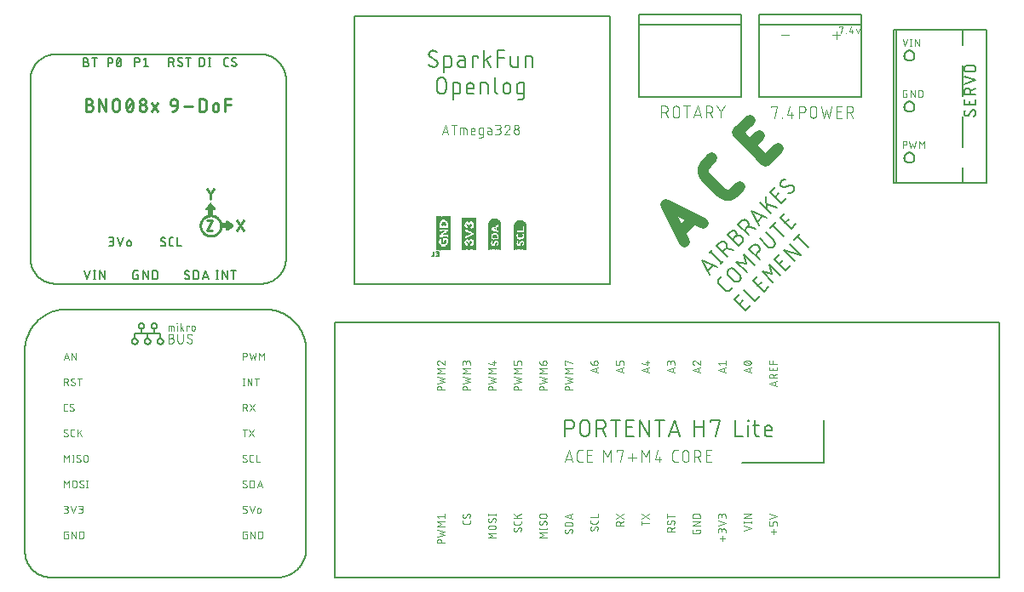
<source format=gbr>
G04 EAGLE Gerber RS-274X export*
G75*
%MOMM*%
%FSLAX34Y34*%
%LPD*%
%INSilkscreen Top*%
%IPPOS*%
%AMOC8*
5,1,8,0,0,1.08239X$1,22.5*%
G01*
%ADD10C,0.152400*%
%ADD11C,0.101600*%
%ADD12C,0.076200*%
%ADD13C,1.117600*%
%ADD14C,0.127000*%
%ADD15R,0.040000X3.180000*%
%ADD16R,0.030000X3.180000*%
%ADD17R,0.030000X0.630000*%
%ADD18R,0.030000X1.580000*%
%ADD19R,0.040000X0.520000*%
%ADD20R,0.040000X0.240000*%
%ADD21R,0.030000X0.490000*%
%ADD22R,0.030000X0.180000*%
%ADD23R,0.030000X0.520000*%
%ADD24R,0.040000X0.450000*%
%ADD25R,0.040000X0.140000*%
%ADD26R,0.040000X0.460000*%
%ADD27R,0.030000X0.420000*%
%ADD28R,0.030000X0.110000*%
%ADD29R,0.030000X0.460000*%
%ADD30R,0.040000X0.420000*%
%ADD31R,0.030000X0.070000*%
%ADD32R,0.030000X0.100000*%
%ADD33R,0.030000X0.380000*%
%ADD34R,0.030000X0.140000*%
%ADD35R,0.040000X0.170000*%
%ADD36R,0.040000X0.350000*%
%ADD37R,0.040000X0.180000*%
%ADD38R,0.040000X0.380000*%
%ADD39R,0.030000X0.250000*%
%ADD40R,0.030000X0.320000*%
%ADD41R,0.040000X0.490000*%
%ADD42R,0.040000X0.280000*%
%ADD43R,0.030000X0.210000*%
%ADD44R,0.030000X0.240000*%
%ADD45R,0.040000X0.630000*%
%ADD46R,0.040000X0.250000*%
%ADD47R,0.030000X0.280000*%
%ADD48R,0.030000X0.450000*%
%ADD49R,0.040000X0.320000*%
%ADD50R,0.040000X0.100000*%
%ADD51R,0.040000X0.530000*%
%ADD52R,0.030000X0.770000*%
%ADD53R,0.030000X0.040000*%
%ADD54R,0.030000X0.670000*%
%ADD55R,0.040000X0.310000*%
%ADD56R,0.040000X0.040000*%
%ADD57R,0.030000X0.310000*%
%ADD58R,0.030000X0.170000*%
%ADD59R,0.030000X0.350000*%
%ADD60R,0.040000X0.560000*%
%ADD61R,0.030000X0.560000*%
%ADD62R,0.040000X3.400000*%
%ADD63R,0.030000X3.400000*%
%ADD64R,0.030000X0.740000*%
%ADD65R,0.030000X2.450000*%
%ADD66R,0.040000X0.670000*%
%ADD67R,0.030000X0.600000*%
%ADD68R,0.040000X0.110000*%
%ADD69R,0.030000X0.530000*%
%ADD70R,0.040000X0.210000*%
%ADD71R,0.040000X0.390000*%
%ADD72R,0.030000X0.390000*%
%ADD73R,0.040000X0.070000*%
%ADD74R,0.030000X0.030000*%
%ADD75R,0.030000X0.700000*%
%ADD76R,0.030000X2.640000*%
%ADD77R,0.030000X2.730000*%
%ADD78R,0.020000X2.790000*%
%ADD79R,0.040000X2.850000*%
%ADD80R,0.030000X2.880000*%
%ADD81R,0.030000X2.910000*%
%ADD82R,0.020000X2.940000*%
%ADD83R,0.030000X0.540000*%
%ADD84R,0.030000X2.280000*%
%ADD85R,0.040000X0.480000*%
%ADD86R,0.040000X0.600000*%
%ADD87R,0.040000X0.870000*%
%ADD88R,0.030000X0.150000*%
%ADD89R,0.030000X0.510000*%
%ADD90R,0.030000X0.840000*%
%ADD91R,0.030000X0.120000*%
%ADD92R,0.030000X0.870000*%
%ADD93R,0.040000X0.360000*%
%ADD94R,0.040000X0.120000*%
%ADD95R,0.040000X0.330000*%
%ADD96R,0.030000X0.360000*%
%ADD97R,0.030000X0.300000*%
%ADD98R,0.040000X0.270000*%
%ADD99R,0.040000X0.840000*%
%ADD100R,0.030000X0.810000*%
%ADD101R,0.030000X0.330000*%
%ADD102R,0.030000X0.060000*%
%ADD103R,0.040000X0.150000*%
%ADD104R,0.040000X0.060000*%
%ADD105R,0.040000X0.780000*%
%ADD106R,0.030000X0.090000*%
%ADD107R,0.030000X0.780000*%
%ADD108R,0.030000X0.750000*%
%ADD109R,0.040000X0.720000*%
%ADD110R,0.040000X0.090000*%
%ADD111R,0.040000X0.300000*%
%ADD112R,0.030000X0.270000*%
%ADD113R,0.030000X0.720000*%
%ADD114R,0.030000X0.660000*%
%ADD115R,0.030000X0.570000*%
%ADD116R,0.040000X0.540000*%
%ADD117R,0.030000X2.940000*%
%ADD118R,0.030000X2.850000*%
%ADD119R,0.030000X2.790000*%
%ADD120R,0.030000X2.460000*%
%ADD121R,0.030000X2.550000*%
%ADD122R,0.020000X2.610000*%
%ADD123R,0.040000X2.670000*%
%ADD124R,0.030000X2.700000*%
%ADD125R,0.020000X2.760000*%
%ADD126R,0.030000X1.350000*%
%ADD127R,0.040000X0.930000*%
%ADD128R,0.030000X0.930000*%
%ADD129R,0.040000X0.960000*%
%ADD130R,0.030000X0.960000*%
%ADD131R,0.030000X0.990000*%
%ADD132R,0.040000X0.510000*%
%ADD133R,0.040000X0.990000*%
%ADD134R,0.040000X0.690000*%
%ADD135R,0.030000X0.480000*%
%ADD136R,0.030000X2.760000*%
%ADD137R,0.030000X2.670000*%
%ADD138R,0.030000X2.610000*%
%ADD139C,0.228600*%
%ADD140C,0.254000*%

G36*
X453287Y457971D02*
X453287Y457971D01*
X453397Y457978D01*
X453444Y457993D01*
X453493Y458000D01*
X453595Y458042D01*
X453699Y458076D01*
X453741Y458103D01*
X453787Y458121D01*
X453922Y458210D01*
X459002Y462020D01*
X459052Y462068D01*
X459106Y462107D01*
X459149Y462159D01*
X459205Y462211D01*
X459216Y462227D01*
X459230Y462241D01*
X459270Y462306D01*
X459308Y462352D01*
X459334Y462407D01*
X459380Y462476D01*
X459386Y462495D01*
X459396Y462512D01*
X459421Y462591D01*
X459444Y462640D01*
X459454Y462694D01*
X459483Y462777D01*
X459484Y462797D01*
X459490Y462816D01*
X459494Y462904D01*
X459504Y462952D01*
X459501Y463002D01*
X459508Y463094D01*
X459505Y463114D01*
X459505Y463133D01*
X459487Y463224D01*
X459484Y463270D01*
X459470Y463314D01*
X459453Y463408D01*
X459445Y463426D01*
X459441Y463445D01*
X459399Y463531D01*
X459386Y463572D01*
X459362Y463609D01*
X459323Y463698D01*
X459310Y463713D01*
X459302Y463731D01*
X459239Y463804D01*
X459216Y463841D01*
X459184Y463871D01*
X459124Y463946D01*
X459103Y463964D01*
X459095Y463973D01*
X459079Y463984D01*
X459002Y464050D01*
X453922Y467860D01*
X453917Y467863D01*
X453913Y467867D01*
X453876Y467887D01*
X453841Y467916D01*
X453741Y467963D01*
X453645Y468018D01*
X453597Y468031D01*
X453553Y468052D01*
X453445Y468073D01*
X453338Y468102D01*
X453289Y468102D01*
X453241Y468112D01*
X453187Y468108D01*
X453166Y468110D01*
X453160Y468110D01*
X453122Y468105D01*
X453020Y468107D01*
X452972Y468095D01*
X452923Y468092D01*
X452862Y468072D01*
X452844Y468070D01*
X452808Y468056D01*
X452711Y468032D01*
X452667Y468009D01*
X452621Y467994D01*
X452567Y467960D01*
X452549Y467953D01*
X452515Y467928D01*
X452430Y467883D01*
X452394Y467850D01*
X452352Y467824D01*
X452311Y467780D01*
X452291Y467766D01*
X452262Y467730D01*
X452195Y467669D01*
X452168Y467628D01*
X452134Y467592D01*
X452107Y467543D01*
X452089Y467521D01*
X452066Y467474D01*
X452020Y467404D01*
X452004Y467357D01*
X451980Y467314D01*
X451968Y467264D01*
X451953Y467233D01*
X451942Y467175D01*
X451917Y467103D01*
X451913Y467054D01*
X451901Y467006D01*
X451897Y466939D01*
X451893Y466921D01*
X451894Y466903D01*
X451891Y466845D01*
X451891Y465574D01*
X446810Y465574D01*
X446692Y465559D01*
X446573Y465552D01*
X446535Y465539D01*
X446494Y465534D01*
X446384Y465491D01*
X446271Y465454D01*
X446236Y465432D01*
X446199Y465417D01*
X446103Y465348D01*
X446002Y465284D01*
X445974Y465254D01*
X445941Y465231D01*
X445866Y465139D01*
X445784Y465052D01*
X445764Y465017D01*
X445739Y464986D01*
X445688Y464878D01*
X445630Y464774D01*
X445620Y464734D01*
X445603Y464698D01*
X445581Y464581D01*
X445551Y464466D01*
X445547Y464406D01*
X445543Y464386D01*
X445543Y464383D01*
X445544Y464364D01*
X445541Y464305D01*
X445541Y461765D01*
X445556Y461647D01*
X445563Y461528D01*
X445576Y461490D01*
X445581Y461449D01*
X445624Y461339D01*
X445661Y461226D01*
X445683Y461191D01*
X445698Y461154D01*
X445768Y461058D01*
X445831Y460957D01*
X445861Y460929D01*
X445884Y460896D01*
X445976Y460821D01*
X446063Y460739D01*
X446098Y460719D01*
X446129Y460694D01*
X446237Y460643D01*
X446341Y460585D01*
X446381Y460575D01*
X446417Y460558D01*
X446534Y460536D01*
X446649Y460506D01*
X446710Y460502D01*
X446730Y460498D01*
X446750Y460500D01*
X446810Y460496D01*
X451891Y460496D01*
X451891Y459225D01*
X451897Y459176D01*
X451895Y459127D01*
X451917Y459019D01*
X451931Y458909D01*
X451949Y458864D01*
X451959Y458815D01*
X452007Y458716D01*
X452048Y458614D01*
X452077Y458574D01*
X452098Y458529D01*
X452170Y458446D01*
X452234Y458356D01*
X452273Y458325D01*
X452305Y458287D01*
X452395Y458224D01*
X452479Y458154D01*
X452524Y458133D01*
X452565Y458104D01*
X452668Y458065D01*
X452767Y458018D01*
X452816Y458009D01*
X452862Y457991D01*
X452972Y457979D01*
X453080Y457958D01*
X453129Y457961D01*
X453178Y457956D01*
X453287Y457971D01*
G37*
G36*
X437958Y471961D02*
X437958Y471961D01*
X438077Y471968D01*
X438115Y471981D01*
X438156Y471986D01*
X438266Y472029D01*
X438379Y472066D01*
X438414Y472088D01*
X438451Y472103D01*
X438547Y472173D01*
X438648Y472236D01*
X438676Y472266D01*
X438709Y472289D01*
X438785Y472381D01*
X438866Y472468D01*
X438886Y472503D01*
X438911Y472534D01*
X438962Y472642D01*
X439020Y472746D01*
X439030Y472786D01*
X439047Y472822D01*
X439069Y472939D01*
X439099Y473054D01*
X439103Y473115D01*
X439107Y473135D01*
X439105Y473155D01*
X439109Y473215D01*
X439109Y478296D01*
X440380Y478296D01*
X440429Y478302D01*
X440478Y478300D01*
X440586Y478322D01*
X440696Y478336D01*
X440741Y478354D01*
X440790Y478364D01*
X440889Y478412D01*
X440991Y478453D01*
X441031Y478482D01*
X441076Y478503D01*
X441159Y478575D01*
X441249Y478639D01*
X441280Y478678D01*
X441318Y478710D01*
X441381Y478800D01*
X441451Y478884D01*
X441472Y478929D01*
X441501Y478970D01*
X441540Y479073D01*
X441587Y479172D01*
X441596Y479221D01*
X441614Y479267D01*
X441626Y479377D01*
X441647Y479485D01*
X441644Y479534D01*
X441649Y479583D01*
X441634Y479692D01*
X441627Y479802D01*
X441612Y479849D01*
X441605Y479898D01*
X441563Y480000D01*
X441529Y480104D01*
X441502Y480146D01*
X441484Y480192D01*
X441395Y480327D01*
X437585Y485407D01*
X437567Y485426D01*
X437554Y485446D01*
X437481Y485515D01*
X437394Y485610D01*
X437378Y485621D01*
X437364Y485635D01*
X437333Y485654D01*
X437322Y485664D01*
X437267Y485695D01*
X437245Y485708D01*
X437129Y485785D01*
X437110Y485791D01*
X437093Y485801D01*
X437048Y485815D01*
X437044Y485818D01*
X437021Y485824D01*
X436960Y485843D01*
X436828Y485888D01*
X436808Y485889D01*
X436789Y485895D01*
X436707Y485899D01*
X436593Y485906D01*
X436511Y485913D01*
X436491Y485910D01*
X436472Y485910D01*
X436335Y485882D01*
X436255Y485868D01*
X436249Y485868D01*
X436248Y485867D01*
X436197Y485858D01*
X436179Y485850D01*
X436160Y485846D01*
X436035Y485785D01*
X435993Y485766D01*
X435954Y485751D01*
X435946Y485745D01*
X435908Y485728D01*
X435892Y485715D01*
X435874Y485707D01*
X435768Y485616D01*
X435765Y485613D01*
X435696Y485564D01*
X435684Y485549D01*
X435659Y485529D01*
X435641Y485508D01*
X435632Y485500D01*
X435621Y485484D01*
X435555Y485407D01*
X431745Y480327D01*
X431720Y480284D01*
X431689Y480246D01*
X431642Y480146D01*
X431587Y480050D01*
X431574Y480002D01*
X431553Y479958D01*
X431532Y479850D01*
X431503Y479743D01*
X431503Y479694D01*
X431493Y479646D01*
X431500Y479536D01*
X431498Y479425D01*
X431510Y479377D01*
X431513Y479328D01*
X431547Y479224D01*
X431573Y479116D01*
X431596Y479072D01*
X431611Y479026D01*
X431670Y478933D01*
X431722Y478835D01*
X431755Y478799D01*
X431781Y478757D01*
X431862Y478681D01*
X431936Y478600D01*
X431977Y478573D01*
X432013Y478539D01*
X432109Y478486D01*
X432201Y478425D01*
X432248Y478409D01*
X432291Y478385D01*
X432398Y478358D01*
X432502Y478322D01*
X432551Y478318D01*
X432599Y478306D01*
X432760Y478296D01*
X434031Y478296D01*
X434031Y473215D01*
X434046Y473097D01*
X434053Y472978D01*
X434066Y472940D01*
X434071Y472899D01*
X434114Y472789D01*
X434151Y472676D01*
X434173Y472641D01*
X434188Y472604D01*
X434258Y472508D01*
X434321Y472407D01*
X434351Y472379D01*
X434374Y472346D01*
X434466Y472271D01*
X434553Y472189D01*
X434588Y472169D01*
X434619Y472144D01*
X434727Y472093D01*
X434831Y472035D01*
X434871Y472025D01*
X434907Y472008D01*
X435024Y471986D01*
X435139Y471956D01*
X435200Y471952D01*
X435220Y471948D01*
X435240Y471950D01*
X435300Y471946D01*
X437840Y471946D01*
X437958Y471961D01*
G37*
D10*
X579640Y405260D02*
X579640Y671960D01*
X833640Y671960D01*
X833640Y405260D01*
X579640Y405260D01*
D11*
X884428Y570738D02*
X884428Y582422D01*
X887674Y582422D01*
X887787Y582420D01*
X887900Y582414D01*
X888013Y582404D01*
X888126Y582390D01*
X888238Y582373D01*
X888349Y582351D01*
X888459Y582326D01*
X888569Y582296D01*
X888677Y582263D01*
X888784Y582226D01*
X888890Y582186D01*
X888994Y582141D01*
X889097Y582093D01*
X889198Y582042D01*
X889297Y581987D01*
X889394Y581929D01*
X889489Y581867D01*
X889582Y581802D01*
X889672Y581734D01*
X889760Y581663D01*
X889846Y581588D01*
X889929Y581511D01*
X890009Y581431D01*
X890086Y581348D01*
X890161Y581262D01*
X890232Y581174D01*
X890300Y581084D01*
X890365Y580991D01*
X890427Y580896D01*
X890485Y580799D01*
X890540Y580700D01*
X890591Y580599D01*
X890639Y580496D01*
X890684Y580392D01*
X890724Y580286D01*
X890761Y580179D01*
X890794Y580071D01*
X890824Y579961D01*
X890849Y579851D01*
X890871Y579740D01*
X890888Y579628D01*
X890902Y579515D01*
X890912Y579402D01*
X890918Y579289D01*
X890920Y579176D01*
X890918Y579063D01*
X890912Y578950D01*
X890902Y578837D01*
X890888Y578724D01*
X890871Y578612D01*
X890849Y578501D01*
X890824Y578391D01*
X890794Y578281D01*
X890761Y578173D01*
X890724Y578066D01*
X890684Y577960D01*
X890639Y577856D01*
X890591Y577753D01*
X890540Y577652D01*
X890485Y577553D01*
X890427Y577456D01*
X890365Y577361D01*
X890300Y577268D01*
X890232Y577178D01*
X890161Y577090D01*
X890086Y577004D01*
X890009Y576921D01*
X889929Y576841D01*
X889846Y576764D01*
X889760Y576689D01*
X889672Y576618D01*
X889582Y576550D01*
X889489Y576485D01*
X889394Y576423D01*
X889297Y576365D01*
X889198Y576310D01*
X889097Y576259D01*
X888994Y576211D01*
X888890Y576166D01*
X888784Y576126D01*
X888677Y576089D01*
X888569Y576056D01*
X888459Y576026D01*
X888349Y576001D01*
X888238Y575979D01*
X888126Y575962D01*
X888013Y575948D01*
X887900Y575938D01*
X887787Y575932D01*
X887674Y575930D01*
X887674Y575931D02*
X884428Y575931D01*
X888323Y575931D02*
X890919Y570738D01*
X895784Y573984D02*
X895784Y579176D01*
X895786Y579289D01*
X895792Y579402D01*
X895802Y579515D01*
X895816Y579628D01*
X895833Y579740D01*
X895855Y579851D01*
X895880Y579961D01*
X895910Y580071D01*
X895943Y580179D01*
X895980Y580286D01*
X896020Y580392D01*
X896065Y580496D01*
X896113Y580599D01*
X896164Y580700D01*
X896219Y580799D01*
X896277Y580896D01*
X896339Y580991D01*
X896404Y581084D01*
X896472Y581174D01*
X896543Y581262D01*
X896618Y581348D01*
X896695Y581431D01*
X896775Y581511D01*
X896858Y581588D01*
X896944Y581663D01*
X897032Y581734D01*
X897122Y581802D01*
X897215Y581867D01*
X897310Y581929D01*
X897407Y581987D01*
X897506Y582042D01*
X897607Y582093D01*
X897710Y582141D01*
X897814Y582186D01*
X897920Y582226D01*
X898027Y582263D01*
X898135Y582296D01*
X898245Y582326D01*
X898355Y582351D01*
X898466Y582373D01*
X898578Y582390D01*
X898691Y582404D01*
X898804Y582414D01*
X898917Y582420D01*
X899030Y582422D01*
X899143Y582420D01*
X899256Y582414D01*
X899369Y582404D01*
X899482Y582390D01*
X899594Y582373D01*
X899705Y582351D01*
X899815Y582326D01*
X899925Y582296D01*
X900033Y582263D01*
X900140Y582226D01*
X900246Y582186D01*
X900350Y582141D01*
X900453Y582093D01*
X900554Y582042D01*
X900653Y581987D01*
X900750Y581929D01*
X900845Y581867D01*
X900938Y581802D01*
X901028Y581734D01*
X901116Y581663D01*
X901202Y581588D01*
X901285Y581511D01*
X901365Y581431D01*
X901442Y581348D01*
X901517Y581262D01*
X901588Y581174D01*
X901656Y581084D01*
X901721Y580991D01*
X901783Y580896D01*
X901841Y580799D01*
X901896Y580700D01*
X901947Y580599D01*
X901995Y580496D01*
X902040Y580392D01*
X902080Y580286D01*
X902117Y580179D01*
X902150Y580071D01*
X902180Y579961D01*
X902205Y579851D01*
X902227Y579740D01*
X902244Y579628D01*
X902258Y579515D01*
X902268Y579402D01*
X902274Y579289D01*
X902276Y579176D01*
X902275Y579176D02*
X902275Y573984D01*
X902276Y573984D02*
X902274Y573871D01*
X902268Y573758D01*
X902258Y573645D01*
X902244Y573532D01*
X902227Y573420D01*
X902205Y573309D01*
X902180Y573199D01*
X902150Y573089D01*
X902117Y572981D01*
X902080Y572874D01*
X902040Y572768D01*
X901995Y572664D01*
X901947Y572561D01*
X901896Y572460D01*
X901841Y572361D01*
X901783Y572264D01*
X901721Y572169D01*
X901656Y572076D01*
X901588Y571986D01*
X901517Y571898D01*
X901442Y571812D01*
X901365Y571729D01*
X901285Y571649D01*
X901202Y571572D01*
X901116Y571497D01*
X901028Y571426D01*
X900938Y571358D01*
X900845Y571293D01*
X900750Y571231D01*
X900653Y571173D01*
X900554Y571118D01*
X900453Y571067D01*
X900350Y571019D01*
X900246Y570974D01*
X900140Y570934D01*
X900033Y570897D01*
X899925Y570864D01*
X899815Y570834D01*
X899705Y570809D01*
X899594Y570787D01*
X899482Y570770D01*
X899369Y570756D01*
X899256Y570746D01*
X899143Y570740D01*
X899030Y570738D01*
X898917Y570740D01*
X898804Y570746D01*
X898691Y570756D01*
X898578Y570770D01*
X898466Y570787D01*
X898355Y570809D01*
X898245Y570834D01*
X898135Y570864D01*
X898027Y570897D01*
X897920Y570934D01*
X897814Y570974D01*
X897710Y571019D01*
X897607Y571067D01*
X897506Y571118D01*
X897407Y571173D01*
X897310Y571231D01*
X897215Y571293D01*
X897122Y571358D01*
X897032Y571426D01*
X896944Y571497D01*
X896858Y571572D01*
X896775Y571649D01*
X896695Y571729D01*
X896618Y571812D01*
X896543Y571898D01*
X896472Y571986D01*
X896404Y572076D01*
X896339Y572169D01*
X896277Y572264D01*
X896219Y572361D01*
X896164Y572460D01*
X896113Y572561D01*
X896065Y572664D01*
X896020Y572768D01*
X895980Y572874D01*
X895943Y572981D01*
X895910Y573089D01*
X895880Y573199D01*
X895855Y573309D01*
X895833Y573420D01*
X895816Y573532D01*
X895802Y573645D01*
X895792Y573758D01*
X895786Y573871D01*
X895784Y573984D01*
X909698Y570738D02*
X909698Y582422D01*
X912943Y582422D02*
X906452Y582422D01*
X920366Y582422D02*
X916471Y570738D01*
X924261Y570738D02*
X920366Y582422D01*
X923287Y573659D02*
X917445Y573659D01*
X929005Y570738D02*
X929005Y582422D01*
X932250Y582422D01*
X932363Y582420D01*
X932476Y582414D01*
X932589Y582404D01*
X932702Y582390D01*
X932814Y582373D01*
X932925Y582351D01*
X933035Y582326D01*
X933145Y582296D01*
X933253Y582263D01*
X933360Y582226D01*
X933466Y582186D01*
X933570Y582141D01*
X933673Y582093D01*
X933774Y582042D01*
X933873Y581987D01*
X933970Y581929D01*
X934065Y581867D01*
X934158Y581802D01*
X934248Y581734D01*
X934336Y581663D01*
X934422Y581588D01*
X934505Y581511D01*
X934585Y581431D01*
X934662Y581348D01*
X934737Y581262D01*
X934808Y581174D01*
X934876Y581084D01*
X934941Y580991D01*
X935003Y580896D01*
X935061Y580799D01*
X935116Y580700D01*
X935167Y580599D01*
X935215Y580496D01*
X935260Y580392D01*
X935300Y580286D01*
X935337Y580179D01*
X935370Y580071D01*
X935400Y579961D01*
X935425Y579851D01*
X935447Y579740D01*
X935464Y579628D01*
X935478Y579515D01*
X935488Y579402D01*
X935494Y579289D01*
X935496Y579176D01*
X935494Y579063D01*
X935488Y578950D01*
X935478Y578837D01*
X935464Y578724D01*
X935447Y578612D01*
X935425Y578501D01*
X935400Y578391D01*
X935370Y578281D01*
X935337Y578173D01*
X935300Y578066D01*
X935260Y577960D01*
X935215Y577856D01*
X935167Y577753D01*
X935116Y577652D01*
X935061Y577553D01*
X935003Y577456D01*
X934941Y577361D01*
X934876Y577268D01*
X934808Y577178D01*
X934737Y577090D01*
X934662Y577004D01*
X934585Y576921D01*
X934505Y576841D01*
X934422Y576764D01*
X934336Y576689D01*
X934248Y576618D01*
X934158Y576550D01*
X934065Y576485D01*
X933970Y576423D01*
X933873Y576365D01*
X933774Y576310D01*
X933673Y576259D01*
X933570Y576211D01*
X933466Y576166D01*
X933360Y576126D01*
X933253Y576089D01*
X933145Y576056D01*
X933035Y576026D01*
X932925Y576001D01*
X932814Y575979D01*
X932702Y575962D01*
X932589Y575948D01*
X932476Y575938D01*
X932363Y575932D01*
X932250Y575930D01*
X932250Y575931D02*
X929005Y575931D01*
X932900Y575931D02*
X935496Y570738D01*
X943607Y576905D02*
X939712Y582422D01*
X943607Y576905D02*
X947501Y582422D01*
X943607Y576905D02*
X943607Y570738D01*
X1003808Y652752D02*
X1011597Y652752D01*
X1054608Y652752D02*
X1062397Y652752D01*
X1058503Y656646D02*
X1058503Y648857D01*
D12*
X1124331Y547497D02*
X1124331Y540131D01*
X1124331Y547497D02*
X1126377Y547497D01*
X1126466Y547495D01*
X1126555Y547489D01*
X1126644Y547479D01*
X1126732Y547466D01*
X1126820Y547449D01*
X1126907Y547427D01*
X1126992Y547402D01*
X1127077Y547374D01*
X1127160Y547341D01*
X1127242Y547305D01*
X1127322Y547266D01*
X1127400Y547223D01*
X1127476Y547177D01*
X1127551Y547127D01*
X1127623Y547074D01*
X1127692Y547018D01*
X1127759Y546959D01*
X1127824Y546898D01*
X1127885Y546833D01*
X1127944Y546766D01*
X1128000Y546697D01*
X1128053Y546625D01*
X1128103Y546550D01*
X1128149Y546474D01*
X1128192Y546396D01*
X1128231Y546316D01*
X1128267Y546234D01*
X1128300Y546151D01*
X1128328Y546066D01*
X1128353Y545981D01*
X1128375Y545894D01*
X1128392Y545806D01*
X1128405Y545718D01*
X1128415Y545629D01*
X1128421Y545540D01*
X1128423Y545451D01*
X1128421Y545362D01*
X1128415Y545273D01*
X1128405Y545184D01*
X1128392Y545096D01*
X1128375Y545008D01*
X1128353Y544921D01*
X1128328Y544836D01*
X1128300Y544751D01*
X1128267Y544668D01*
X1128231Y544586D01*
X1128192Y544506D01*
X1128149Y544428D01*
X1128103Y544352D01*
X1128053Y544277D01*
X1128000Y544205D01*
X1127944Y544136D01*
X1127885Y544069D01*
X1127824Y544004D01*
X1127759Y543943D01*
X1127692Y543884D01*
X1127623Y543828D01*
X1127551Y543775D01*
X1127476Y543725D01*
X1127400Y543679D01*
X1127322Y543636D01*
X1127242Y543597D01*
X1127160Y543561D01*
X1127077Y543528D01*
X1126992Y543500D01*
X1126907Y543475D01*
X1126820Y543453D01*
X1126732Y543436D01*
X1126644Y543423D01*
X1126555Y543413D01*
X1126466Y543407D01*
X1126377Y543405D01*
X1124331Y543405D01*
X1131032Y547497D02*
X1132669Y540131D01*
X1134306Y545042D01*
X1135943Y540131D01*
X1137580Y547497D01*
X1140873Y547497D02*
X1140873Y540131D01*
X1143328Y543405D02*
X1140873Y547497D01*
X1143328Y543405D02*
X1145784Y547497D01*
X1145784Y540131D01*
X1128423Y595023D02*
X1127196Y595023D01*
X1128423Y595023D02*
X1128423Y590931D01*
X1125968Y590931D01*
X1125890Y590933D01*
X1125812Y590938D01*
X1125735Y590948D01*
X1125658Y590961D01*
X1125582Y590977D01*
X1125507Y590997D01*
X1125433Y591021D01*
X1125360Y591048D01*
X1125288Y591079D01*
X1125218Y591113D01*
X1125150Y591150D01*
X1125083Y591191D01*
X1125018Y591235D01*
X1124956Y591281D01*
X1124896Y591331D01*
X1124838Y591383D01*
X1124783Y591438D01*
X1124731Y591496D01*
X1124681Y591556D01*
X1124635Y591618D01*
X1124591Y591683D01*
X1124550Y591750D01*
X1124513Y591818D01*
X1124479Y591888D01*
X1124448Y591960D01*
X1124421Y592033D01*
X1124397Y592107D01*
X1124377Y592182D01*
X1124361Y592258D01*
X1124348Y592335D01*
X1124338Y592412D01*
X1124333Y592490D01*
X1124331Y592568D01*
X1124331Y596660D01*
X1124333Y596740D01*
X1124339Y596820D01*
X1124349Y596900D01*
X1124362Y596979D01*
X1124380Y597058D01*
X1124401Y597135D01*
X1124427Y597211D01*
X1124456Y597286D01*
X1124488Y597360D01*
X1124524Y597432D01*
X1124564Y597502D01*
X1124607Y597569D01*
X1124653Y597635D01*
X1124703Y597698D01*
X1124755Y597759D01*
X1124810Y597818D01*
X1124869Y597873D01*
X1124929Y597925D01*
X1124993Y597975D01*
X1125059Y598021D01*
X1125126Y598064D01*
X1125196Y598104D01*
X1125268Y598140D01*
X1125342Y598172D01*
X1125416Y598201D01*
X1125493Y598227D01*
X1125570Y598248D01*
X1125649Y598266D01*
X1125728Y598279D01*
X1125808Y598289D01*
X1125888Y598295D01*
X1125968Y598297D01*
X1128423Y598297D01*
X1132134Y598297D02*
X1132134Y590931D01*
X1136226Y590931D02*
X1132134Y598297D01*
X1136226Y598297D02*
X1136226Y590931D01*
X1139937Y590931D02*
X1139937Y598297D01*
X1141983Y598297D01*
X1142072Y598295D01*
X1142161Y598289D01*
X1142250Y598279D01*
X1142338Y598266D01*
X1142426Y598249D01*
X1142513Y598227D01*
X1142598Y598202D01*
X1142683Y598174D01*
X1142766Y598141D01*
X1142848Y598105D01*
X1142928Y598066D01*
X1143006Y598023D01*
X1143082Y597977D01*
X1143157Y597927D01*
X1143229Y597874D01*
X1143298Y597818D01*
X1143365Y597759D01*
X1143430Y597698D01*
X1143491Y597633D01*
X1143550Y597566D01*
X1143606Y597497D01*
X1143659Y597425D01*
X1143709Y597350D01*
X1143755Y597274D01*
X1143798Y597196D01*
X1143837Y597116D01*
X1143873Y597034D01*
X1143906Y596951D01*
X1143934Y596866D01*
X1143959Y596781D01*
X1143981Y596694D01*
X1143998Y596606D01*
X1144011Y596518D01*
X1144021Y596429D01*
X1144027Y596340D01*
X1144029Y596251D01*
X1144029Y592977D01*
X1144027Y592888D01*
X1144021Y592799D01*
X1144011Y592710D01*
X1143998Y592622D01*
X1143981Y592534D01*
X1143959Y592447D01*
X1143934Y592362D01*
X1143906Y592277D01*
X1143873Y592194D01*
X1143837Y592112D01*
X1143798Y592032D01*
X1143755Y591954D01*
X1143709Y591878D01*
X1143659Y591803D01*
X1143606Y591731D01*
X1143550Y591662D01*
X1143491Y591595D01*
X1143430Y591530D01*
X1143365Y591469D01*
X1143298Y591410D01*
X1143229Y591354D01*
X1143157Y591301D01*
X1143082Y591251D01*
X1143006Y591205D01*
X1142928Y591162D01*
X1142848Y591123D01*
X1142766Y591087D01*
X1142683Y591054D01*
X1142598Y591026D01*
X1142513Y591001D01*
X1142426Y590979D01*
X1142338Y590962D01*
X1142250Y590949D01*
X1142161Y590939D01*
X1142072Y590933D01*
X1141983Y590931D01*
X1139937Y590931D01*
X1126786Y641731D02*
X1124331Y649097D01*
X1129242Y649097D02*
X1126786Y641731D01*
X1132638Y641731D02*
X1132638Y649097D01*
X1131820Y641731D02*
X1133457Y641731D01*
X1133457Y649097D02*
X1131820Y649097D01*
X1136688Y649097D02*
X1136688Y641731D01*
X1140781Y641731D02*
X1136688Y649097D01*
X1140781Y649097D02*
X1140781Y641731D01*
X1060831Y660979D02*
X1060831Y661797D01*
X1064923Y661797D01*
X1062877Y654431D01*
X1067793Y654431D02*
X1067793Y654840D01*
X1068202Y654840D01*
X1068202Y654431D01*
X1067793Y654431D01*
X1071072Y656068D02*
X1072709Y661797D01*
X1071072Y656068D02*
X1075164Y656068D01*
X1073937Y657705D02*
X1073937Y654431D01*
X1079702Y654431D02*
X1078065Y659342D01*
X1081339Y659342D02*
X1079702Y654431D01*
D10*
X662141Y624769D02*
X662139Y624651D01*
X662133Y624533D01*
X662124Y624415D01*
X662110Y624298D01*
X662093Y624181D01*
X662072Y624064D01*
X662047Y623949D01*
X662018Y623834D01*
X661985Y623720D01*
X661949Y623608D01*
X661909Y623497D01*
X661866Y623387D01*
X661819Y623278D01*
X661769Y623171D01*
X661714Y623066D01*
X661657Y622963D01*
X661596Y622862D01*
X661532Y622762D01*
X661465Y622665D01*
X661395Y622570D01*
X661321Y622478D01*
X661245Y622387D01*
X661165Y622300D01*
X661083Y622215D01*
X660998Y622133D01*
X660911Y622053D01*
X660820Y621977D01*
X660728Y621903D01*
X660633Y621833D01*
X660536Y621766D01*
X660436Y621702D01*
X660335Y621641D01*
X660232Y621584D01*
X660127Y621529D01*
X660020Y621479D01*
X659911Y621432D01*
X659801Y621389D01*
X659690Y621349D01*
X659578Y621313D01*
X659464Y621280D01*
X659349Y621251D01*
X659234Y621226D01*
X659117Y621205D01*
X659000Y621188D01*
X658883Y621174D01*
X658765Y621165D01*
X658647Y621159D01*
X658529Y621157D01*
X658346Y621159D01*
X658164Y621166D01*
X657982Y621177D01*
X657800Y621192D01*
X657618Y621212D01*
X657437Y621235D01*
X657257Y621264D01*
X657077Y621296D01*
X656898Y621333D01*
X656721Y621374D01*
X656544Y621420D01*
X656368Y621469D01*
X656194Y621523D01*
X656020Y621581D01*
X655849Y621643D01*
X655679Y621709D01*
X655510Y621780D01*
X655343Y621854D01*
X655178Y621932D01*
X655015Y622014D01*
X654854Y622100D01*
X654695Y622190D01*
X654538Y622284D01*
X654384Y622381D01*
X654232Y622482D01*
X654082Y622587D01*
X653935Y622695D01*
X653791Y622806D01*
X653649Y622921D01*
X653510Y623040D01*
X653374Y623162D01*
X653241Y623287D01*
X653111Y623415D01*
X653563Y633801D02*
X653565Y633919D01*
X653571Y634037D01*
X653580Y634155D01*
X653594Y634272D01*
X653611Y634389D01*
X653632Y634506D01*
X653657Y634621D01*
X653686Y634736D01*
X653719Y634850D01*
X653755Y634962D01*
X653795Y635073D01*
X653838Y635183D01*
X653885Y635292D01*
X653935Y635399D01*
X653990Y635504D01*
X654047Y635607D01*
X654108Y635708D01*
X654172Y635808D01*
X654239Y635905D01*
X654309Y636000D01*
X654383Y636092D01*
X654459Y636183D01*
X654539Y636270D01*
X654621Y636355D01*
X654706Y636437D01*
X654793Y636517D01*
X654884Y636593D01*
X654976Y636667D01*
X655071Y636737D01*
X655168Y636804D01*
X655268Y636868D01*
X655369Y636929D01*
X655472Y636987D01*
X655577Y637041D01*
X655684Y637091D01*
X655793Y637138D01*
X655903Y637182D01*
X656014Y637221D01*
X656127Y637257D01*
X656240Y637290D01*
X656355Y637319D01*
X656470Y637344D01*
X656587Y637365D01*
X656704Y637382D01*
X656821Y637396D01*
X656939Y637405D01*
X657057Y637411D01*
X657175Y637413D01*
X657336Y637411D01*
X657498Y637405D01*
X657659Y637396D01*
X657820Y637382D01*
X657980Y637365D01*
X658140Y637344D01*
X658300Y637319D01*
X658459Y637290D01*
X658617Y637258D01*
X658774Y637222D01*
X658930Y637182D01*
X659086Y637138D01*
X659240Y637090D01*
X659393Y637039D01*
X659545Y636985D01*
X659696Y636926D01*
X659845Y636865D01*
X659992Y636799D01*
X660138Y636730D01*
X660283Y636658D01*
X660425Y636582D01*
X660566Y636503D01*
X660705Y636421D01*
X660841Y636335D01*
X660976Y636246D01*
X661109Y636154D01*
X661239Y636058D01*
X655368Y630640D02*
X655267Y630702D01*
X655167Y630767D01*
X655070Y630836D01*
X654975Y630908D01*
X654882Y630982D01*
X654792Y631060D01*
X654704Y631141D01*
X654619Y631224D01*
X654537Y631310D01*
X654458Y631399D01*
X654381Y631490D01*
X654308Y631584D01*
X654237Y631680D01*
X654170Y631778D01*
X654106Y631878D01*
X654045Y631981D01*
X653988Y632085D01*
X653934Y632191D01*
X653884Y632299D01*
X653837Y632408D01*
X653793Y632519D01*
X653753Y632631D01*
X653717Y632745D01*
X653685Y632859D01*
X653656Y632975D01*
X653631Y633091D01*
X653610Y633208D01*
X653593Y633326D01*
X653579Y633444D01*
X653570Y633563D01*
X653564Y633682D01*
X653562Y633801D01*
X660336Y627930D02*
X660437Y627868D01*
X660537Y627803D01*
X660634Y627734D01*
X660729Y627662D01*
X660822Y627588D01*
X660912Y627510D01*
X661000Y627429D01*
X661085Y627346D01*
X661167Y627260D01*
X661246Y627171D01*
X661323Y627080D01*
X661396Y626986D01*
X661467Y626890D01*
X661534Y626792D01*
X661598Y626692D01*
X661659Y626589D01*
X661716Y626485D01*
X661770Y626379D01*
X661820Y626271D01*
X661867Y626162D01*
X661911Y626051D01*
X661951Y625939D01*
X661987Y625825D01*
X662019Y625711D01*
X662048Y625595D01*
X662073Y625479D01*
X662094Y625362D01*
X662111Y625244D01*
X662125Y625126D01*
X662134Y625007D01*
X662140Y624888D01*
X662142Y624769D01*
X660336Y627930D02*
X655369Y630640D01*
X668676Y631994D02*
X668676Y615738D01*
X668676Y631994D02*
X673192Y631994D01*
X673296Y631992D01*
X673399Y631986D01*
X673503Y631976D01*
X673606Y631962D01*
X673708Y631944D01*
X673809Y631923D01*
X673910Y631897D01*
X674009Y631868D01*
X674108Y631835D01*
X674205Y631798D01*
X674300Y631757D01*
X674394Y631713D01*
X674486Y631665D01*
X674576Y631614D01*
X674665Y631559D01*
X674751Y631501D01*
X674834Y631439D01*
X674916Y631375D01*
X674994Y631307D01*
X675070Y631237D01*
X675144Y631164D01*
X675214Y631087D01*
X675282Y631009D01*
X675346Y630927D01*
X675408Y630844D01*
X675466Y630758D01*
X675521Y630669D01*
X675572Y630579D01*
X675620Y630487D01*
X675664Y630393D01*
X675705Y630298D01*
X675742Y630201D01*
X675775Y630102D01*
X675804Y630003D01*
X675830Y629902D01*
X675851Y629801D01*
X675869Y629699D01*
X675883Y629596D01*
X675893Y629492D01*
X675899Y629389D01*
X675901Y629285D01*
X675901Y623866D01*
X675899Y623765D01*
X675893Y623664D01*
X675884Y623563D01*
X675871Y623462D01*
X675854Y623362D01*
X675833Y623263D01*
X675809Y623165D01*
X675781Y623068D01*
X675749Y622971D01*
X675714Y622876D01*
X675675Y622783D01*
X675633Y622691D01*
X675587Y622600D01*
X675538Y622512D01*
X675486Y622425D01*
X675430Y622340D01*
X675372Y622257D01*
X675310Y622177D01*
X675245Y622099D01*
X675178Y622023D01*
X675108Y621950D01*
X675035Y621880D01*
X674959Y621813D01*
X674881Y621748D01*
X674801Y621686D01*
X674718Y621628D01*
X674633Y621572D01*
X674547Y621520D01*
X674458Y621471D01*
X674367Y621425D01*
X674275Y621383D01*
X674182Y621344D01*
X674087Y621309D01*
X673990Y621277D01*
X673893Y621249D01*
X673795Y621225D01*
X673696Y621204D01*
X673596Y621187D01*
X673495Y621174D01*
X673394Y621165D01*
X673293Y621159D01*
X673192Y621157D01*
X668676Y621157D01*
X685238Y627479D02*
X689302Y627479D01*
X685238Y627479D02*
X685126Y627477D01*
X685015Y627471D01*
X684904Y627461D01*
X684793Y627448D01*
X684683Y627430D01*
X684574Y627408D01*
X684465Y627383D01*
X684357Y627354D01*
X684251Y627321D01*
X684145Y627284D01*
X684041Y627244D01*
X683939Y627200D01*
X683838Y627152D01*
X683739Y627101D01*
X683641Y627046D01*
X683546Y626988D01*
X683453Y626927D01*
X683362Y626862D01*
X683273Y626794D01*
X683187Y626723D01*
X683104Y626650D01*
X683023Y626573D01*
X682944Y626493D01*
X682869Y626411D01*
X682797Y626326D01*
X682727Y626239D01*
X682661Y626149D01*
X682598Y626057D01*
X682538Y625962D01*
X682482Y625866D01*
X682429Y625768D01*
X682380Y625668D01*
X682334Y625566D01*
X682292Y625463D01*
X682253Y625358D01*
X682218Y625252D01*
X682187Y625145D01*
X682160Y625037D01*
X682136Y624928D01*
X682117Y624818D01*
X682101Y624708D01*
X682089Y624597D01*
X682081Y624485D01*
X682077Y624374D01*
X682077Y624262D01*
X682081Y624151D01*
X682089Y624039D01*
X682101Y623928D01*
X682117Y623818D01*
X682136Y623708D01*
X682160Y623599D01*
X682187Y623491D01*
X682218Y623384D01*
X682253Y623278D01*
X682292Y623173D01*
X682334Y623070D01*
X682380Y622968D01*
X682429Y622868D01*
X682482Y622770D01*
X682538Y622674D01*
X682598Y622579D01*
X682661Y622487D01*
X682727Y622397D01*
X682797Y622310D01*
X682869Y622225D01*
X682944Y622143D01*
X683023Y622063D01*
X683104Y621986D01*
X683187Y621913D01*
X683273Y621842D01*
X683362Y621774D01*
X683453Y621709D01*
X683546Y621648D01*
X683641Y621590D01*
X683739Y621535D01*
X683838Y621484D01*
X683939Y621436D01*
X684041Y621392D01*
X684145Y621352D01*
X684251Y621315D01*
X684357Y621282D01*
X684465Y621253D01*
X684574Y621228D01*
X684683Y621206D01*
X684793Y621188D01*
X684904Y621175D01*
X685015Y621165D01*
X685126Y621159D01*
X685238Y621157D01*
X689302Y621157D01*
X689302Y629285D01*
X689301Y629285D02*
X689299Y629386D01*
X689293Y629487D01*
X689284Y629588D01*
X689271Y629689D01*
X689254Y629789D01*
X689233Y629888D01*
X689209Y629986D01*
X689181Y630083D01*
X689149Y630180D01*
X689114Y630275D01*
X689075Y630368D01*
X689033Y630460D01*
X688987Y630551D01*
X688938Y630640D01*
X688886Y630726D01*
X688830Y630811D01*
X688772Y630894D01*
X688710Y630974D01*
X688645Y631052D01*
X688578Y631128D01*
X688508Y631201D01*
X688435Y631271D01*
X688359Y631338D01*
X688281Y631403D01*
X688201Y631465D01*
X688118Y631523D01*
X688033Y631579D01*
X687947Y631631D01*
X687858Y631680D01*
X687767Y631726D01*
X687675Y631768D01*
X687582Y631807D01*
X687487Y631842D01*
X687390Y631874D01*
X687293Y631902D01*
X687195Y631926D01*
X687096Y631947D01*
X686996Y631964D01*
X686895Y631977D01*
X686794Y631986D01*
X686693Y631992D01*
X686592Y631994D01*
X682980Y631994D01*
X696824Y631994D02*
X696824Y621157D01*
X696824Y631994D02*
X702243Y631994D01*
X702243Y630188D01*
X707850Y637413D02*
X707850Y621157D01*
X707850Y626576D02*
X715075Y631994D01*
X711011Y628833D02*
X715075Y621157D01*
X721397Y621157D02*
X721397Y637413D01*
X728622Y637413D01*
X728622Y630188D02*
X721397Y630188D01*
X734775Y631994D02*
X734775Y623866D01*
X734776Y623866D02*
X734778Y623765D01*
X734784Y623664D01*
X734793Y623563D01*
X734806Y623462D01*
X734823Y623362D01*
X734844Y623263D01*
X734868Y623165D01*
X734896Y623068D01*
X734928Y622971D01*
X734963Y622876D01*
X735002Y622783D01*
X735044Y622691D01*
X735090Y622600D01*
X735139Y622512D01*
X735191Y622425D01*
X735247Y622340D01*
X735305Y622257D01*
X735367Y622177D01*
X735432Y622099D01*
X735499Y622023D01*
X735569Y621950D01*
X735642Y621880D01*
X735718Y621813D01*
X735796Y621748D01*
X735876Y621686D01*
X735959Y621628D01*
X736044Y621572D01*
X736131Y621520D01*
X736219Y621471D01*
X736310Y621425D01*
X736402Y621383D01*
X736495Y621344D01*
X736590Y621309D01*
X736687Y621277D01*
X736784Y621249D01*
X736882Y621225D01*
X736981Y621204D01*
X737081Y621187D01*
X737182Y621174D01*
X737283Y621165D01*
X737384Y621159D01*
X737485Y621157D01*
X742000Y621157D01*
X742000Y631994D01*
X749364Y631994D02*
X749364Y621157D01*
X749364Y631994D02*
X753880Y631994D01*
X753984Y631992D01*
X754087Y631986D01*
X754191Y631976D01*
X754294Y631962D01*
X754396Y631944D01*
X754497Y631923D01*
X754598Y631897D01*
X754697Y631868D01*
X754796Y631835D01*
X754893Y631798D01*
X754988Y631757D01*
X755082Y631713D01*
X755174Y631665D01*
X755264Y631614D01*
X755353Y631559D01*
X755439Y631501D01*
X755522Y631439D01*
X755604Y631375D01*
X755682Y631307D01*
X755758Y631237D01*
X755832Y631164D01*
X755902Y631087D01*
X755970Y631009D01*
X756034Y630927D01*
X756096Y630844D01*
X756154Y630758D01*
X756209Y630669D01*
X756260Y630579D01*
X756308Y630487D01*
X756352Y630393D01*
X756393Y630298D01*
X756430Y630201D01*
X756463Y630102D01*
X756492Y630003D01*
X756518Y629902D01*
X756539Y629801D01*
X756557Y629699D01*
X756571Y629596D01*
X756581Y629492D01*
X756587Y629389D01*
X756589Y629285D01*
X756589Y621157D01*
X661484Y606227D02*
X661484Y599003D01*
X661484Y606227D02*
X661486Y606360D01*
X661492Y606492D01*
X661502Y606624D01*
X661515Y606756D01*
X661533Y606888D01*
X661554Y607018D01*
X661579Y607149D01*
X661608Y607278D01*
X661641Y607406D01*
X661677Y607534D01*
X661717Y607660D01*
X661761Y607785D01*
X661809Y607909D01*
X661860Y608031D01*
X661915Y608152D01*
X661973Y608271D01*
X662035Y608389D01*
X662100Y608504D01*
X662169Y608618D01*
X662240Y608729D01*
X662316Y608838D01*
X662394Y608945D01*
X662475Y609050D01*
X662560Y609152D01*
X662647Y609252D01*
X662737Y609349D01*
X662830Y609444D01*
X662926Y609535D01*
X663024Y609624D01*
X663125Y609710D01*
X663229Y609793D01*
X663335Y609873D01*
X663443Y609949D01*
X663553Y610023D01*
X663666Y610093D01*
X663780Y610160D01*
X663897Y610223D01*
X664015Y610283D01*
X664135Y610340D01*
X664257Y610393D01*
X664380Y610442D01*
X664504Y610488D01*
X664630Y610530D01*
X664757Y610568D01*
X664885Y610603D01*
X665014Y610634D01*
X665143Y610661D01*
X665274Y610684D01*
X665405Y610704D01*
X665537Y610719D01*
X665669Y610731D01*
X665801Y610739D01*
X665934Y610743D01*
X666066Y610743D01*
X666199Y610739D01*
X666331Y610731D01*
X666463Y610719D01*
X666595Y610704D01*
X666726Y610684D01*
X666857Y610661D01*
X666986Y610634D01*
X667115Y610603D01*
X667243Y610568D01*
X667370Y610530D01*
X667496Y610488D01*
X667620Y610442D01*
X667743Y610393D01*
X667865Y610340D01*
X667985Y610283D01*
X668103Y610223D01*
X668220Y610160D01*
X668334Y610093D01*
X668447Y610023D01*
X668557Y609949D01*
X668665Y609873D01*
X668771Y609793D01*
X668875Y609710D01*
X668976Y609624D01*
X669074Y609535D01*
X669170Y609444D01*
X669263Y609349D01*
X669353Y609252D01*
X669440Y609152D01*
X669525Y609050D01*
X669606Y608945D01*
X669684Y608838D01*
X669760Y608729D01*
X669831Y608618D01*
X669900Y608504D01*
X669965Y608389D01*
X670027Y608271D01*
X670085Y608152D01*
X670140Y608031D01*
X670191Y607909D01*
X670239Y607785D01*
X670283Y607660D01*
X670323Y607534D01*
X670359Y607406D01*
X670392Y607278D01*
X670421Y607149D01*
X670446Y607018D01*
X670467Y606888D01*
X670485Y606756D01*
X670498Y606624D01*
X670508Y606492D01*
X670514Y606360D01*
X670516Y606227D01*
X670515Y606227D02*
X670515Y599003D01*
X670516Y599003D02*
X670514Y598870D01*
X670508Y598738D01*
X670498Y598606D01*
X670485Y598474D01*
X670467Y598342D01*
X670446Y598212D01*
X670421Y598081D01*
X670392Y597952D01*
X670359Y597824D01*
X670323Y597696D01*
X670283Y597570D01*
X670239Y597445D01*
X670191Y597321D01*
X670140Y597199D01*
X670085Y597078D01*
X670027Y596959D01*
X669965Y596841D01*
X669900Y596726D01*
X669831Y596612D01*
X669760Y596501D01*
X669684Y596392D01*
X669606Y596285D01*
X669525Y596180D01*
X669440Y596078D01*
X669353Y595978D01*
X669263Y595881D01*
X669170Y595786D01*
X669074Y595695D01*
X668976Y595606D01*
X668875Y595520D01*
X668771Y595437D01*
X668665Y595357D01*
X668557Y595281D01*
X668447Y595207D01*
X668334Y595137D01*
X668220Y595070D01*
X668103Y595007D01*
X667985Y594947D01*
X667865Y594890D01*
X667743Y594837D01*
X667620Y594788D01*
X667496Y594742D01*
X667370Y594700D01*
X667243Y594662D01*
X667115Y594627D01*
X666986Y594596D01*
X666857Y594569D01*
X666726Y594546D01*
X666595Y594526D01*
X666463Y594511D01*
X666331Y594499D01*
X666199Y594491D01*
X666066Y594487D01*
X665934Y594487D01*
X665801Y594491D01*
X665669Y594499D01*
X665537Y594511D01*
X665405Y594526D01*
X665274Y594546D01*
X665143Y594569D01*
X665014Y594596D01*
X664885Y594627D01*
X664757Y594662D01*
X664630Y594700D01*
X664504Y594742D01*
X664380Y594788D01*
X664257Y594837D01*
X664135Y594890D01*
X664015Y594947D01*
X663897Y595007D01*
X663780Y595070D01*
X663666Y595137D01*
X663553Y595207D01*
X663443Y595281D01*
X663335Y595357D01*
X663229Y595437D01*
X663125Y595520D01*
X663024Y595606D01*
X662926Y595695D01*
X662830Y595786D01*
X662737Y595881D01*
X662647Y595978D01*
X662560Y596078D01*
X662475Y596180D01*
X662394Y596285D01*
X662316Y596392D01*
X662240Y596501D01*
X662169Y596612D01*
X662100Y596726D01*
X662035Y596841D01*
X661973Y596959D01*
X661915Y597078D01*
X661860Y597199D01*
X661809Y597321D01*
X661761Y597445D01*
X661717Y597570D01*
X661677Y597696D01*
X661641Y597824D01*
X661608Y597952D01*
X661579Y598081D01*
X661554Y598212D01*
X661533Y598342D01*
X661515Y598474D01*
X661502Y598606D01*
X661492Y598738D01*
X661486Y598870D01*
X661484Y599003D01*
X677571Y605324D02*
X677571Y589068D01*
X677571Y605324D02*
X682086Y605324D01*
X682190Y605322D01*
X682293Y605316D01*
X682397Y605306D01*
X682500Y605292D01*
X682602Y605274D01*
X682703Y605253D01*
X682804Y605227D01*
X682903Y605198D01*
X683002Y605165D01*
X683099Y605128D01*
X683194Y605087D01*
X683288Y605043D01*
X683380Y604995D01*
X683470Y604944D01*
X683559Y604889D01*
X683645Y604831D01*
X683728Y604769D01*
X683810Y604705D01*
X683888Y604637D01*
X683964Y604567D01*
X684038Y604494D01*
X684108Y604417D01*
X684176Y604339D01*
X684240Y604257D01*
X684302Y604174D01*
X684360Y604088D01*
X684415Y603999D01*
X684466Y603909D01*
X684514Y603817D01*
X684558Y603723D01*
X684599Y603628D01*
X684636Y603531D01*
X684669Y603432D01*
X684698Y603333D01*
X684724Y603232D01*
X684745Y603131D01*
X684763Y603029D01*
X684777Y602926D01*
X684787Y602822D01*
X684793Y602719D01*
X684795Y602615D01*
X684796Y602615D02*
X684796Y597196D01*
X684795Y597196D02*
X684793Y597095D01*
X684787Y596994D01*
X684778Y596893D01*
X684765Y596792D01*
X684748Y596692D01*
X684727Y596593D01*
X684703Y596495D01*
X684675Y596398D01*
X684643Y596301D01*
X684608Y596206D01*
X684569Y596113D01*
X684527Y596021D01*
X684481Y595930D01*
X684432Y595842D01*
X684380Y595755D01*
X684324Y595670D01*
X684266Y595587D01*
X684204Y595507D01*
X684139Y595429D01*
X684072Y595353D01*
X684002Y595280D01*
X683929Y595210D01*
X683853Y595143D01*
X683775Y595078D01*
X683695Y595016D01*
X683612Y594958D01*
X683527Y594902D01*
X683441Y594850D01*
X683352Y594801D01*
X683261Y594755D01*
X683169Y594713D01*
X683076Y594674D01*
X682981Y594639D01*
X682884Y594607D01*
X682787Y594579D01*
X682689Y594555D01*
X682590Y594534D01*
X682490Y594517D01*
X682389Y594504D01*
X682288Y594495D01*
X682187Y594489D01*
X682086Y594487D01*
X677571Y594487D01*
X693754Y594487D02*
X698269Y594487D01*
X693754Y594487D02*
X693653Y594489D01*
X693552Y594495D01*
X693451Y594504D01*
X693350Y594517D01*
X693250Y594534D01*
X693151Y594555D01*
X693053Y594579D01*
X692956Y594607D01*
X692859Y594639D01*
X692764Y594674D01*
X692671Y594713D01*
X692579Y594755D01*
X692488Y594801D01*
X692400Y594850D01*
X692313Y594902D01*
X692228Y594958D01*
X692145Y595016D01*
X692065Y595078D01*
X691987Y595143D01*
X691911Y595210D01*
X691838Y595280D01*
X691768Y595353D01*
X691701Y595429D01*
X691636Y595507D01*
X691574Y595587D01*
X691516Y595670D01*
X691460Y595755D01*
X691408Y595842D01*
X691359Y595930D01*
X691313Y596021D01*
X691271Y596113D01*
X691232Y596206D01*
X691197Y596301D01*
X691165Y596398D01*
X691137Y596495D01*
X691113Y596593D01*
X691092Y596692D01*
X691075Y596792D01*
X691062Y596893D01*
X691053Y596994D01*
X691047Y597095D01*
X691045Y597196D01*
X691044Y597196D02*
X691044Y601712D01*
X691045Y601712D02*
X691047Y601831D01*
X691053Y601951D01*
X691063Y602070D01*
X691077Y602188D01*
X691094Y602307D01*
X691116Y602424D01*
X691141Y602541D01*
X691171Y602656D01*
X691204Y602771D01*
X691241Y602885D01*
X691281Y602997D01*
X691326Y603108D01*
X691374Y603217D01*
X691425Y603325D01*
X691480Y603431D01*
X691539Y603535D01*
X691601Y603637D01*
X691666Y603737D01*
X691735Y603835D01*
X691807Y603931D01*
X691882Y604024D01*
X691959Y604114D01*
X692040Y604202D01*
X692124Y604287D01*
X692211Y604369D01*
X692300Y604449D01*
X692392Y604525D01*
X692486Y604599D01*
X692583Y604669D01*
X692681Y604736D01*
X692782Y604800D01*
X692886Y604860D01*
X692991Y604917D01*
X693098Y604970D01*
X693206Y605020D01*
X693316Y605066D01*
X693428Y605108D01*
X693541Y605147D01*
X693655Y605182D01*
X693770Y605213D01*
X693887Y605241D01*
X694004Y605264D01*
X694121Y605284D01*
X694240Y605300D01*
X694359Y605312D01*
X694478Y605320D01*
X694597Y605324D01*
X694717Y605324D01*
X694836Y605320D01*
X694955Y605312D01*
X695074Y605300D01*
X695193Y605284D01*
X695310Y605264D01*
X695427Y605241D01*
X695544Y605213D01*
X695659Y605182D01*
X695773Y605147D01*
X695886Y605108D01*
X695998Y605066D01*
X696108Y605020D01*
X696216Y604970D01*
X696323Y604917D01*
X696428Y604860D01*
X696532Y604800D01*
X696633Y604736D01*
X696731Y604669D01*
X696828Y604599D01*
X696922Y604525D01*
X697014Y604449D01*
X697103Y604369D01*
X697190Y604287D01*
X697274Y604202D01*
X697355Y604114D01*
X697432Y604024D01*
X697507Y603931D01*
X697579Y603835D01*
X697648Y603737D01*
X697713Y603637D01*
X697775Y603535D01*
X697834Y603431D01*
X697889Y603325D01*
X697940Y603217D01*
X697988Y603108D01*
X698033Y602997D01*
X698073Y602885D01*
X698110Y602771D01*
X698143Y602656D01*
X698173Y602541D01*
X698198Y602424D01*
X698220Y602307D01*
X698237Y602188D01*
X698251Y602070D01*
X698261Y601951D01*
X698267Y601831D01*
X698269Y601712D01*
X698269Y599906D01*
X691044Y599906D01*
X705113Y594487D02*
X705113Y605324D01*
X709628Y605324D01*
X709732Y605322D01*
X709835Y605316D01*
X709939Y605306D01*
X710042Y605292D01*
X710144Y605274D01*
X710245Y605253D01*
X710346Y605227D01*
X710445Y605198D01*
X710544Y605165D01*
X710641Y605128D01*
X710736Y605087D01*
X710830Y605043D01*
X710922Y604995D01*
X711012Y604944D01*
X711101Y604889D01*
X711187Y604831D01*
X711270Y604769D01*
X711352Y604705D01*
X711430Y604637D01*
X711506Y604567D01*
X711580Y604494D01*
X711650Y604417D01*
X711718Y604339D01*
X711782Y604257D01*
X711844Y604174D01*
X711902Y604088D01*
X711957Y603999D01*
X712008Y603909D01*
X712056Y603817D01*
X712100Y603723D01*
X712141Y603628D01*
X712178Y603531D01*
X712211Y603432D01*
X712240Y603333D01*
X712266Y603232D01*
X712287Y603131D01*
X712305Y603029D01*
X712319Y602926D01*
X712329Y602822D01*
X712335Y602719D01*
X712337Y602615D01*
X712337Y594487D01*
X719418Y597196D02*
X719418Y610743D01*
X719418Y597196D02*
X719420Y597095D01*
X719426Y596994D01*
X719435Y596893D01*
X719448Y596792D01*
X719465Y596692D01*
X719486Y596593D01*
X719510Y596495D01*
X719538Y596398D01*
X719570Y596301D01*
X719605Y596206D01*
X719644Y596113D01*
X719686Y596021D01*
X719732Y595930D01*
X719781Y595842D01*
X719833Y595755D01*
X719889Y595670D01*
X719947Y595587D01*
X720009Y595507D01*
X720074Y595429D01*
X720141Y595353D01*
X720211Y595280D01*
X720284Y595210D01*
X720360Y595143D01*
X720438Y595078D01*
X720518Y595016D01*
X720601Y594958D01*
X720686Y594902D01*
X720773Y594850D01*
X720861Y594801D01*
X720952Y594755D01*
X721044Y594713D01*
X721137Y594674D01*
X721232Y594639D01*
X721329Y594607D01*
X721426Y594579D01*
X721524Y594555D01*
X721623Y594534D01*
X721723Y594517D01*
X721824Y594504D01*
X721925Y594495D01*
X722026Y594489D01*
X722127Y594487D01*
X727517Y598099D02*
X727517Y601712D01*
X727518Y601712D02*
X727520Y601831D01*
X727526Y601951D01*
X727536Y602070D01*
X727550Y602188D01*
X727567Y602307D01*
X727589Y602424D01*
X727614Y602541D01*
X727644Y602656D01*
X727677Y602771D01*
X727714Y602885D01*
X727754Y602997D01*
X727799Y603108D01*
X727847Y603217D01*
X727898Y603325D01*
X727953Y603431D01*
X728012Y603535D01*
X728074Y603637D01*
X728139Y603737D01*
X728208Y603835D01*
X728280Y603931D01*
X728355Y604024D01*
X728432Y604114D01*
X728513Y604202D01*
X728597Y604287D01*
X728684Y604369D01*
X728773Y604449D01*
X728865Y604525D01*
X728959Y604599D01*
X729056Y604669D01*
X729154Y604736D01*
X729255Y604800D01*
X729359Y604860D01*
X729464Y604917D01*
X729571Y604970D01*
X729679Y605020D01*
X729789Y605066D01*
X729901Y605108D01*
X730014Y605147D01*
X730128Y605182D01*
X730243Y605213D01*
X730360Y605241D01*
X730477Y605264D01*
X730594Y605284D01*
X730713Y605300D01*
X730832Y605312D01*
X730951Y605320D01*
X731070Y605324D01*
X731190Y605324D01*
X731309Y605320D01*
X731428Y605312D01*
X731547Y605300D01*
X731666Y605284D01*
X731783Y605264D01*
X731900Y605241D01*
X732017Y605213D01*
X732132Y605182D01*
X732246Y605147D01*
X732359Y605108D01*
X732471Y605066D01*
X732581Y605020D01*
X732689Y604970D01*
X732796Y604917D01*
X732901Y604860D01*
X733005Y604800D01*
X733106Y604736D01*
X733204Y604669D01*
X733301Y604599D01*
X733395Y604525D01*
X733487Y604449D01*
X733576Y604369D01*
X733663Y604287D01*
X733747Y604202D01*
X733828Y604114D01*
X733905Y604024D01*
X733980Y603931D01*
X734052Y603835D01*
X734121Y603737D01*
X734186Y603637D01*
X734248Y603535D01*
X734307Y603431D01*
X734362Y603325D01*
X734413Y603217D01*
X734461Y603108D01*
X734506Y602997D01*
X734546Y602885D01*
X734583Y602771D01*
X734616Y602656D01*
X734646Y602541D01*
X734671Y602424D01*
X734693Y602307D01*
X734710Y602188D01*
X734724Y602070D01*
X734734Y601951D01*
X734740Y601831D01*
X734742Y601712D01*
X734742Y598099D01*
X734740Y597980D01*
X734734Y597860D01*
X734724Y597741D01*
X734710Y597623D01*
X734693Y597504D01*
X734671Y597387D01*
X734646Y597270D01*
X734616Y597155D01*
X734583Y597040D01*
X734546Y596926D01*
X734506Y596814D01*
X734461Y596703D01*
X734413Y596594D01*
X734362Y596486D01*
X734307Y596380D01*
X734248Y596276D01*
X734186Y596174D01*
X734121Y596074D01*
X734052Y595976D01*
X733980Y595880D01*
X733905Y595787D01*
X733828Y595697D01*
X733747Y595609D01*
X733663Y595524D01*
X733576Y595442D01*
X733487Y595362D01*
X733395Y595286D01*
X733301Y595212D01*
X733204Y595142D01*
X733106Y595075D01*
X733005Y595011D01*
X732901Y594951D01*
X732796Y594894D01*
X732689Y594841D01*
X732581Y594791D01*
X732471Y594745D01*
X732359Y594703D01*
X732246Y594664D01*
X732132Y594629D01*
X732017Y594598D01*
X731900Y594570D01*
X731783Y594547D01*
X731666Y594527D01*
X731547Y594511D01*
X731428Y594499D01*
X731309Y594491D01*
X731190Y594487D01*
X731070Y594487D01*
X730951Y594491D01*
X730832Y594499D01*
X730713Y594511D01*
X730594Y594527D01*
X730477Y594547D01*
X730360Y594570D01*
X730243Y594598D01*
X730128Y594629D01*
X730014Y594664D01*
X729901Y594703D01*
X729789Y594745D01*
X729679Y594791D01*
X729571Y594841D01*
X729464Y594894D01*
X729359Y594951D01*
X729255Y595011D01*
X729154Y595075D01*
X729056Y595142D01*
X728959Y595212D01*
X728865Y595286D01*
X728773Y595362D01*
X728684Y595442D01*
X728597Y595524D01*
X728513Y595609D01*
X728432Y595697D01*
X728355Y595787D01*
X728280Y595880D01*
X728208Y595976D01*
X728139Y596074D01*
X728074Y596174D01*
X728012Y596276D01*
X727953Y596380D01*
X727898Y596486D01*
X727847Y596594D01*
X727799Y596703D01*
X727754Y596814D01*
X727714Y596926D01*
X727677Y597040D01*
X727644Y597155D01*
X727614Y597270D01*
X727589Y597387D01*
X727567Y597504D01*
X727550Y597623D01*
X727536Y597741D01*
X727526Y597860D01*
X727520Y597980D01*
X727518Y598099D01*
X743700Y594487D02*
X748216Y594487D01*
X743700Y594487D02*
X743599Y594489D01*
X743498Y594495D01*
X743397Y594504D01*
X743296Y594517D01*
X743196Y594534D01*
X743097Y594555D01*
X742999Y594579D01*
X742902Y594607D01*
X742805Y594639D01*
X742710Y594674D01*
X742617Y594713D01*
X742525Y594755D01*
X742434Y594801D01*
X742346Y594850D01*
X742259Y594902D01*
X742174Y594958D01*
X742091Y595016D01*
X742011Y595078D01*
X741933Y595143D01*
X741857Y595210D01*
X741784Y595280D01*
X741714Y595353D01*
X741647Y595429D01*
X741582Y595507D01*
X741520Y595587D01*
X741462Y595670D01*
X741406Y595755D01*
X741354Y595842D01*
X741305Y595930D01*
X741259Y596021D01*
X741217Y596113D01*
X741178Y596206D01*
X741143Y596301D01*
X741111Y596398D01*
X741083Y596495D01*
X741059Y596593D01*
X741038Y596692D01*
X741021Y596792D01*
X741008Y596893D01*
X740999Y596994D01*
X740993Y597095D01*
X740991Y597196D01*
X740991Y602615D01*
X740993Y602716D01*
X740999Y602817D01*
X741008Y602918D01*
X741021Y603019D01*
X741038Y603119D01*
X741059Y603218D01*
X741083Y603316D01*
X741111Y603413D01*
X741143Y603510D01*
X741178Y603605D01*
X741217Y603698D01*
X741259Y603790D01*
X741305Y603881D01*
X741354Y603970D01*
X741406Y604056D01*
X741462Y604141D01*
X741520Y604224D01*
X741582Y604304D01*
X741647Y604382D01*
X741714Y604458D01*
X741784Y604531D01*
X741857Y604601D01*
X741933Y604668D01*
X742011Y604733D01*
X742091Y604795D01*
X742174Y604853D01*
X742259Y604909D01*
X742346Y604961D01*
X742434Y605010D01*
X742525Y605056D01*
X742617Y605098D01*
X742710Y605137D01*
X742805Y605172D01*
X742902Y605204D01*
X742999Y605232D01*
X743097Y605256D01*
X743196Y605277D01*
X743296Y605294D01*
X743397Y605307D01*
X743498Y605316D01*
X743599Y605322D01*
X743700Y605324D01*
X748216Y605324D01*
X748216Y591778D01*
X748214Y591674D01*
X748208Y591571D01*
X748198Y591467D01*
X748184Y591364D01*
X748166Y591262D01*
X748145Y591161D01*
X748119Y591060D01*
X748090Y590961D01*
X748057Y590862D01*
X748020Y590765D01*
X747979Y590670D01*
X747935Y590576D01*
X747887Y590484D01*
X747836Y590394D01*
X747781Y590305D01*
X747723Y590219D01*
X747661Y590136D01*
X747597Y590054D01*
X747529Y589976D01*
X747459Y589900D01*
X747386Y589826D01*
X747309Y589756D01*
X747231Y589688D01*
X747149Y589624D01*
X747066Y589562D01*
X746980Y589504D01*
X746891Y589449D01*
X746801Y589398D01*
X746709Y589350D01*
X746615Y589306D01*
X746520Y589265D01*
X746423Y589228D01*
X746324Y589195D01*
X746225Y589166D01*
X746124Y589140D01*
X746023Y589119D01*
X745921Y589101D01*
X745818Y589087D01*
X745714Y589077D01*
X745611Y589071D01*
X745507Y589069D01*
X745507Y589068D02*
X741894Y589068D01*
D12*
X669754Y563499D02*
X666622Y554101D01*
X672887Y554101D02*
X669754Y563499D01*
X672104Y556451D02*
X667405Y556451D01*
X678289Y554101D02*
X678289Y563499D01*
X680899Y563499D02*
X675678Y563499D01*
X684605Y560366D02*
X684605Y554101D01*
X684605Y560366D02*
X689304Y560366D01*
X689381Y560364D01*
X689457Y560358D01*
X689534Y560349D01*
X689610Y560336D01*
X689685Y560319D01*
X689759Y560299D01*
X689832Y560274D01*
X689903Y560247D01*
X689974Y560216D01*
X690042Y560181D01*
X690109Y560143D01*
X690174Y560102D01*
X690237Y560058D01*
X690297Y560011D01*
X690356Y559960D01*
X690411Y559907D01*
X690464Y559852D01*
X690515Y559793D01*
X690562Y559733D01*
X690606Y559670D01*
X690647Y559605D01*
X690685Y559538D01*
X690720Y559470D01*
X690751Y559399D01*
X690778Y559328D01*
X690803Y559255D01*
X690823Y559181D01*
X690840Y559106D01*
X690853Y559030D01*
X690862Y558953D01*
X690868Y558877D01*
X690870Y558800D01*
X690870Y554101D01*
X687738Y554101D02*
X687738Y560366D01*
X696664Y554101D02*
X699275Y554101D01*
X696664Y554101D02*
X696587Y554103D01*
X696511Y554109D01*
X696434Y554118D01*
X696358Y554131D01*
X696283Y554148D01*
X696209Y554168D01*
X696136Y554193D01*
X696065Y554220D01*
X695994Y554251D01*
X695926Y554286D01*
X695859Y554324D01*
X695794Y554365D01*
X695731Y554409D01*
X695671Y554456D01*
X695612Y554507D01*
X695557Y554560D01*
X695504Y554615D01*
X695453Y554674D01*
X695406Y554734D01*
X695362Y554797D01*
X695321Y554862D01*
X695283Y554929D01*
X695248Y554997D01*
X695217Y555068D01*
X695190Y555139D01*
X695165Y555212D01*
X695145Y555286D01*
X695128Y555361D01*
X695115Y555437D01*
X695106Y555514D01*
X695100Y555590D01*
X695098Y555667D01*
X695098Y558278D01*
X695100Y558368D01*
X695106Y558457D01*
X695115Y558547D01*
X695129Y558636D01*
X695146Y558724D01*
X695167Y558811D01*
X695192Y558898D01*
X695221Y558983D01*
X695253Y559067D01*
X695288Y559149D01*
X695328Y559230D01*
X695370Y559309D01*
X695416Y559386D01*
X695466Y559461D01*
X695518Y559534D01*
X695574Y559605D01*
X695632Y559673D01*
X695694Y559738D01*
X695758Y559801D01*
X695825Y559861D01*
X695894Y559918D01*
X695966Y559972D01*
X696040Y560023D01*
X696116Y560071D01*
X696194Y560115D01*
X696274Y560156D01*
X696356Y560194D01*
X696439Y560228D01*
X696524Y560258D01*
X696610Y560285D01*
X696696Y560308D01*
X696784Y560327D01*
X696873Y560342D01*
X696962Y560354D01*
X697051Y560362D01*
X697141Y560366D01*
X697231Y560366D01*
X697321Y560362D01*
X697410Y560354D01*
X697499Y560342D01*
X697588Y560327D01*
X697676Y560308D01*
X697762Y560285D01*
X697848Y560258D01*
X697933Y560228D01*
X698016Y560194D01*
X698098Y560156D01*
X698178Y560115D01*
X698256Y560071D01*
X698332Y560023D01*
X698406Y559972D01*
X698478Y559918D01*
X698547Y559861D01*
X698614Y559801D01*
X698678Y559738D01*
X698740Y559673D01*
X698798Y559605D01*
X698854Y559534D01*
X698906Y559461D01*
X698956Y559386D01*
X699002Y559309D01*
X699044Y559230D01*
X699084Y559149D01*
X699119Y559067D01*
X699151Y558983D01*
X699180Y558898D01*
X699205Y558811D01*
X699226Y558724D01*
X699243Y558636D01*
X699257Y558547D01*
X699266Y558457D01*
X699272Y558368D01*
X699274Y558278D01*
X699275Y558278D02*
X699275Y557234D01*
X695098Y557234D01*
X704543Y554101D02*
X707154Y554101D01*
X704543Y554101D02*
X704466Y554103D01*
X704390Y554109D01*
X704313Y554118D01*
X704237Y554131D01*
X704162Y554148D01*
X704088Y554168D01*
X704015Y554193D01*
X703944Y554220D01*
X703873Y554251D01*
X703805Y554286D01*
X703738Y554324D01*
X703673Y554365D01*
X703610Y554409D01*
X703550Y554456D01*
X703491Y554507D01*
X703436Y554560D01*
X703383Y554615D01*
X703332Y554674D01*
X703285Y554734D01*
X703241Y554797D01*
X703200Y554862D01*
X703162Y554929D01*
X703127Y554997D01*
X703096Y555068D01*
X703069Y555139D01*
X703044Y555212D01*
X703024Y555286D01*
X703007Y555361D01*
X702994Y555437D01*
X702985Y555514D01*
X702979Y555590D01*
X702977Y555667D01*
X702977Y558800D01*
X702979Y558877D01*
X702985Y558953D01*
X702994Y559030D01*
X703007Y559106D01*
X703024Y559181D01*
X703044Y559255D01*
X703069Y559328D01*
X703096Y559399D01*
X703127Y559470D01*
X703162Y559538D01*
X703200Y559605D01*
X703241Y559670D01*
X703285Y559733D01*
X703332Y559793D01*
X703383Y559852D01*
X703436Y559907D01*
X703491Y559960D01*
X703550Y560011D01*
X703610Y560058D01*
X703673Y560102D01*
X703738Y560143D01*
X703805Y560181D01*
X703873Y560216D01*
X703944Y560247D01*
X704015Y560274D01*
X704088Y560299D01*
X704162Y560319D01*
X704237Y560336D01*
X704313Y560349D01*
X704390Y560358D01*
X704466Y560364D01*
X704543Y560366D01*
X707154Y560366D01*
X707154Y552535D01*
X707153Y552535D02*
X707151Y552458D01*
X707145Y552382D01*
X707136Y552305D01*
X707123Y552229D01*
X707106Y552154D01*
X707086Y552080D01*
X707061Y552007D01*
X707034Y551936D01*
X707003Y551865D01*
X706968Y551797D01*
X706930Y551730D01*
X706889Y551665D01*
X706845Y551602D01*
X706798Y551542D01*
X706747Y551483D01*
X706694Y551428D01*
X706639Y551375D01*
X706580Y551324D01*
X706520Y551277D01*
X706457Y551233D01*
X706392Y551192D01*
X706325Y551154D01*
X706257Y551119D01*
X706186Y551088D01*
X706115Y551061D01*
X706042Y551036D01*
X705968Y551016D01*
X705893Y550999D01*
X705817Y550986D01*
X705741Y550977D01*
X705664Y550971D01*
X705587Y550969D01*
X705588Y550968D02*
X703499Y550968D01*
X713034Y557756D02*
X715383Y557756D01*
X713034Y557755D02*
X712950Y557753D01*
X712865Y557747D01*
X712782Y557737D01*
X712698Y557724D01*
X712616Y557706D01*
X712534Y557685D01*
X712453Y557660D01*
X712374Y557632D01*
X712296Y557599D01*
X712220Y557563D01*
X712145Y557524D01*
X712072Y557481D01*
X712001Y557435D01*
X711933Y557386D01*
X711867Y557334D01*
X711803Y557278D01*
X711742Y557220D01*
X711684Y557159D01*
X711628Y557095D01*
X711576Y557029D01*
X711527Y556961D01*
X711481Y556890D01*
X711438Y556817D01*
X711399Y556742D01*
X711363Y556666D01*
X711330Y556588D01*
X711302Y556509D01*
X711277Y556428D01*
X711256Y556346D01*
X711238Y556264D01*
X711225Y556180D01*
X711215Y556097D01*
X711209Y556012D01*
X711207Y555928D01*
X711209Y555844D01*
X711215Y555759D01*
X711225Y555676D01*
X711238Y555592D01*
X711256Y555510D01*
X711277Y555428D01*
X711302Y555347D01*
X711330Y555268D01*
X711363Y555190D01*
X711399Y555114D01*
X711438Y555039D01*
X711481Y554966D01*
X711527Y554895D01*
X711576Y554827D01*
X711628Y554761D01*
X711684Y554697D01*
X711742Y554636D01*
X711803Y554578D01*
X711867Y554522D01*
X711933Y554470D01*
X712001Y554421D01*
X712072Y554375D01*
X712145Y554332D01*
X712220Y554293D01*
X712296Y554257D01*
X712374Y554224D01*
X712453Y554196D01*
X712534Y554171D01*
X712616Y554150D01*
X712698Y554132D01*
X712782Y554119D01*
X712865Y554109D01*
X712950Y554103D01*
X713034Y554101D01*
X715383Y554101D01*
X715383Y558800D01*
X715381Y558877D01*
X715375Y558953D01*
X715366Y559030D01*
X715353Y559106D01*
X715336Y559181D01*
X715316Y559255D01*
X715291Y559328D01*
X715264Y559399D01*
X715233Y559470D01*
X715198Y559538D01*
X715160Y559605D01*
X715119Y559670D01*
X715075Y559733D01*
X715028Y559793D01*
X714977Y559852D01*
X714924Y559907D01*
X714869Y559960D01*
X714810Y560011D01*
X714750Y560058D01*
X714687Y560102D01*
X714622Y560143D01*
X714555Y560181D01*
X714487Y560216D01*
X714416Y560247D01*
X714345Y560274D01*
X714272Y560299D01*
X714198Y560319D01*
X714123Y560336D01*
X714047Y560349D01*
X713970Y560358D01*
X713894Y560364D01*
X713817Y560366D01*
X711729Y560366D01*
X719569Y554101D02*
X722180Y554101D01*
X722281Y554103D01*
X722382Y554109D01*
X722483Y554119D01*
X722583Y554132D01*
X722683Y554150D01*
X722782Y554171D01*
X722880Y554197D01*
X722977Y554226D01*
X723073Y554258D01*
X723167Y554295D01*
X723260Y554335D01*
X723352Y554379D01*
X723441Y554426D01*
X723529Y554477D01*
X723615Y554531D01*
X723698Y554588D01*
X723780Y554648D01*
X723858Y554712D01*
X723935Y554778D01*
X724008Y554848D01*
X724079Y554920D01*
X724147Y554995D01*
X724212Y555073D01*
X724274Y555153D01*
X724333Y555235D01*
X724389Y555320D01*
X724441Y555407D01*
X724490Y555495D01*
X724536Y555586D01*
X724577Y555678D01*
X724616Y555772D01*
X724650Y555867D01*
X724681Y555963D01*
X724708Y556061D01*
X724732Y556159D01*
X724751Y556259D01*
X724767Y556359D01*
X724779Y556459D01*
X724787Y556560D01*
X724791Y556661D01*
X724791Y556763D01*
X724787Y556864D01*
X724779Y556965D01*
X724767Y557065D01*
X724751Y557165D01*
X724732Y557265D01*
X724708Y557363D01*
X724681Y557461D01*
X724650Y557557D01*
X724616Y557652D01*
X724577Y557746D01*
X724536Y557838D01*
X724490Y557929D01*
X724441Y558018D01*
X724389Y558104D01*
X724333Y558189D01*
X724274Y558271D01*
X724212Y558351D01*
X724147Y558429D01*
X724079Y558504D01*
X724008Y558576D01*
X723935Y558646D01*
X723858Y558712D01*
X723780Y558776D01*
X723698Y558836D01*
X723615Y558893D01*
X723529Y558947D01*
X723441Y558998D01*
X723352Y559045D01*
X723260Y559089D01*
X723167Y559129D01*
X723073Y559166D01*
X722977Y559198D01*
X722880Y559227D01*
X722782Y559253D01*
X722683Y559274D01*
X722583Y559292D01*
X722483Y559305D01*
X722382Y559315D01*
X722281Y559321D01*
X722180Y559323D01*
X722702Y563499D02*
X719569Y563499D01*
X722702Y563499D02*
X722792Y563497D01*
X722881Y563491D01*
X722971Y563482D01*
X723060Y563468D01*
X723148Y563451D01*
X723235Y563430D01*
X723322Y563405D01*
X723407Y563376D01*
X723491Y563344D01*
X723573Y563309D01*
X723654Y563269D01*
X723733Y563227D01*
X723810Y563181D01*
X723885Y563131D01*
X723958Y563079D01*
X724029Y563023D01*
X724097Y562965D01*
X724162Y562903D01*
X724225Y562839D01*
X724285Y562772D01*
X724342Y562703D01*
X724396Y562631D01*
X724447Y562557D01*
X724495Y562481D01*
X724539Y562403D01*
X724580Y562323D01*
X724618Y562241D01*
X724652Y562158D01*
X724682Y562073D01*
X724709Y561987D01*
X724732Y561901D01*
X724751Y561813D01*
X724766Y561724D01*
X724778Y561635D01*
X724786Y561546D01*
X724790Y561456D01*
X724790Y561366D01*
X724786Y561276D01*
X724778Y561187D01*
X724766Y561098D01*
X724751Y561009D01*
X724732Y560921D01*
X724709Y560835D01*
X724682Y560749D01*
X724652Y560664D01*
X724618Y560581D01*
X724580Y560499D01*
X724539Y560419D01*
X724495Y560341D01*
X724447Y560265D01*
X724396Y560191D01*
X724342Y560119D01*
X724285Y560050D01*
X724225Y559983D01*
X724162Y559919D01*
X724097Y559857D01*
X724029Y559799D01*
X723958Y559743D01*
X723885Y559691D01*
X723810Y559641D01*
X723733Y559595D01*
X723654Y559553D01*
X723573Y559513D01*
X723491Y559478D01*
X723407Y559446D01*
X723322Y559417D01*
X723235Y559392D01*
X723148Y559371D01*
X723060Y559354D01*
X722971Y559340D01*
X722881Y559331D01*
X722792Y559325D01*
X722702Y559323D01*
X722702Y559322D02*
X720613Y559322D01*
X731585Y563500D02*
X731680Y563498D01*
X731774Y563492D01*
X731868Y563483D01*
X731962Y563470D01*
X732055Y563453D01*
X732147Y563432D01*
X732239Y563407D01*
X732329Y563379D01*
X732418Y563347D01*
X732506Y563312D01*
X732592Y563273D01*
X732677Y563231D01*
X732760Y563185D01*
X732841Y563136D01*
X732920Y563084D01*
X732997Y563029D01*
X733071Y562970D01*
X733143Y562909D01*
X733213Y562845D01*
X733280Y562778D01*
X733344Y562708D01*
X733405Y562636D01*
X733464Y562562D01*
X733519Y562485D01*
X733571Y562406D01*
X733620Y562325D01*
X733666Y562242D01*
X733708Y562157D01*
X733747Y562071D01*
X733782Y561983D01*
X733814Y561894D01*
X733842Y561804D01*
X733867Y561712D01*
X733888Y561620D01*
X733905Y561527D01*
X733918Y561433D01*
X733927Y561339D01*
X733933Y561245D01*
X733935Y561150D01*
X731585Y563499D02*
X731477Y563497D01*
X731368Y563491D01*
X731260Y563481D01*
X731153Y563468D01*
X731046Y563450D01*
X730939Y563429D01*
X730834Y563404D01*
X730729Y563375D01*
X730626Y563343D01*
X730524Y563306D01*
X730423Y563266D01*
X730324Y563223D01*
X730226Y563176D01*
X730130Y563125D01*
X730036Y563071D01*
X729944Y563014D01*
X729854Y562953D01*
X729766Y562889D01*
X729681Y562823D01*
X729598Y562753D01*
X729518Y562680D01*
X729440Y562604D01*
X729365Y562526D01*
X729293Y562445D01*
X729224Y562361D01*
X729158Y562275D01*
X729095Y562187D01*
X729036Y562096D01*
X728979Y562004D01*
X728926Y561909D01*
X728877Y561813D01*
X728831Y561714D01*
X728788Y561615D01*
X728749Y561513D01*
X728714Y561411D01*
X733152Y559322D02*
X733221Y559391D01*
X733287Y559462D01*
X733351Y559535D01*
X733412Y559611D01*
X733470Y559690D01*
X733524Y559770D01*
X733576Y559853D01*
X733624Y559937D01*
X733670Y560023D01*
X733711Y560111D01*
X733750Y560201D01*
X733785Y560292D01*
X733816Y560384D01*
X733844Y560477D01*
X733868Y560571D01*
X733888Y560666D01*
X733905Y560762D01*
X733918Y560859D01*
X733927Y560956D01*
X733933Y561053D01*
X733935Y561150D01*
X733151Y559322D02*
X728713Y554101D01*
X733934Y554101D01*
X737857Y556712D02*
X737859Y556813D01*
X737865Y556914D01*
X737875Y557015D01*
X737888Y557115D01*
X737906Y557215D01*
X737927Y557314D01*
X737953Y557412D01*
X737982Y557509D01*
X738014Y557605D01*
X738051Y557699D01*
X738091Y557792D01*
X738135Y557884D01*
X738182Y557973D01*
X738233Y558061D01*
X738287Y558147D01*
X738344Y558230D01*
X738404Y558312D01*
X738468Y558390D01*
X738534Y558467D01*
X738604Y558540D01*
X738676Y558611D01*
X738751Y558679D01*
X738829Y558744D01*
X738909Y558806D01*
X738991Y558865D01*
X739076Y558921D01*
X739163Y558973D01*
X739251Y559022D01*
X739342Y559068D01*
X739434Y559109D01*
X739528Y559148D01*
X739623Y559182D01*
X739719Y559213D01*
X739817Y559240D01*
X739915Y559264D01*
X740015Y559283D01*
X740115Y559299D01*
X740215Y559311D01*
X740316Y559319D01*
X740417Y559323D01*
X740519Y559323D01*
X740620Y559319D01*
X740721Y559311D01*
X740821Y559299D01*
X740921Y559283D01*
X741021Y559264D01*
X741119Y559240D01*
X741217Y559213D01*
X741313Y559182D01*
X741408Y559148D01*
X741502Y559109D01*
X741594Y559068D01*
X741685Y559022D01*
X741774Y558973D01*
X741860Y558921D01*
X741945Y558865D01*
X742027Y558806D01*
X742107Y558744D01*
X742185Y558679D01*
X742260Y558611D01*
X742332Y558540D01*
X742402Y558467D01*
X742468Y558390D01*
X742532Y558312D01*
X742592Y558230D01*
X742649Y558147D01*
X742703Y558061D01*
X742754Y557973D01*
X742801Y557884D01*
X742845Y557792D01*
X742885Y557699D01*
X742922Y557605D01*
X742954Y557509D01*
X742983Y557412D01*
X743009Y557314D01*
X743030Y557215D01*
X743048Y557115D01*
X743061Y557015D01*
X743071Y556914D01*
X743077Y556813D01*
X743079Y556712D01*
X743077Y556611D01*
X743071Y556510D01*
X743061Y556409D01*
X743048Y556309D01*
X743030Y556209D01*
X743009Y556110D01*
X742983Y556012D01*
X742954Y555915D01*
X742922Y555819D01*
X742885Y555725D01*
X742845Y555632D01*
X742801Y555540D01*
X742754Y555451D01*
X742703Y555363D01*
X742649Y555277D01*
X742592Y555194D01*
X742532Y555112D01*
X742468Y555034D01*
X742402Y554957D01*
X742332Y554884D01*
X742260Y554813D01*
X742185Y554745D01*
X742107Y554680D01*
X742027Y554618D01*
X741945Y554559D01*
X741860Y554503D01*
X741774Y554451D01*
X741685Y554402D01*
X741594Y554356D01*
X741502Y554315D01*
X741408Y554276D01*
X741313Y554242D01*
X741217Y554211D01*
X741119Y554184D01*
X741021Y554160D01*
X740921Y554141D01*
X740821Y554125D01*
X740721Y554113D01*
X740620Y554105D01*
X740519Y554101D01*
X740417Y554101D01*
X740316Y554105D01*
X740215Y554113D01*
X740115Y554125D01*
X740015Y554141D01*
X739915Y554160D01*
X739817Y554184D01*
X739719Y554211D01*
X739623Y554242D01*
X739528Y554276D01*
X739434Y554315D01*
X739342Y554356D01*
X739251Y554402D01*
X739163Y554451D01*
X739076Y554503D01*
X738991Y554559D01*
X738909Y554618D01*
X738829Y554680D01*
X738751Y554745D01*
X738676Y554813D01*
X738604Y554884D01*
X738534Y554957D01*
X738468Y555034D01*
X738404Y555112D01*
X738344Y555194D01*
X738287Y555277D01*
X738233Y555363D01*
X738182Y555451D01*
X738135Y555540D01*
X738091Y555632D01*
X738051Y555725D01*
X738014Y555819D01*
X737982Y555915D01*
X737953Y556012D01*
X737927Y556110D01*
X737906Y556209D01*
X737888Y556309D01*
X737875Y556409D01*
X737865Y556510D01*
X737859Y556611D01*
X737857Y556712D01*
X738380Y561411D02*
X738382Y561501D01*
X738388Y561590D01*
X738397Y561680D01*
X738411Y561769D01*
X738428Y561857D01*
X738449Y561944D01*
X738474Y562031D01*
X738503Y562116D01*
X738535Y562200D01*
X738570Y562282D01*
X738610Y562363D01*
X738652Y562442D01*
X738698Y562519D01*
X738748Y562594D01*
X738800Y562667D01*
X738856Y562738D01*
X738914Y562806D01*
X738976Y562871D01*
X739040Y562934D01*
X739107Y562994D01*
X739176Y563051D01*
X739248Y563105D01*
X739322Y563156D01*
X739398Y563204D01*
X739476Y563248D01*
X739556Y563289D01*
X739638Y563327D01*
X739721Y563361D01*
X739806Y563391D01*
X739892Y563418D01*
X739978Y563441D01*
X740066Y563460D01*
X740155Y563475D01*
X740244Y563487D01*
X740333Y563495D01*
X740423Y563499D01*
X740513Y563499D01*
X740603Y563495D01*
X740692Y563487D01*
X740781Y563475D01*
X740870Y563460D01*
X740958Y563441D01*
X741044Y563418D01*
X741130Y563391D01*
X741215Y563361D01*
X741298Y563327D01*
X741380Y563289D01*
X741460Y563248D01*
X741538Y563204D01*
X741614Y563156D01*
X741688Y563105D01*
X741760Y563051D01*
X741829Y562994D01*
X741896Y562934D01*
X741960Y562871D01*
X742022Y562806D01*
X742080Y562738D01*
X742136Y562667D01*
X742188Y562594D01*
X742238Y562519D01*
X742284Y562442D01*
X742326Y562363D01*
X742366Y562282D01*
X742401Y562200D01*
X742433Y562116D01*
X742462Y562031D01*
X742487Y561944D01*
X742508Y561857D01*
X742525Y561769D01*
X742539Y561680D01*
X742548Y561590D01*
X742554Y561501D01*
X742556Y561411D01*
X742554Y561321D01*
X742548Y561232D01*
X742539Y561142D01*
X742525Y561053D01*
X742508Y560965D01*
X742487Y560878D01*
X742462Y560791D01*
X742433Y560706D01*
X742401Y560622D01*
X742366Y560540D01*
X742326Y560459D01*
X742284Y560380D01*
X742238Y560303D01*
X742188Y560228D01*
X742136Y560155D01*
X742080Y560084D01*
X742022Y560016D01*
X741960Y559951D01*
X741896Y559888D01*
X741829Y559828D01*
X741760Y559771D01*
X741688Y559717D01*
X741614Y559666D01*
X741538Y559618D01*
X741460Y559574D01*
X741380Y559533D01*
X741298Y559495D01*
X741215Y559461D01*
X741130Y559431D01*
X741044Y559404D01*
X740958Y559381D01*
X740870Y559362D01*
X740781Y559347D01*
X740692Y559335D01*
X740603Y559327D01*
X740513Y559323D01*
X740423Y559323D01*
X740333Y559327D01*
X740244Y559335D01*
X740155Y559347D01*
X740066Y559362D01*
X739978Y559381D01*
X739892Y559404D01*
X739806Y559431D01*
X739721Y559461D01*
X739638Y559495D01*
X739556Y559533D01*
X739476Y559574D01*
X739398Y559618D01*
X739322Y559666D01*
X739248Y559717D01*
X739176Y559771D01*
X739107Y559828D01*
X739040Y559888D01*
X738976Y559951D01*
X738914Y560016D01*
X738856Y560084D01*
X738800Y560155D01*
X738748Y560228D01*
X738698Y560303D01*
X738652Y560380D01*
X738610Y560459D01*
X738570Y560540D01*
X738535Y560622D01*
X738503Y560706D01*
X738474Y560791D01*
X738449Y560878D01*
X738428Y560965D01*
X738411Y561053D01*
X738397Y561142D01*
X738388Y561232D01*
X738382Y561321D01*
X738380Y561411D01*
D13*
X888573Y484791D02*
X907252Y447433D01*
X925930Y466112D02*
X888573Y484791D01*
X916591Y470782D02*
X902582Y456773D01*
X956296Y496477D02*
X962522Y502704D01*
X956295Y496478D02*
X956140Y496327D01*
X955982Y496180D01*
X955820Y496037D01*
X955655Y495898D01*
X955486Y495763D01*
X955314Y495632D01*
X955139Y495505D01*
X954961Y495383D01*
X954780Y495265D01*
X954596Y495152D01*
X954409Y495043D01*
X954220Y494939D01*
X954028Y494839D01*
X953834Y494744D01*
X953637Y494654D01*
X953439Y494569D01*
X953238Y494489D01*
X953035Y494414D01*
X952831Y494343D01*
X952625Y494278D01*
X952417Y494218D01*
X952208Y494163D01*
X951998Y494113D01*
X951787Y494068D01*
X951574Y494029D01*
X951361Y493994D01*
X951147Y493965D01*
X950932Y493941D01*
X950717Y493923D01*
X950501Y493910D01*
X950285Y493902D01*
X950069Y493899D01*
X949853Y493902D01*
X949637Y493910D01*
X949421Y493923D01*
X949206Y493941D01*
X948991Y493965D01*
X948777Y493994D01*
X948564Y494029D01*
X948351Y494068D01*
X948140Y494113D01*
X947930Y494163D01*
X947721Y494218D01*
X947513Y494278D01*
X947307Y494343D01*
X947103Y494414D01*
X946900Y494489D01*
X946699Y494569D01*
X946501Y494654D01*
X946304Y494744D01*
X946110Y494839D01*
X945918Y494939D01*
X945729Y495043D01*
X945542Y495152D01*
X945358Y495265D01*
X945177Y495383D01*
X944999Y495505D01*
X944824Y495632D01*
X944652Y495763D01*
X944483Y495898D01*
X944318Y496037D01*
X944156Y496180D01*
X943998Y496327D01*
X943843Y496478D01*
X943843Y496477D02*
X928277Y512043D01*
X928278Y512043D02*
X928127Y512198D01*
X927980Y512356D01*
X927837Y512518D01*
X927698Y512683D01*
X927563Y512852D01*
X927432Y513024D01*
X927305Y513199D01*
X927183Y513377D01*
X927065Y513558D01*
X926952Y513742D01*
X926843Y513929D01*
X926739Y514118D01*
X926639Y514310D01*
X926544Y514504D01*
X926454Y514701D01*
X926369Y514899D01*
X926289Y515100D01*
X926214Y515303D01*
X926143Y515507D01*
X926078Y515713D01*
X926018Y515921D01*
X925963Y516130D01*
X925913Y516340D01*
X925868Y516551D01*
X925829Y516764D01*
X925794Y516977D01*
X925765Y517191D01*
X925741Y517406D01*
X925723Y517621D01*
X925710Y517837D01*
X925702Y518053D01*
X925699Y518269D01*
X925702Y518485D01*
X925710Y518701D01*
X925723Y518917D01*
X925741Y519132D01*
X925765Y519347D01*
X925794Y519561D01*
X925829Y519774D01*
X925868Y519987D01*
X925913Y520198D01*
X925963Y520408D01*
X926018Y520617D01*
X926078Y520825D01*
X926143Y521031D01*
X926214Y521235D01*
X926289Y521438D01*
X926369Y521638D01*
X926454Y521837D01*
X926544Y522034D01*
X926639Y522228D01*
X926739Y522420D01*
X926843Y522609D01*
X926952Y522796D01*
X927065Y522980D01*
X927183Y523161D01*
X927305Y523339D01*
X927432Y523514D01*
X927563Y523686D01*
X927698Y523855D01*
X927837Y524020D01*
X927980Y524182D01*
X928127Y524340D01*
X928278Y524495D01*
X928277Y524496D02*
X934504Y530722D01*
X987914Y528096D02*
X1000367Y540548D01*
X987914Y528096D02*
X959896Y556114D01*
X972348Y568567D01*
X981688Y553001D02*
X972348Y543661D01*
D14*
X925300Y429102D02*
X932604Y414494D01*
X939908Y421798D02*
X925300Y429102D01*
X936256Y423624D02*
X930778Y418146D01*
X944665Y426555D02*
X933709Y437511D01*
X943448Y425338D02*
X945883Y427773D01*
X934927Y438729D02*
X932492Y436294D01*
X939486Y443288D02*
X950442Y432332D01*
X939486Y443288D02*
X942529Y446331D01*
X942530Y446331D02*
X942623Y446422D01*
X942719Y446510D01*
X942818Y446594D01*
X942919Y446676D01*
X943022Y446755D01*
X943128Y446830D01*
X943236Y446902D01*
X943346Y446971D01*
X943459Y447037D01*
X943573Y447099D01*
X943689Y447158D01*
X943807Y447213D01*
X943926Y447264D01*
X944047Y447312D01*
X944169Y447357D01*
X944293Y447397D01*
X944417Y447434D01*
X944543Y447467D01*
X944670Y447496D01*
X944797Y447522D01*
X944925Y447543D01*
X945054Y447561D01*
X945184Y447574D01*
X945313Y447584D01*
X945443Y447590D01*
X945573Y447592D01*
X945703Y447590D01*
X945833Y447584D01*
X945963Y447574D01*
X946092Y447561D01*
X946221Y447543D01*
X946349Y447521D01*
X946476Y447496D01*
X946603Y447467D01*
X946729Y447434D01*
X946853Y447397D01*
X946977Y447357D01*
X947099Y447312D01*
X947220Y447264D01*
X947339Y447213D01*
X947457Y447158D01*
X947573Y447099D01*
X947687Y447037D01*
X947800Y446971D01*
X947910Y446902D01*
X948018Y446830D01*
X948124Y446755D01*
X948227Y446676D01*
X948328Y446594D01*
X948427Y446510D01*
X948523Y446422D01*
X948616Y446331D01*
X948707Y446238D01*
X948795Y446142D01*
X948879Y446043D01*
X948961Y445942D01*
X949040Y445839D01*
X949115Y445733D01*
X949187Y445625D01*
X949256Y445515D01*
X949322Y445402D01*
X949384Y445288D01*
X949443Y445172D01*
X949498Y445054D01*
X949549Y444935D01*
X949597Y444814D01*
X949642Y444692D01*
X949682Y444568D01*
X949719Y444444D01*
X949752Y444318D01*
X949781Y444191D01*
X949806Y444064D01*
X949828Y443936D01*
X949846Y443807D01*
X949859Y443678D01*
X949869Y443548D01*
X949875Y443418D01*
X949877Y443288D01*
X949875Y443158D01*
X949869Y443028D01*
X949859Y442899D01*
X949846Y442769D01*
X949828Y442640D01*
X949807Y442512D01*
X949781Y442385D01*
X949752Y442258D01*
X949719Y442132D01*
X949682Y442008D01*
X949642Y441884D01*
X949597Y441762D01*
X949549Y441641D01*
X949498Y441522D01*
X949443Y441404D01*
X949384Y441288D01*
X949322Y441174D01*
X949256Y441061D01*
X949187Y440951D01*
X949115Y440843D01*
X949040Y440737D01*
X948961Y440634D01*
X948879Y440533D01*
X948795Y440434D01*
X948707Y440338D01*
X948616Y440245D01*
X945573Y437202D01*
X949225Y440854D02*
X956529Y438419D01*
X955296Y449360D02*
X958340Y452403D01*
X958433Y452494D01*
X958529Y452582D01*
X958628Y452666D01*
X958729Y452748D01*
X958832Y452827D01*
X958938Y452902D01*
X959046Y452974D01*
X959156Y453043D01*
X959269Y453109D01*
X959383Y453171D01*
X959499Y453230D01*
X959617Y453285D01*
X959736Y453336D01*
X959857Y453384D01*
X959979Y453429D01*
X960103Y453469D01*
X960227Y453506D01*
X960353Y453539D01*
X960480Y453568D01*
X960607Y453594D01*
X960735Y453615D01*
X960864Y453633D01*
X960994Y453646D01*
X961123Y453656D01*
X961253Y453662D01*
X961383Y453664D01*
X961513Y453662D01*
X961643Y453656D01*
X961773Y453646D01*
X961902Y453633D01*
X962031Y453615D01*
X962159Y453593D01*
X962286Y453568D01*
X962413Y453539D01*
X962539Y453506D01*
X962663Y453469D01*
X962787Y453429D01*
X962909Y453384D01*
X963030Y453336D01*
X963149Y453285D01*
X963267Y453230D01*
X963383Y453171D01*
X963497Y453109D01*
X963610Y453043D01*
X963720Y452974D01*
X963828Y452902D01*
X963934Y452827D01*
X964037Y452748D01*
X964138Y452666D01*
X964237Y452582D01*
X964333Y452494D01*
X964426Y452403D01*
X964517Y452310D01*
X964605Y452214D01*
X964689Y452115D01*
X964771Y452014D01*
X964850Y451911D01*
X964925Y451805D01*
X964997Y451697D01*
X965066Y451587D01*
X965132Y451474D01*
X965194Y451360D01*
X965253Y451244D01*
X965308Y451126D01*
X965359Y451007D01*
X965407Y450886D01*
X965452Y450764D01*
X965492Y450640D01*
X965529Y450516D01*
X965562Y450390D01*
X965591Y450263D01*
X965616Y450136D01*
X965638Y450008D01*
X965656Y449879D01*
X965669Y449750D01*
X965679Y449620D01*
X965685Y449490D01*
X965687Y449360D01*
X965685Y449230D01*
X965679Y449100D01*
X965669Y448971D01*
X965656Y448841D01*
X965638Y448712D01*
X965617Y448584D01*
X965591Y448457D01*
X965562Y448330D01*
X965529Y448204D01*
X965492Y448080D01*
X965452Y447956D01*
X965407Y447834D01*
X965359Y447713D01*
X965308Y447594D01*
X965253Y447476D01*
X965194Y447360D01*
X965132Y447246D01*
X965066Y447133D01*
X964997Y447023D01*
X964925Y446915D01*
X964850Y446809D01*
X964771Y446706D01*
X964689Y446605D01*
X964605Y446506D01*
X964517Y446410D01*
X964426Y446317D01*
X964426Y446316D02*
X961383Y443273D01*
X950427Y454229D01*
X953470Y457272D01*
X953470Y457273D02*
X953554Y457353D01*
X953640Y457431D01*
X953729Y457506D01*
X953821Y457578D01*
X953914Y457647D01*
X954010Y457713D01*
X954109Y457775D01*
X954209Y457834D01*
X954311Y457890D01*
X954415Y457942D01*
X954521Y457990D01*
X954628Y458035D01*
X954737Y458077D01*
X954847Y458114D01*
X954958Y458148D01*
X955070Y458178D01*
X955183Y458205D01*
X955298Y458227D01*
X955412Y458246D01*
X955528Y458260D01*
X955644Y458271D01*
X955760Y458278D01*
X955876Y458281D01*
X955992Y458280D01*
X956108Y458275D01*
X956224Y458266D01*
X956340Y458253D01*
X956455Y458237D01*
X956570Y458216D01*
X956683Y458192D01*
X956796Y458164D01*
X956908Y458132D01*
X957019Y458096D01*
X957128Y458056D01*
X957236Y458013D01*
X957342Y457967D01*
X957447Y457916D01*
X957550Y457862D01*
X957652Y457805D01*
X957751Y457744D01*
X957848Y457680D01*
X957943Y457613D01*
X958035Y457543D01*
X958126Y457469D01*
X958213Y457393D01*
X958298Y457313D01*
X958380Y457231D01*
X958460Y457146D01*
X958536Y457059D01*
X958610Y456968D01*
X958680Y456876D01*
X958747Y456781D01*
X958811Y456684D01*
X958872Y456585D01*
X958929Y456483D01*
X958983Y456380D01*
X959034Y456275D01*
X959080Y456169D01*
X959123Y456061D01*
X959163Y455952D01*
X959199Y455841D01*
X959231Y455729D01*
X959259Y455616D01*
X959283Y455503D01*
X959304Y455388D01*
X959320Y455273D01*
X959333Y455157D01*
X959342Y455041D01*
X959347Y454925D01*
X959348Y454809D01*
X959345Y454693D01*
X959338Y454577D01*
X959327Y454461D01*
X959313Y454345D01*
X959294Y454231D01*
X959272Y454116D01*
X959245Y454003D01*
X959215Y453891D01*
X959181Y453780D01*
X959144Y453670D01*
X959102Y453561D01*
X959057Y453454D01*
X959009Y453348D01*
X958957Y453244D01*
X958901Y453142D01*
X958842Y453042D01*
X958780Y452943D01*
X958714Y452847D01*
X958645Y452754D01*
X958573Y452662D01*
X958498Y452573D01*
X958420Y452487D01*
X958340Y452403D01*
X960860Y464662D02*
X971816Y453706D01*
X960860Y464662D02*
X963903Y467705D01*
X963996Y467796D01*
X964092Y467884D01*
X964191Y467968D01*
X964292Y468050D01*
X964395Y468129D01*
X964501Y468204D01*
X964609Y468276D01*
X964719Y468345D01*
X964832Y468411D01*
X964946Y468473D01*
X965062Y468532D01*
X965180Y468587D01*
X965299Y468638D01*
X965420Y468686D01*
X965542Y468731D01*
X965666Y468771D01*
X965790Y468808D01*
X965916Y468841D01*
X966043Y468870D01*
X966170Y468896D01*
X966298Y468917D01*
X966427Y468935D01*
X966557Y468948D01*
X966686Y468958D01*
X966816Y468964D01*
X966946Y468966D01*
X967076Y468964D01*
X967206Y468958D01*
X967336Y468948D01*
X967465Y468935D01*
X967594Y468917D01*
X967722Y468895D01*
X967849Y468870D01*
X967976Y468841D01*
X968102Y468808D01*
X968226Y468771D01*
X968350Y468731D01*
X968472Y468686D01*
X968593Y468638D01*
X968712Y468587D01*
X968830Y468532D01*
X968946Y468473D01*
X969060Y468411D01*
X969173Y468345D01*
X969283Y468276D01*
X969391Y468204D01*
X969497Y468129D01*
X969600Y468050D01*
X969701Y467968D01*
X969800Y467884D01*
X969896Y467796D01*
X969989Y467705D01*
X970080Y467612D01*
X970168Y467516D01*
X970252Y467417D01*
X970334Y467316D01*
X970413Y467213D01*
X970488Y467107D01*
X970560Y466999D01*
X970629Y466889D01*
X970695Y466776D01*
X970757Y466662D01*
X970816Y466546D01*
X970871Y466428D01*
X970922Y466309D01*
X970970Y466188D01*
X971015Y466066D01*
X971055Y465942D01*
X971092Y465818D01*
X971125Y465692D01*
X971154Y465565D01*
X971179Y465438D01*
X971201Y465310D01*
X971219Y465181D01*
X971232Y465052D01*
X971242Y464922D01*
X971248Y464792D01*
X971250Y464662D01*
X971248Y464532D01*
X971242Y464402D01*
X971232Y464273D01*
X971219Y464143D01*
X971201Y464014D01*
X971180Y463886D01*
X971154Y463759D01*
X971125Y463632D01*
X971092Y463506D01*
X971055Y463382D01*
X971015Y463258D01*
X970970Y463136D01*
X970922Y463015D01*
X970871Y462896D01*
X970816Y462778D01*
X970757Y462662D01*
X970695Y462548D01*
X970629Y462435D01*
X970560Y462325D01*
X970488Y462217D01*
X970413Y462111D01*
X970334Y462008D01*
X970252Y461907D01*
X970168Y461808D01*
X970080Y461712D01*
X969989Y461619D01*
X969990Y461619D02*
X966947Y458575D01*
X970598Y462227D02*
X977902Y459793D01*
X981658Y463549D02*
X974354Y478156D01*
X988962Y470852D01*
X985310Y472678D02*
X979832Y467200D01*
X993268Y475158D02*
X982312Y486114D01*
X988399Y492201D02*
X989008Y479419D01*
X989008Y484288D02*
X999355Y481245D01*
X1003660Y485550D02*
X1008529Y490419D01*
X1003660Y485550D02*
X992704Y496506D01*
X997573Y501375D01*
X1001225Y495289D02*
X997573Y491637D01*
X1015702Y497592D02*
X1015782Y497675D01*
X1015859Y497760D01*
X1015933Y497848D01*
X1016004Y497939D01*
X1016073Y498031D01*
X1016138Y498126D01*
X1016200Y498223D01*
X1016258Y498322D01*
X1016314Y498423D01*
X1016365Y498526D01*
X1016414Y498630D01*
X1016459Y498736D01*
X1016500Y498843D01*
X1016538Y498952D01*
X1016572Y499062D01*
X1016602Y499173D01*
X1016629Y499285D01*
X1016652Y499398D01*
X1016671Y499511D01*
X1016686Y499625D01*
X1016698Y499740D01*
X1016706Y499854D01*
X1016710Y499969D01*
X1016710Y500085D01*
X1016706Y500200D01*
X1016698Y500314D01*
X1016686Y500429D01*
X1016671Y500543D01*
X1016652Y500656D01*
X1016629Y500769D01*
X1016602Y500881D01*
X1016572Y500992D01*
X1016538Y501102D01*
X1016500Y501211D01*
X1016459Y501318D01*
X1016414Y501424D01*
X1016365Y501528D01*
X1016314Y501631D01*
X1016258Y501732D01*
X1016200Y501831D01*
X1016138Y501928D01*
X1016073Y502023D01*
X1016004Y502115D01*
X1015933Y502206D01*
X1015859Y502294D01*
X1015782Y502379D01*
X1015702Y502462D01*
X1015702Y497592D02*
X1015577Y497471D01*
X1015450Y497352D01*
X1015320Y497237D01*
X1015187Y497124D01*
X1015051Y497015D01*
X1014913Y496909D01*
X1014773Y496807D01*
X1014629Y496708D01*
X1014484Y496612D01*
X1014337Y496520D01*
X1014187Y496431D01*
X1014035Y496346D01*
X1013881Y496265D01*
X1013725Y496187D01*
X1013568Y496114D01*
X1013408Y496043D01*
X1013248Y495977D01*
X1013085Y495915D01*
X1012921Y495856D01*
X1012756Y495802D01*
X1012589Y495751D01*
X1012422Y495705D01*
X1012253Y495662D01*
X1012083Y495624D01*
X1011913Y495589D01*
X1011741Y495559D01*
X1011569Y495533D01*
X1011397Y495510D01*
X1011224Y495492D01*
X1011050Y495479D01*
X1010877Y495469D01*
X1010703Y495463D01*
X1010529Y495462D01*
X1003833Y502765D02*
X1003753Y502848D01*
X1003676Y502933D01*
X1003602Y503021D01*
X1003531Y503112D01*
X1003462Y503204D01*
X1003397Y503299D01*
X1003335Y503396D01*
X1003277Y503495D01*
X1003221Y503596D01*
X1003170Y503699D01*
X1003121Y503803D01*
X1003076Y503909D01*
X1003035Y504016D01*
X1002997Y504125D01*
X1002963Y504235D01*
X1002933Y504346D01*
X1002906Y504458D01*
X1002883Y504571D01*
X1002864Y504684D01*
X1002849Y504798D01*
X1002837Y504913D01*
X1002829Y505027D01*
X1002825Y505142D01*
X1002825Y505258D01*
X1002829Y505373D01*
X1002837Y505487D01*
X1002849Y505602D01*
X1002864Y505716D01*
X1002883Y505829D01*
X1002906Y505942D01*
X1002933Y506054D01*
X1002963Y506165D01*
X1002997Y506275D01*
X1003035Y506384D01*
X1003076Y506491D01*
X1003121Y506597D01*
X1003170Y506701D01*
X1003221Y506804D01*
X1003277Y506905D01*
X1003335Y507004D01*
X1003397Y507101D01*
X1003462Y507196D01*
X1003531Y507288D01*
X1003602Y507379D01*
X1003676Y507467D01*
X1003753Y507552D01*
X1003833Y507635D01*
X1003947Y507747D01*
X1004064Y507855D01*
X1004184Y507961D01*
X1004306Y508064D01*
X1004431Y508164D01*
X1004559Y508260D01*
X1004688Y508354D01*
X1004820Y508444D01*
X1004954Y508531D01*
X1005090Y508614D01*
X1005229Y508695D01*
X1005369Y508771D01*
X1005511Y508844D01*
X1005655Y508914D01*
X1005800Y508980D01*
X1005947Y509043D01*
X1006096Y509102D01*
X1006246Y509157D01*
X1006397Y509208D01*
X1006549Y509256D01*
X1006703Y509300D01*
X1006858Y509340D01*
X1007013Y509376D01*
X1007170Y509408D01*
X1007327Y509437D01*
X1007485Y509461D01*
X1007181Y501853D02*
X1007067Y501826D01*
X1006952Y501802D01*
X1006837Y501783D01*
X1006721Y501767D01*
X1006604Y501755D01*
X1006487Y501747D01*
X1006370Y501743D01*
X1006253Y501742D01*
X1006136Y501746D01*
X1006019Y501754D01*
X1005903Y501765D01*
X1005787Y501781D01*
X1005671Y501800D01*
X1005556Y501823D01*
X1005442Y501850D01*
X1005329Y501881D01*
X1005218Y501916D01*
X1005107Y501954D01*
X1004998Y501996D01*
X1004890Y502042D01*
X1004783Y502091D01*
X1004679Y502144D01*
X1004576Y502200D01*
X1004475Y502259D01*
X1004377Y502322D01*
X1004280Y502389D01*
X1004186Y502458D01*
X1004094Y502531D01*
X1004004Y502606D01*
X1003917Y502685D01*
X1003833Y502766D01*
X1012354Y503375D02*
X1012468Y503402D01*
X1012583Y503426D01*
X1012698Y503445D01*
X1012814Y503461D01*
X1012931Y503473D01*
X1013048Y503481D01*
X1013165Y503485D01*
X1013282Y503486D01*
X1013399Y503482D01*
X1013516Y503474D01*
X1013632Y503463D01*
X1013748Y503447D01*
X1013864Y503428D01*
X1013979Y503405D01*
X1014093Y503378D01*
X1014206Y503347D01*
X1014317Y503312D01*
X1014428Y503274D01*
X1014537Y503232D01*
X1014645Y503186D01*
X1014752Y503137D01*
X1014856Y503084D01*
X1014959Y503028D01*
X1015060Y502969D01*
X1015158Y502906D01*
X1015255Y502839D01*
X1015349Y502770D01*
X1015441Y502697D01*
X1015531Y502622D01*
X1015618Y502543D01*
X1015702Y502462D01*
X1012354Y503374D02*
X1007181Y501853D01*
X955254Y401582D02*
X952819Y399148D01*
X952820Y399147D02*
X952737Y399067D01*
X952652Y398990D01*
X952564Y398916D01*
X952473Y398845D01*
X952381Y398776D01*
X952286Y398711D01*
X952189Y398649D01*
X952090Y398591D01*
X951989Y398535D01*
X951886Y398484D01*
X951782Y398435D01*
X951676Y398390D01*
X951569Y398349D01*
X951460Y398311D01*
X951350Y398277D01*
X951239Y398247D01*
X951127Y398220D01*
X951014Y398197D01*
X950901Y398178D01*
X950787Y398163D01*
X950672Y398151D01*
X950558Y398143D01*
X950443Y398139D01*
X950327Y398139D01*
X950212Y398143D01*
X950098Y398151D01*
X949983Y398163D01*
X949869Y398178D01*
X949756Y398197D01*
X949643Y398220D01*
X949531Y398247D01*
X949420Y398277D01*
X949310Y398311D01*
X949201Y398349D01*
X949094Y398390D01*
X948988Y398435D01*
X948884Y398484D01*
X948781Y398535D01*
X948680Y398591D01*
X948581Y398649D01*
X948484Y398711D01*
X948389Y398776D01*
X948297Y398845D01*
X948206Y398916D01*
X948118Y398990D01*
X948033Y399067D01*
X947950Y399147D01*
X947950Y399148D02*
X941864Y405234D01*
X941863Y405234D02*
X941783Y405317D01*
X941706Y405402D01*
X941632Y405490D01*
X941561Y405581D01*
X941492Y405673D01*
X941427Y405768D01*
X941365Y405865D01*
X941307Y405964D01*
X941251Y406065D01*
X941200Y406168D01*
X941151Y406272D01*
X941106Y406378D01*
X941065Y406485D01*
X941027Y406594D01*
X940993Y406704D01*
X940963Y406815D01*
X940936Y406927D01*
X940913Y407040D01*
X940894Y407153D01*
X940879Y407267D01*
X940867Y407382D01*
X940859Y407496D01*
X940855Y407611D01*
X940855Y407727D01*
X940859Y407842D01*
X940867Y407956D01*
X940879Y408071D01*
X940894Y408185D01*
X940913Y408298D01*
X940936Y408411D01*
X940963Y408523D01*
X940993Y408634D01*
X941027Y408744D01*
X941065Y408853D01*
X941106Y408960D01*
X941151Y409066D01*
X941200Y409170D01*
X941251Y409273D01*
X941307Y409374D01*
X941365Y409473D01*
X941427Y409570D01*
X941492Y409665D01*
X941561Y409757D01*
X941632Y409848D01*
X941706Y409936D01*
X941783Y410021D01*
X941863Y410104D01*
X941864Y410104D02*
X944298Y412538D01*
X951258Y413412D02*
X956128Y408543D01*
X951259Y413412D02*
X951168Y413505D01*
X951080Y413601D01*
X950996Y413700D01*
X950914Y413801D01*
X950835Y413904D01*
X950760Y414010D01*
X950688Y414118D01*
X950619Y414228D01*
X950553Y414341D01*
X950491Y414455D01*
X950432Y414571D01*
X950377Y414689D01*
X950326Y414808D01*
X950278Y414929D01*
X950233Y415051D01*
X950193Y415175D01*
X950156Y415299D01*
X950123Y415425D01*
X950094Y415552D01*
X950069Y415679D01*
X950047Y415807D01*
X950029Y415936D01*
X950016Y416065D01*
X950006Y416195D01*
X950000Y416325D01*
X949998Y416455D01*
X950000Y416585D01*
X950006Y416715D01*
X950016Y416845D01*
X950029Y416974D01*
X950047Y417103D01*
X950068Y417231D01*
X950094Y417358D01*
X950123Y417485D01*
X950156Y417611D01*
X950193Y417735D01*
X950233Y417859D01*
X950278Y417981D01*
X950326Y418102D01*
X950377Y418221D01*
X950432Y418339D01*
X950491Y418455D01*
X950553Y418569D01*
X950619Y418682D01*
X950688Y418792D01*
X950760Y418900D01*
X950835Y419006D01*
X950914Y419109D01*
X950996Y419210D01*
X951080Y419309D01*
X951168Y419405D01*
X951259Y419498D01*
X951352Y419589D01*
X951448Y419677D01*
X951547Y419761D01*
X951648Y419843D01*
X951751Y419922D01*
X951857Y419997D01*
X951965Y420069D01*
X952075Y420138D01*
X952188Y420204D01*
X952302Y420266D01*
X952418Y420325D01*
X952536Y420380D01*
X952655Y420431D01*
X952776Y420479D01*
X952898Y420524D01*
X953022Y420564D01*
X953146Y420601D01*
X953272Y420634D01*
X953399Y420663D01*
X953526Y420688D01*
X953654Y420710D01*
X953783Y420728D01*
X953912Y420741D01*
X954042Y420751D01*
X954172Y420757D01*
X954302Y420759D01*
X954432Y420757D01*
X954562Y420751D01*
X954691Y420741D01*
X954821Y420728D01*
X954950Y420710D01*
X955078Y420689D01*
X955205Y420663D01*
X955332Y420634D01*
X955458Y420601D01*
X955582Y420564D01*
X955706Y420524D01*
X955828Y420479D01*
X955949Y420431D01*
X956068Y420380D01*
X956186Y420325D01*
X956302Y420266D01*
X956416Y420204D01*
X956529Y420138D01*
X956639Y420069D01*
X956747Y419997D01*
X956853Y419922D01*
X956956Y419843D01*
X957057Y419761D01*
X957156Y419677D01*
X957252Y419589D01*
X957345Y419498D01*
X957345Y419499D02*
X962214Y414629D01*
X962305Y414536D01*
X962393Y414440D01*
X962477Y414341D01*
X962559Y414240D01*
X962638Y414137D01*
X962713Y414031D01*
X962785Y413923D01*
X962854Y413813D01*
X962920Y413700D01*
X962982Y413586D01*
X963041Y413470D01*
X963096Y413352D01*
X963147Y413233D01*
X963195Y413112D01*
X963240Y412990D01*
X963280Y412866D01*
X963317Y412742D01*
X963350Y412616D01*
X963379Y412489D01*
X963405Y412362D01*
X963426Y412234D01*
X963444Y412105D01*
X963457Y411976D01*
X963467Y411846D01*
X963473Y411716D01*
X963475Y411586D01*
X963473Y411456D01*
X963467Y411326D01*
X963457Y411196D01*
X963444Y411067D01*
X963426Y410938D01*
X963405Y410810D01*
X963379Y410683D01*
X963350Y410556D01*
X963317Y410430D01*
X963280Y410306D01*
X963240Y410182D01*
X963195Y410060D01*
X963147Y409939D01*
X963096Y409820D01*
X963041Y409702D01*
X962982Y409586D01*
X962920Y409472D01*
X962854Y409359D01*
X962785Y409249D01*
X962713Y409141D01*
X962638Y409035D01*
X962559Y408932D01*
X962477Y408831D01*
X962393Y408732D01*
X962305Y408636D01*
X962214Y408543D01*
X962121Y408452D01*
X962025Y408364D01*
X961926Y408280D01*
X961825Y408198D01*
X961722Y408119D01*
X961616Y408044D01*
X961508Y407972D01*
X961398Y407903D01*
X961285Y407837D01*
X961171Y407775D01*
X961055Y407716D01*
X960937Y407661D01*
X960818Y407610D01*
X960697Y407562D01*
X960575Y407517D01*
X960451Y407477D01*
X960327Y407440D01*
X960201Y407407D01*
X960074Y407378D01*
X959947Y407352D01*
X959819Y407331D01*
X959690Y407313D01*
X959561Y407300D01*
X959431Y407290D01*
X959301Y407284D01*
X959171Y407282D01*
X959041Y407284D01*
X958911Y407290D01*
X958781Y407300D01*
X958652Y407313D01*
X958523Y407331D01*
X958395Y407352D01*
X958268Y407378D01*
X958141Y407407D01*
X958015Y407440D01*
X957891Y407477D01*
X957767Y407517D01*
X957645Y407562D01*
X957524Y407610D01*
X957405Y407661D01*
X957287Y407716D01*
X957171Y407775D01*
X957057Y407837D01*
X956944Y407903D01*
X956834Y407972D01*
X956726Y408044D01*
X956620Y408119D01*
X956517Y408198D01*
X956416Y408280D01*
X956317Y408364D01*
X956221Y408452D01*
X956128Y408543D01*
X970125Y416454D02*
X959169Y427409D01*
X968908Y424975D01*
X966473Y434713D01*
X977429Y423757D01*
X982786Y429115D02*
X971830Y440071D01*
X974874Y443114D01*
X974874Y443113D02*
X974967Y443204D01*
X975063Y443292D01*
X975162Y443376D01*
X975263Y443458D01*
X975366Y443537D01*
X975472Y443612D01*
X975580Y443684D01*
X975690Y443753D01*
X975803Y443819D01*
X975917Y443881D01*
X976033Y443940D01*
X976151Y443995D01*
X976270Y444046D01*
X976391Y444094D01*
X976513Y444139D01*
X976637Y444179D01*
X976761Y444216D01*
X976887Y444249D01*
X977014Y444278D01*
X977141Y444304D01*
X977269Y444325D01*
X977398Y444343D01*
X977528Y444356D01*
X977657Y444366D01*
X977787Y444372D01*
X977917Y444374D01*
X978047Y444372D01*
X978177Y444366D01*
X978307Y444356D01*
X978436Y444343D01*
X978565Y444325D01*
X978693Y444303D01*
X978820Y444278D01*
X978947Y444249D01*
X979073Y444216D01*
X979197Y444179D01*
X979321Y444139D01*
X979443Y444094D01*
X979564Y444046D01*
X979683Y443995D01*
X979801Y443940D01*
X979917Y443881D01*
X980031Y443819D01*
X980144Y443753D01*
X980254Y443684D01*
X980362Y443612D01*
X980468Y443537D01*
X980571Y443458D01*
X980672Y443376D01*
X980771Y443292D01*
X980867Y443204D01*
X980960Y443113D01*
X981051Y443020D01*
X981139Y442924D01*
X981223Y442825D01*
X981305Y442724D01*
X981384Y442621D01*
X981459Y442515D01*
X981531Y442407D01*
X981600Y442297D01*
X981666Y442184D01*
X981728Y442070D01*
X981787Y441954D01*
X981842Y441836D01*
X981893Y441717D01*
X981941Y441596D01*
X981986Y441474D01*
X982026Y441350D01*
X982063Y441226D01*
X982096Y441100D01*
X982125Y440973D01*
X982150Y440846D01*
X982172Y440718D01*
X982190Y440589D01*
X982203Y440460D01*
X982213Y440330D01*
X982219Y440200D01*
X982221Y440070D01*
X982219Y439940D01*
X982213Y439810D01*
X982203Y439681D01*
X982190Y439551D01*
X982172Y439422D01*
X982151Y439294D01*
X982125Y439167D01*
X982096Y439040D01*
X982063Y438914D01*
X982026Y438790D01*
X981986Y438666D01*
X981941Y438544D01*
X981893Y438423D01*
X981842Y438304D01*
X981787Y438186D01*
X981728Y438070D01*
X981666Y437956D01*
X981600Y437843D01*
X981531Y437733D01*
X981459Y437625D01*
X981384Y437519D01*
X981305Y437416D01*
X981223Y437315D01*
X981139Y437216D01*
X981051Y437120D01*
X980960Y437027D01*
X977917Y433984D01*
X990115Y442530D02*
X982203Y450443D01*
X990116Y442531D02*
X990209Y442440D01*
X990305Y442352D01*
X990404Y442268D01*
X990505Y442186D01*
X990608Y442107D01*
X990714Y442032D01*
X990822Y441960D01*
X990932Y441891D01*
X991045Y441825D01*
X991159Y441763D01*
X991275Y441704D01*
X991393Y441649D01*
X991512Y441598D01*
X991633Y441550D01*
X991755Y441505D01*
X991879Y441465D01*
X992003Y441428D01*
X992129Y441395D01*
X992256Y441366D01*
X992383Y441340D01*
X992511Y441319D01*
X992640Y441301D01*
X992769Y441288D01*
X992899Y441278D01*
X993029Y441272D01*
X993159Y441270D01*
X993289Y441272D01*
X993419Y441278D01*
X993549Y441288D01*
X993678Y441301D01*
X993807Y441319D01*
X993935Y441340D01*
X994062Y441366D01*
X994189Y441395D01*
X994315Y441428D01*
X994439Y441465D01*
X994563Y441505D01*
X994685Y441550D01*
X994806Y441598D01*
X994925Y441649D01*
X995043Y441704D01*
X995159Y441763D01*
X995273Y441825D01*
X995386Y441891D01*
X995496Y441960D01*
X995604Y442032D01*
X995710Y442107D01*
X995813Y442186D01*
X995914Y442268D01*
X996013Y442352D01*
X996109Y442440D01*
X996202Y442531D01*
X996293Y442624D01*
X996381Y442720D01*
X996465Y442819D01*
X996547Y442920D01*
X996626Y443023D01*
X996701Y443129D01*
X996773Y443237D01*
X996842Y443347D01*
X996908Y443460D01*
X996970Y443574D01*
X997029Y443690D01*
X997084Y443808D01*
X997135Y443927D01*
X997183Y444048D01*
X997228Y444170D01*
X997268Y444294D01*
X997305Y444418D01*
X997338Y444544D01*
X997367Y444671D01*
X997393Y444798D01*
X997414Y444926D01*
X997432Y445055D01*
X997445Y445184D01*
X997455Y445314D01*
X997461Y445444D01*
X997463Y445574D01*
X997461Y445704D01*
X997455Y445834D01*
X997445Y445964D01*
X997432Y446093D01*
X997414Y446222D01*
X997393Y446350D01*
X997367Y446477D01*
X997338Y446604D01*
X997305Y446730D01*
X997268Y446854D01*
X997228Y446978D01*
X997183Y447100D01*
X997135Y447221D01*
X997084Y447340D01*
X997029Y447458D01*
X996970Y447574D01*
X996908Y447688D01*
X996842Y447801D01*
X996773Y447911D01*
X996701Y448019D01*
X996626Y448125D01*
X996547Y448228D01*
X996465Y448329D01*
X996381Y448428D01*
X996293Y448524D01*
X996202Y448617D01*
X988289Y456530D01*
X995407Y463647D02*
X1006363Y452692D01*
X992364Y460604D02*
X998451Y466691D01*
X1013501Y459829D02*
X1018370Y464698D01*
X1013501Y459829D02*
X1002545Y470785D01*
X1007414Y475654D01*
X1011066Y469567D02*
X1007414Y465915D01*
X973035Y383801D02*
X968166Y378932D01*
X957210Y389888D01*
X962079Y394757D01*
X965731Y388671D02*
X962079Y385019D01*
X966320Y398998D02*
X977276Y388042D01*
X982145Y392912D01*
X986386Y397152D02*
X991255Y402022D01*
X986386Y397152D02*
X975430Y408108D01*
X980299Y412978D01*
X983951Y406891D02*
X980299Y403239D01*
X984613Y417291D02*
X995569Y406335D01*
X994352Y414857D02*
X984613Y417291D01*
X994352Y414857D02*
X991917Y424595D01*
X1002873Y413639D01*
X1008110Y418877D02*
X1012979Y423746D01*
X1008110Y418877D02*
X997154Y429832D01*
X1002023Y434702D01*
X1005675Y428615D02*
X1002023Y424963D01*
X1006245Y438923D02*
X1017201Y427967D01*
X1023288Y434054D02*
X1006245Y438923D01*
X1012332Y445010D02*
X1023288Y434054D01*
X1030405Y441172D02*
X1019450Y452128D01*
X1022493Y455171D02*
X1016406Y449085D01*
X658084Y437391D02*
X658084Y433637D01*
X658083Y433637D02*
X658081Y433572D01*
X658075Y433508D01*
X658065Y433444D01*
X658052Y433380D01*
X658034Y433318D01*
X658013Y433257D01*
X657989Y433197D01*
X657960Y433139D01*
X657928Y433082D01*
X657893Y433028D01*
X657855Y432976D01*
X657813Y432926D01*
X657769Y432879D01*
X657722Y432835D01*
X657672Y432793D01*
X657620Y432755D01*
X657566Y432720D01*
X657509Y432688D01*
X657451Y432659D01*
X657391Y432635D01*
X657330Y432614D01*
X657268Y432596D01*
X657204Y432583D01*
X657140Y432573D01*
X657076Y432567D01*
X657011Y432565D01*
X656475Y432565D01*
X661032Y432565D02*
X662372Y432565D01*
X662443Y432567D01*
X662515Y432573D01*
X662585Y432582D01*
X662655Y432595D01*
X662725Y432612D01*
X662793Y432633D01*
X662860Y432657D01*
X662926Y432685D01*
X662990Y432716D01*
X663053Y432751D01*
X663113Y432789D01*
X663172Y432830D01*
X663228Y432874D01*
X663282Y432921D01*
X663333Y432970D01*
X663381Y433023D01*
X663427Y433078D01*
X663469Y433135D01*
X663509Y433195D01*
X663545Y433256D01*
X663578Y433320D01*
X663607Y433385D01*
X663633Y433451D01*
X663656Y433519D01*
X663675Y433588D01*
X663690Y433658D01*
X663701Y433728D01*
X663709Y433799D01*
X663713Y433870D01*
X663713Y433942D01*
X663709Y434013D01*
X663701Y434084D01*
X663690Y434154D01*
X663675Y434224D01*
X663656Y434293D01*
X663633Y434361D01*
X663607Y434427D01*
X663578Y434492D01*
X663545Y434556D01*
X663509Y434617D01*
X663469Y434677D01*
X663427Y434734D01*
X663381Y434789D01*
X663333Y434842D01*
X663282Y434891D01*
X663228Y434938D01*
X663172Y434982D01*
X663113Y435023D01*
X663053Y435061D01*
X662990Y435096D01*
X662926Y435127D01*
X662860Y435155D01*
X662793Y435179D01*
X662725Y435200D01*
X662655Y435217D01*
X662585Y435230D01*
X662515Y435239D01*
X662443Y435245D01*
X662372Y435247D01*
X662640Y437391D02*
X661032Y437391D01*
X662640Y437391D02*
X662705Y437389D01*
X662769Y437383D01*
X662833Y437373D01*
X662897Y437360D01*
X662959Y437342D01*
X663020Y437321D01*
X663080Y437297D01*
X663138Y437268D01*
X663195Y437236D01*
X663249Y437201D01*
X663301Y437163D01*
X663351Y437121D01*
X663398Y437077D01*
X663442Y437030D01*
X663484Y436980D01*
X663522Y436928D01*
X663557Y436874D01*
X663589Y436817D01*
X663618Y436759D01*
X663642Y436699D01*
X663663Y436638D01*
X663681Y436576D01*
X663694Y436512D01*
X663704Y436448D01*
X663710Y436384D01*
X663712Y436319D01*
X663710Y436254D01*
X663704Y436190D01*
X663694Y436126D01*
X663681Y436062D01*
X663663Y436000D01*
X663642Y435939D01*
X663618Y435879D01*
X663589Y435821D01*
X663557Y435764D01*
X663522Y435710D01*
X663484Y435658D01*
X663442Y435608D01*
X663398Y435561D01*
X663351Y435517D01*
X663301Y435475D01*
X663249Y435437D01*
X663195Y435402D01*
X663138Y435370D01*
X663080Y435341D01*
X663020Y435317D01*
X662959Y435296D01*
X662897Y435278D01*
X662833Y435265D01*
X662769Y435255D01*
X662705Y435249D01*
X662640Y435247D01*
X662640Y435246D02*
X661568Y435246D01*
D15*
X686940Y454970D03*
D16*
X687290Y454970D03*
D15*
X687640Y454970D03*
D16*
X687990Y454970D03*
D15*
X688340Y454970D03*
D16*
X688690Y454970D03*
D15*
X689040Y454970D03*
D17*
X689390Y442220D03*
D18*
X689390Y454970D03*
D17*
X689390Y467720D03*
D19*
X689740Y441670D03*
D20*
X689740Y449370D03*
D19*
X689740Y454970D03*
D20*
X689740Y460570D03*
D19*
X689740Y468270D03*
D21*
X690090Y441520D03*
D22*
X690090Y449370D03*
D23*
X690090Y454970D03*
D22*
X690090Y460570D03*
D21*
X690090Y468420D03*
D24*
X690440Y441320D03*
D25*
X690440Y449570D03*
D26*
X690440Y454970D03*
D25*
X690440Y460370D03*
D24*
X690440Y468620D03*
D27*
X690790Y441170D03*
D28*
X690790Y449720D03*
D29*
X690790Y454970D03*
D28*
X690790Y460220D03*
D27*
X690790Y468770D03*
D30*
X691140Y441170D03*
D25*
X691140Y449870D03*
D30*
X691140Y455170D03*
D25*
X691140Y460070D03*
D30*
X691140Y468770D03*
D27*
X691490Y441170D03*
D31*
X691490Y446420D03*
D32*
X691490Y450070D03*
D33*
X691490Y454970D03*
D34*
X691490Y460070D03*
D31*
X691490Y463920D03*
D33*
X691490Y468970D03*
D30*
X691840Y441170D03*
D35*
X691840Y446220D03*
D25*
X691840Y450270D03*
D36*
X691840Y455120D03*
D37*
X691840Y459870D03*
D35*
X691840Y463720D03*
D38*
X691840Y468970D03*
D27*
X692190Y441170D03*
D39*
X692190Y446220D03*
D34*
X692190Y450270D03*
D40*
X692190Y454970D03*
D22*
X692190Y459870D03*
D39*
X692190Y463720D03*
D33*
X692190Y468970D03*
D41*
X692540Y441520D03*
D20*
X692540Y445870D03*
D35*
X692540Y450420D03*
D42*
X692540Y455170D03*
X692540Y460070D03*
D20*
X692540Y463370D03*
D38*
X692540Y468970D03*
D17*
X692890Y442220D03*
D43*
X692890Y450220D03*
D44*
X692890Y454970D03*
D27*
X692890Y460770D03*
X692890Y468770D03*
D45*
X693240Y442220D03*
D46*
X693240Y450420D03*
D20*
X693240Y454970D03*
D26*
X693240Y460570D03*
D30*
X693240Y468770D03*
D17*
X693590Y442220D03*
D47*
X693590Y450270D03*
D22*
X693590Y454970D03*
D29*
X693590Y460570D03*
D48*
X693590Y468620D03*
D45*
X693940Y442220D03*
D36*
X693940Y450220D03*
D37*
X693940Y454970D03*
D41*
X693940Y460420D03*
X693940Y468420D03*
D17*
X694290Y442220D03*
D47*
X694290Y450570D03*
D32*
X694290Y454970D03*
D21*
X694290Y460420D03*
D27*
X694290Y468770D03*
D45*
X694640Y442220D03*
D49*
X694640Y450770D03*
D50*
X694640Y454970D03*
D51*
X694640Y460220D03*
D30*
X694640Y468770D03*
D52*
X694990Y442920D03*
D47*
X694990Y450970D03*
D53*
X694990Y454970D03*
D54*
X694990Y460920D03*
D33*
X694990Y468970D03*
D30*
X695340Y441170D03*
D42*
X695340Y446070D03*
D55*
X695340Y451120D03*
D56*
X695340Y454970D03*
D36*
X695340Y459020D03*
D42*
X695340Y463570D03*
D38*
X695340Y468970D03*
D33*
X695690Y440970D03*
D39*
X695690Y446220D03*
D57*
X695690Y451120D03*
X695690Y458820D03*
D39*
X695690Y463720D03*
D33*
X695690Y468970D03*
D38*
X696040Y440970D03*
D46*
X696040Y446220D03*
D36*
X696040Y451320D03*
X696040Y458620D03*
D46*
X696040Y463720D03*
D38*
X696040Y468970D03*
D33*
X696390Y440970D03*
D58*
X696390Y446220D03*
D59*
X696390Y451320D03*
X696390Y458620D03*
D58*
X696390Y463720D03*
D33*
X696390Y468970D03*
D38*
X696740Y440970D03*
X696740Y451470D03*
X696740Y458470D03*
X696740Y468970D03*
D33*
X697090Y440970D03*
X697090Y451470D03*
X697090Y458470D03*
X697090Y468970D03*
D30*
X697440Y441170D03*
D26*
X697440Y451470D03*
X697440Y458470D03*
D30*
X697440Y468770D03*
D48*
X697790Y441320D03*
D21*
X697790Y451320D03*
X697790Y458620D03*
D48*
X697790Y468620D03*
D41*
X698140Y441520D03*
D60*
X698140Y451270D03*
X698140Y458670D03*
D41*
X698140Y468420D03*
D61*
X698490Y441870D03*
D54*
X698490Y451120D03*
X698490Y458820D03*
D61*
X698490Y468070D03*
D15*
X698840Y454970D03*
D16*
X699190Y454970D03*
D15*
X699540Y454970D03*
D16*
X699890Y454970D03*
D15*
X700240Y454970D03*
D16*
X700590Y454970D03*
D15*
X700940Y454970D03*
D62*
X661540Y455670D03*
D63*
X661890Y455670D03*
D62*
X662240Y455670D03*
D63*
X662590Y455670D03*
D62*
X662940Y455670D03*
D63*
X663290Y455670D03*
D62*
X663640Y455670D03*
D64*
X663990Y442370D03*
D65*
X663990Y460420D03*
D66*
X664340Y442020D03*
D42*
X664340Y450570D03*
D30*
X664340Y455870D03*
D25*
X664340Y460370D03*
D66*
X664340Y469320D03*
D67*
X664690Y441670D03*
D22*
X664690Y450770D03*
D59*
X664690Y455820D03*
D28*
X664690Y460220D03*
D67*
X664690Y469670D03*
D60*
X665040Y441470D03*
D25*
X665040Y450970D03*
D55*
X665040Y456020D03*
D68*
X665040Y460220D03*
D60*
X665040Y469870D03*
D21*
X665390Y441120D03*
D34*
X665390Y450970D03*
D57*
X665390Y456020D03*
D28*
X665390Y460220D03*
D69*
X665390Y470020D03*
D41*
X665740Y441120D03*
D25*
X665740Y450970D03*
D42*
X665740Y456170D03*
D68*
X665740Y460220D03*
D41*
X665740Y470220D03*
D29*
X666090Y440970D03*
D34*
X666090Y450970D03*
D44*
X666090Y456370D03*
D28*
X666090Y460220D03*
D29*
X666090Y470370D03*
D30*
X666440Y440770D03*
D20*
X666440Y447270D03*
D37*
X666440Y450770D03*
D70*
X666440Y456520D03*
D68*
X666440Y460220D03*
D70*
X666440Y464220D03*
D30*
X666440Y470570D03*
D27*
X666790Y440770D03*
D17*
X666790Y448520D03*
D43*
X666790Y456520D03*
D28*
X666790Y460220D03*
D39*
X666790Y464420D03*
D27*
X666790Y470570D03*
D30*
X667140Y440770D03*
D66*
X667140Y448320D03*
D35*
X667140Y456720D03*
D68*
X667140Y460220D03*
D42*
X667140Y464570D03*
D71*
X667140Y470720D03*
D72*
X667490Y440620D03*
D54*
X667490Y448320D03*
D34*
X667490Y456870D03*
D28*
X667490Y460220D03*
D40*
X667490Y464770D03*
D72*
X667490Y470720D03*
D71*
X667840Y440620D03*
D20*
X667840Y445870D03*
D25*
X667840Y450970D03*
D50*
X667840Y457070D03*
D68*
X667840Y460220D03*
D36*
X667840Y464920D03*
D71*
X667840Y470720D03*
D72*
X668190Y440620D03*
D43*
X668190Y445720D03*
D28*
X668190Y451120D03*
D32*
X668190Y457070D03*
D28*
X668190Y460220D03*
D59*
X668190Y464920D03*
D72*
X668190Y470720D03*
D71*
X668540Y440620D03*
D70*
X668540Y445720D03*
D68*
X668540Y451120D03*
D56*
X668540Y454270D03*
D73*
X668540Y457220D03*
D68*
X668540Y460220D03*
D36*
X668540Y464920D03*
D71*
X668540Y470720D03*
D72*
X668890Y440620D03*
D43*
X668890Y445720D03*
D28*
X668890Y451120D03*
D31*
X668890Y454420D03*
D74*
X668890Y457420D03*
D28*
X668890Y460220D03*
D59*
X668890Y464920D03*
D72*
X668890Y470720D03*
D71*
X669240Y440620D03*
D70*
X669240Y445720D03*
D68*
X669240Y451120D03*
D73*
X669240Y454420D03*
D68*
X669240Y460220D03*
D36*
X669240Y464920D03*
D71*
X669240Y470720D03*
D72*
X669590Y440620D03*
D59*
X669590Y446720D03*
D28*
X669590Y451120D03*
X669590Y454620D03*
X669590Y460220D03*
D40*
X669590Y464770D03*
D72*
X669590Y470720D03*
D30*
X669940Y440770D03*
D36*
X669940Y446720D03*
D68*
X669940Y451120D03*
D25*
X669940Y454770D03*
D68*
X669940Y460220D03*
D49*
X669940Y464770D03*
D71*
X669940Y470720D03*
D27*
X670290Y440770D03*
D57*
X670290Y446920D03*
D28*
X670290Y451120D03*
D22*
X670290Y454970D03*
D28*
X670290Y460220D03*
D47*
X670290Y464570D03*
D27*
X670290Y470570D03*
D30*
X670640Y440770D03*
D42*
X670640Y447070D03*
D68*
X670640Y451120D03*
D37*
X670640Y454970D03*
D68*
X670640Y460220D03*
D46*
X670640Y464420D03*
D30*
X670640Y470570D03*
D29*
X670990Y440970D03*
D22*
X670990Y447270D03*
D28*
X670990Y451120D03*
D43*
X670990Y455120D03*
D28*
X670990Y460220D03*
D34*
X670990Y463870D03*
D29*
X670990Y470370D03*
D26*
X671340Y440970D03*
D68*
X671340Y451120D03*
D46*
X671340Y455320D03*
D68*
X671340Y460220D03*
D26*
X671340Y470370D03*
D21*
X671690Y441120D03*
D28*
X671690Y451120D03*
D47*
X671690Y455470D03*
D28*
X671690Y460220D03*
D21*
X671690Y470220D03*
D51*
X672040Y441320D03*
D68*
X672040Y451120D03*
D42*
X672040Y455470D03*
D68*
X672040Y460220D03*
D51*
X672040Y470020D03*
D61*
X672390Y441470D03*
D34*
X672390Y450970D03*
D40*
X672390Y455670D03*
D28*
X672390Y460220D03*
D61*
X672390Y469870D03*
D45*
X672740Y441820D03*
D70*
X672740Y450920D03*
D38*
X672740Y455670D03*
D25*
X672740Y460370D03*
D45*
X672740Y469520D03*
D75*
X673090Y442170D03*
D47*
X673090Y450570D03*
D27*
X673090Y455870D03*
D58*
X673090Y460220D03*
D64*
X673090Y468970D03*
D62*
X673440Y455670D03*
D63*
X673790Y455670D03*
D62*
X674140Y455670D03*
D63*
X674490Y455670D03*
D62*
X674840Y455670D03*
D63*
X675190Y455670D03*
D62*
X675540Y455670D03*
D76*
X713390Y452540D03*
D77*
X713690Y452990D03*
D78*
X713940Y453290D03*
D79*
X714240Y453590D03*
D80*
X714590Y453740D03*
D81*
X714890Y453890D03*
D82*
X715140Y454040D03*
D83*
X715390Y442040D03*
D84*
X715390Y457640D03*
D85*
X715740Y441740D03*
D70*
X715740Y448190D03*
D86*
X715740Y456440D03*
D87*
X715740Y464990D03*
D27*
X716090Y441440D03*
D88*
X716090Y448490D03*
D89*
X716090Y456590D03*
D90*
X716090Y465140D03*
D72*
X716290Y441290D03*
D91*
X716290Y448640D03*
D27*
X716290Y456740D03*
D92*
X716290Y465290D03*
D72*
X716590Y441290D03*
D91*
X716590Y448640D03*
D72*
X716590Y456890D03*
D90*
X716590Y465440D03*
D93*
X716940Y441140D03*
D94*
X716940Y448640D03*
D95*
X716940Y456890D03*
D87*
X716940Y465590D03*
D96*
X717290Y441140D03*
D91*
X717290Y445640D03*
D88*
X717290Y448490D03*
D97*
X717290Y457040D03*
D90*
X717290Y465740D03*
D96*
X717490Y441140D03*
D22*
X717490Y445640D03*
X717490Y448340D03*
X717490Y451940D03*
D97*
X717490Y457040D03*
D90*
X717490Y465740D03*
D96*
X717790Y441140D03*
D48*
X717790Y446990D03*
D44*
X717790Y452240D03*
X717790Y457040D03*
D92*
X717790Y465890D03*
D93*
X718140Y441140D03*
D30*
X718140Y447140D03*
D98*
X718140Y452390D03*
D20*
X718140Y457040D03*
D99*
X718140Y466040D03*
D96*
X718490Y441140D03*
X718490Y447440D03*
D97*
X718490Y452540D03*
D22*
X718490Y457040D03*
D90*
X718490Y466040D03*
D72*
X718790Y441290D03*
D44*
X718790Y448040D03*
D97*
X718790Y452540D03*
D22*
X718790Y457040D03*
D100*
X718790Y466190D03*
D72*
X718990Y441290D03*
D88*
X718990Y448490D03*
D101*
X718990Y452690D03*
D88*
X718990Y456890D03*
D102*
X718990Y460040D03*
D100*
X718990Y466190D03*
D30*
X719340Y441440D03*
D94*
X719340Y448640D03*
D95*
X719340Y452690D03*
D103*
X719340Y456890D03*
D104*
X719340Y460040D03*
D105*
X719340Y466340D03*
D48*
X719690Y441590D03*
D106*
X719690Y448790D03*
D101*
X719690Y452690D03*
D91*
X719690Y456740D03*
D106*
X719690Y459890D03*
D107*
X719690Y466340D03*
D83*
X719890Y442040D03*
D106*
X719890Y448790D03*
D97*
X719890Y452540D03*
D91*
X719890Y456740D03*
X719890Y460040D03*
D108*
X719890Y466490D03*
D17*
X720190Y442490D03*
D106*
X720190Y448790D03*
D97*
X720190Y452540D03*
D106*
X720190Y456590D03*
D108*
X720190Y466490D03*
D109*
X720540Y442940D03*
D110*
X720540Y448790D03*
D111*
X720540Y452540D03*
D94*
X720540Y456440D03*
D109*
X720540Y466640D03*
D72*
X720890Y441290D03*
D44*
X720890Y445340D03*
D102*
X720890Y448940D03*
D112*
X720890Y452390D03*
D106*
X720890Y456290D03*
D113*
X720890Y466640D03*
D96*
X721190Y441140D03*
D43*
X721190Y445490D03*
D106*
X721190Y448790D03*
D44*
X721190Y452240D03*
D106*
X721190Y456290D03*
D114*
X721190Y466640D03*
D96*
X721390Y441140D03*
D22*
X721390Y445640D03*
D106*
X721390Y448790D03*
D91*
X721390Y451940D03*
D106*
X721390Y455990D03*
D114*
X721390Y466640D03*
D93*
X721740Y441140D03*
D110*
X721740Y448790D03*
D94*
X721740Y455840D03*
D111*
X721740Y460040D03*
D45*
X721740Y466790D03*
D96*
X722090Y441140D03*
D106*
X722090Y448790D03*
D91*
X722090Y455540D03*
D101*
X722090Y459890D03*
D67*
X722090Y466640D03*
D72*
X722290Y441290D03*
D91*
X722290Y448640D03*
X722290Y455540D03*
D96*
X722290Y460040D03*
D115*
X722290Y466790D03*
D72*
X722590Y441290D03*
D88*
X722590Y448490D03*
D22*
X722590Y455240D03*
D72*
X722590Y459890D03*
D83*
X722590Y466640D03*
D24*
X722940Y441590D03*
D37*
X722940Y448340D03*
D70*
X722940Y455090D03*
D30*
X722940Y460040D03*
D116*
X722940Y466640D03*
D89*
X723290Y441890D03*
D112*
X723290Y448190D03*
D101*
X723290Y454790D03*
D48*
X723290Y459890D03*
D115*
X723290Y466190D03*
D117*
X723590Y454040D03*
D81*
X723890Y453890D03*
D80*
X724190Y453740D03*
D118*
X724390Y453590D03*
D119*
X724690Y453290D03*
D77*
X724990Y452990D03*
D76*
X725290Y452540D03*
D120*
X738790Y451640D03*
D121*
X739090Y452090D03*
D122*
X739340Y452390D03*
D123*
X739640Y452690D03*
D124*
X739990Y452840D03*
D77*
X740290Y452990D03*
D125*
X740540Y453140D03*
D83*
X740790Y442040D03*
D17*
X740790Y449390D03*
D126*
X740790Y460490D03*
D24*
X741140Y441590D03*
X741140Y449390D03*
D70*
X741140Y455690D03*
D127*
X741140Y462890D03*
D27*
X741490Y441440D03*
D101*
X741490Y449390D03*
D91*
X741490Y455840D03*
D128*
X741490Y462890D03*
D72*
X741690Y441290D03*
D44*
X741690Y449240D03*
D106*
X741690Y455990D03*
D128*
X741690Y463190D03*
D72*
X741990Y441290D03*
D43*
X741990Y449090D03*
D102*
X741990Y456140D03*
D128*
X741990Y463190D03*
D93*
X742340Y441140D03*
D70*
X742340Y448790D03*
D104*
X742340Y456140D03*
D129*
X742340Y463340D03*
D96*
X742690Y441140D03*
D91*
X742690Y445640D03*
D22*
X742690Y448640D03*
D106*
X742690Y455990D03*
D130*
X742690Y463340D03*
D96*
X742890Y441140D03*
D22*
X742890Y445640D03*
D43*
X742890Y448490D03*
X742890Y452990D03*
D91*
X742890Y455840D03*
D130*
X742890Y463340D03*
D96*
X743190Y441140D03*
D48*
X743190Y446990D03*
D97*
X743190Y453140D03*
D88*
X743190Y455690D03*
D131*
X743190Y463490D03*
D93*
X743540Y441140D03*
D30*
X743540Y447140D03*
D132*
X743540Y453890D03*
D133*
X743540Y463490D03*
D96*
X743890Y441140D03*
X743890Y447440D03*
D83*
X743890Y453740D03*
D131*
X743890Y463490D03*
D96*
X744190Y441140D03*
D43*
X744190Y447890D03*
D83*
X744190Y453740D03*
D131*
X744190Y463490D03*
D72*
X744390Y441290D03*
D88*
X744390Y448190D03*
D83*
X744390Y453740D03*
D131*
X744390Y463490D03*
D30*
X744740Y441440D03*
D110*
X744740Y448490D03*
D116*
X744740Y453740D03*
D133*
X744740Y463490D03*
D48*
X745090Y441590D03*
D106*
X745090Y448490D03*
D83*
X745090Y453740D03*
D131*
X745090Y463490D03*
D89*
X745290Y441890D03*
D102*
X745290Y448640D03*
D83*
X745290Y453740D03*
D131*
X745290Y463490D03*
D17*
X745590Y442490D03*
D106*
X745590Y448790D03*
D83*
X745590Y453740D03*
D131*
X745590Y463490D03*
D134*
X745940Y442790D03*
D110*
X745940Y448790D03*
D116*
X745940Y453740D03*
D133*
X745940Y463490D03*
D72*
X746290Y441290D03*
D44*
X746290Y445340D03*
D106*
X746290Y448790D03*
D89*
X746290Y453890D03*
D131*
X746290Y463490D03*
D96*
X746590Y441140D03*
D43*
X746590Y445490D03*
D91*
X746590Y448940D03*
D112*
X746590Y452990D03*
D91*
X746590Y455840D03*
D130*
X746590Y463340D03*
D96*
X746790Y441140D03*
D22*
X746790Y445640D03*
D91*
X746790Y448940D03*
D88*
X746790Y452990D03*
D106*
X746790Y455990D03*
D130*
X746790Y463340D03*
D95*
X747140Y440990D03*
D103*
X747140Y449090D03*
D110*
X747140Y455990D03*
D129*
X747140Y463340D03*
D96*
X747490Y441140D03*
D88*
X747490Y449090D03*
D102*
X747490Y456140D03*
D115*
X747490Y464990D03*
D96*
X747690Y441140D03*
D43*
X747690Y449090D03*
D102*
X747690Y456140D03*
D115*
X747690Y464990D03*
D72*
X747990Y441290D03*
D97*
X747990Y449240D03*
D106*
X747990Y455990D03*
D83*
X747990Y464840D03*
D24*
X748340Y441590D03*
D93*
X748340Y449240D03*
D37*
X748340Y455840D03*
D116*
X748340Y464840D03*
D135*
X748690Y441740D03*
X748690Y449240D03*
D44*
X748690Y455540D03*
D83*
X748690Y464540D03*
D136*
X748990Y453140D03*
D77*
X749290Y452990D03*
D124*
X749590Y452840D03*
D137*
X749790Y452690D03*
D138*
X750090Y452390D03*
D121*
X750390Y452090D03*
D120*
X750690Y451640D03*
D10*
X313812Y409832D02*
X310934Y418468D01*
X316691Y418468D02*
X313812Y409832D01*
X321127Y409832D02*
X321127Y418468D01*
X320168Y409832D02*
X322087Y409832D01*
X322087Y418468D02*
X320168Y418468D01*
X326349Y418468D02*
X326349Y409832D01*
X331146Y409832D02*
X326349Y418468D01*
X331146Y418468D02*
X331146Y409832D01*
X335442Y442852D02*
X337841Y442852D01*
X337938Y442854D01*
X338034Y442860D01*
X338130Y442869D01*
X338226Y442883D01*
X338321Y442900D01*
X338415Y442922D01*
X338508Y442947D01*
X338601Y442975D01*
X338692Y443008D01*
X338781Y443044D01*
X338869Y443084D01*
X338956Y443127D01*
X339041Y443173D01*
X339123Y443223D01*
X339204Y443277D01*
X339282Y443333D01*
X339358Y443393D01*
X339432Y443455D01*
X339503Y443521D01*
X339571Y443589D01*
X339637Y443660D01*
X339699Y443734D01*
X339759Y443810D01*
X339815Y443888D01*
X339869Y443969D01*
X339919Y444052D01*
X339965Y444136D01*
X340008Y444223D01*
X340048Y444311D01*
X340084Y444400D01*
X340117Y444491D01*
X340145Y444584D01*
X340170Y444677D01*
X340192Y444771D01*
X340209Y444866D01*
X340223Y444962D01*
X340232Y445058D01*
X340238Y445154D01*
X340240Y445251D01*
X340238Y445348D01*
X340232Y445444D01*
X340223Y445540D01*
X340209Y445636D01*
X340192Y445731D01*
X340170Y445825D01*
X340145Y445918D01*
X340117Y446011D01*
X340084Y446102D01*
X340048Y446191D01*
X340008Y446279D01*
X339965Y446366D01*
X339919Y446451D01*
X339869Y446533D01*
X339815Y446614D01*
X339759Y446692D01*
X339699Y446768D01*
X339637Y446842D01*
X339571Y446913D01*
X339503Y446981D01*
X339432Y447047D01*
X339358Y447109D01*
X339282Y447169D01*
X339204Y447225D01*
X339123Y447279D01*
X339041Y447329D01*
X338956Y447375D01*
X338869Y447418D01*
X338781Y447458D01*
X338692Y447494D01*
X338601Y447527D01*
X338508Y447555D01*
X338415Y447580D01*
X338321Y447602D01*
X338226Y447619D01*
X338130Y447633D01*
X338034Y447642D01*
X337938Y447648D01*
X337841Y447650D01*
X338321Y451488D02*
X335442Y451488D01*
X338321Y451488D02*
X338407Y451486D01*
X338493Y451480D01*
X338579Y451471D01*
X338664Y451457D01*
X338748Y451440D01*
X338832Y451419D01*
X338914Y451394D01*
X338995Y451366D01*
X339075Y451334D01*
X339154Y451298D01*
X339230Y451259D01*
X339305Y451216D01*
X339378Y451171D01*
X339449Y451122D01*
X339517Y451069D01*
X339584Y451014D01*
X339647Y450956D01*
X339708Y450895D01*
X339766Y450832D01*
X339821Y450765D01*
X339874Y450697D01*
X339923Y450626D01*
X339968Y450553D01*
X340011Y450478D01*
X340050Y450402D01*
X340086Y450323D01*
X340118Y450243D01*
X340146Y450162D01*
X340171Y450080D01*
X340192Y449996D01*
X340209Y449912D01*
X340223Y449827D01*
X340232Y449741D01*
X340238Y449655D01*
X340240Y449569D01*
X340238Y449483D01*
X340232Y449397D01*
X340223Y449311D01*
X340209Y449226D01*
X340192Y449142D01*
X340171Y449058D01*
X340146Y448976D01*
X340118Y448895D01*
X340086Y448815D01*
X340050Y448736D01*
X340011Y448660D01*
X339968Y448585D01*
X339923Y448512D01*
X339874Y448441D01*
X339821Y448373D01*
X339766Y448306D01*
X339708Y448243D01*
X339647Y448182D01*
X339584Y448124D01*
X339517Y448069D01*
X339449Y448016D01*
X339378Y447967D01*
X339305Y447922D01*
X339230Y447879D01*
X339154Y447840D01*
X339075Y447804D01*
X338995Y447772D01*
X338914Y447744D01*
X338832Y447719D01*
X338748Y447698D01*
X338664Y447681D01*
X338579Y447667D01*
X338493Y447658D01*
X338407Y447652D01*
X338321Y447650D01*
X336401Y447650D01*
X344106Y451488D02*
X346985Y442852D01*
X349863Y451488D01*
X353600Y446690D02*
X353600Y444771D01*
X353600Y446690D02*
X353602Y446776D01*
X353608Y446862D01*
X353617Y446948D01*
X353631Y447033D01*
X353648Y447117D01*
X353669Y447201D01*
X353694Y447283D01*
X353722Y447364D01*
X353754Y447444D01*
X353790Y447523D01*
X353829Y447599D01*
X353872Y447674D01*
X353917Y447747D01*
X353966Y447818D01*
X354019Y447886D01*
X354074Y447953D01*
X354132Y448016D01*
X354193Y448077D01*
X354256Y448135D01*
X354323Y448190D01*
X354391Y448243D01*
X354462Y448292D01*
X354535Y448337D01*
X354610Y448380D01*
X354686Y448419D01*
X354765Y448455D01*
X354845Y448487D01*
X354926Y448515D01*
X355008Y448540D01*
X355092Y448561D01*
X355176Y448578D01*
X355261Y448592D01*
X355347Y448601D01*
X355433Y448607D01*
X355519Y448609D01*
X355605Y448607D01*
X355691Y448601D01*
X355777Y448592D01*
X355862Y448578D01*
X355946Y448561D01*
X356030Y448540D01*
X356112Y448515D01*
X356193Y448487D01*
X356273Y448455D01*
X356352Y448419D01*
X356428Y448380D01*
X356503Y448337D01*
X356576Y448292D01*
X356647Y448243D01*
X356715Y448190D01*
X356782Y448135D01*
X356845Y448077D01*
X356906Y448016D01*
X356964Y447953D01*
X357019Y447886D01*
X357072Y447818D01*
X357121Y447747D01*
X357166Y447674D01*
X357209Y447599D01*
X357248Y447523D01*
X357284Y447444D01*
X357316Y447364D01*
X357344Y447283D01*
X357369Y447201D01*
X357390Y447117D01*
X357407Y447033D01*
X357421Y446948D01*
X357430Y446862D01*
X357436Y446776D01*
X357438Y446690D01*
X357438Y444771D01*
X357436Y444685D01*
X357430Y444599D01*
X357421Y444513D01*
X357407Y444428D01*
X357390Y444344D01*
X357369Y444260D01*
X357344Y444178D01*
X357316Y444097D01*
X357284Y444017D01*
X357248Y443938D01*
X357209Y443862D01*
X357166Y443787D01*
X357121Y443714D01*
X357072Y443643D01*
X357019Y443575D01*
X356964Y443508D01*
X356906Y443445D01*
X356845Y443384D01*
X356782Y443326D01*
X356715Y443271D01*
X356647Y443218D01*
X356576Y443169D01*
X356503Y443124D01*
X356428Y443081D01*
X356352Y443042D01*
X356273Y443006D01*
X356193Y442974D01*
X356112Y442946D01*
X356030Y442921D01*
X355946Y442900D01*
X355862Y442883D01*
X355777Y442869D01*
X355691Y442860D01*
X355605Y442854D01*
X355519Y442852D01*
X355433Y442854D01*
X355347Y442860D01*
X355261Y442869D01*
X355176Y442883D01*
X355092Y442900D01*
X355008Y442921D01*
X354926Y442946D01*
X354845Y442974D01*
X354765Y443006D01*
X354686Y443042D01*
X354610Y443081D01*
X354535Y443124D01*
X354462Y443169D01*
X354391Y443218D01*
X354323Y443271D01*
X354256Y443326D01*
X354193Y443384D01*
X354132Y443445D01*
X354074Y443508D01*
X354019Y443575D01*
X353966Y443643D01*
X353917Y443714D01*
X353872Y443787D01*
X353829Y443862D01*
X353790Y443938D01*
X353754Y444017D01*
X353722Y444097D01*
X353694Y444178D01*
X353669Y444260D01*
X353648Y444344D01*
X353631Y444428D01*
X353617Y444513D01*
X353608Y444599D01*
X353602Y444685D01*
X353600Y444771D01*
X363046Y414630D02*
X364485Y414630D01*
X364485Y409832D01*
X361607Y409832D01*
X361521Y409834D01*
X361435Y409840D01*
X361349Y409849D01*
X361264Y409863D01*
X361180Y409880D01*
X361096Y409901D01*
X361014Y409926D01*
X360933Y409954D01*
X360853Y409986D01*
X360774Y410022D01*
X360698Y410061D01*
X360623Y410104D01*
X360550Y410149D01*
X360479Y410198D01*
X360411Y410251D01*
X360344Y410306D01*
X360281Y410364D01*
X360220Y410425D01*
X360162Y410488D01*
X360107Y410555D01*
X360054Y410623D01*
X360005Y410694D01*
X359960Y410767D01*
X359917Y410842D01*
X359878Y410918D01*
X359842Y410997D01*
X359810Y411077D01*
X359782Y411158D01*
X359757Y411240D01*
X359736Y411324D01*
X359719Y411408D01*
X359705Y411493D01*
X359696Y411579D01*
X359690Y411665D01*
X359688Y411751D01*
X359688Y416549D01*
X359690Y416635D01*
X359696Y416721D01*
X359705Y416807D01*
X359719Y416892D01*
X359736Y416976D01*
X359757Y417060D01*
X359782Y417142D01*
X359810Y417223D01*
X359842Y417303D01*
X359878Y417382D01*
X359917Y417458D01*
X359960Y417533D01*
X360005Y417606D01*
X360054Y417677D01*
X360107Y417745D01*
X360162Y417812D01*
X360220Y417875D01*
X360281Y417936D01*
X360344Y417994D01*
X360411Y418049D01*
X360479Y418101D01*
X360550Y418151D01*
X360623Y418196D01*
X360698Y418239D01*
X360774Y418278D01*
X360853Y418314D01*
X360933Y418346D01*
X361014Y418374D01*
X361096Y418399D01*
X361180Y418420D01*
X361264Y418437D01*
X361349Y418451D01*
X361435Y418460D01*
X361521Y418466D01*
X361607Y418468D01*
X364485Y418468D01*
X369441Y418468D02*
X369441Y409832D01*
X374239Y409832D02*
X369441Y418468D01*
X374239Y418468D02*
X374239Y409832D01*
X379195Y409832D02*
X379195Y418468D01*
X381594Y418468D01*
X381691Y418466D01*
X381787Y418460D01*
X381883Y418451D01*
X381979Y418437D01*
X382074Y418420D01*
X382168Y418398D01*
X382261Y418373D01*
X382354Y418345D01*
X382445Y418312D01*
X382534Y418276D01*
X382622Y418236D01*
X382709Y418193D01*
X382794Y418147D01*
X382876Y418097D01*
X382957Y418043D01*
X383035Y417987D01*
X383111Y417927D01*
X383185Y417865D01*
X383256Y417799D01*
X383324Y417731D01*
X383390Y417660D01*
X383452Y417586D01*
X383512Y417510D01*
X383568Y417432D01*
X383622Y417351D01*
X383672Y417269D01*
X383718Y417184D01*
X383761Y417097D01*
X383801Y417009D01*
X383837Y416920D01*
X383870Y416829D01*
X383898Y416736D01*
X383923Y416643D01*
X383945Y416549D01*
X383962Y416454D01*
X383976Y416358D01*
X383985Y416262D01*
X383991Y416166D01*
X383993Y416069D01*
X383992Y416069D02*
X383992Y412231D01*
X383993Y412231D02*
X383991Y412134D01*
X383985Y412038D01*
X383976Y411942D01*
X383962Y411846D01*
X383945Y411751D01*
X383923Y411657D01*
X383898Y411564D01*
X383870Y411471D01*
X383837Y411380D01*
X383801Y411291D01*
X383761Y411203D01*
X383718Y411116D01*
X383672Y411032D01*
X383622Y410949D01*
X383568Y410868D01*
X383512Y410790D01*
X383452Y410714D01*
X383390Y410640D01*
X383324Y410569D01*
X383256Y410501D01*
X383185Y410435D01*
X383111Y410373D01*
X383035Y410313D01*
X382957Y410257D01*
X382876Y410203D01*
X382794Y410153D01*
X382709Y410107D01*
X382622Y410064D01*
X382534Y410024D01*
X382445Y409988D01*
X382354Y409955D01*
X382261Y409927D01*
X382168Y409902D01*
X382074Y409880D01*
X381979Y409863D01*
X381883Y409849D01*
X381787Y409840D01*
X381691Y409834D01*
X381594Y409832D01*
X379195Y409832D01*
X389805Y442852D02*
X389891Y442854D01*
X389977Y442860D01*
X390063Y442869D01*
X390148Y442883D01*
X390232Y442900D01*
X390316Y442921D01*
X390398Y442946D01*
X390479Y442974D01*
X390559Y443006D01*
X390638Y443042D01*
X390714Y443081D01*
X390789Y443124D01*
X390862Y443169D01*
X390933Y443219D01*
X391001Y443271D01*
X391068Y443326D01*
X391131Y443384D01*
X391192Y443445D01*
X391250Y443508D01*
X391305Y443575D01*
X391358Y443643D01*
X391407Y443714D01*
X391452Y443787D01*
X391495Y443862D01*
X391534Y443938D01*
X391570Y444017D01*
X391602Y444097D01*
X391630Y444178D01*
X391655Y444260D01*
X391676Y444344D01*
X391693Y444428D01*
X391707Y444513D01*
X391716Y444599D01*
X391722Y444685D01*
X391724Y444771D01*
X389805Y442852D02*
X389682Y442854D01*
X389559Y442859D01*
X389436Y442869D01*
X389314Y442882D01*
X389192Y442899D01*
X389070Y442919D01*
X388950Y442943D01*
X388830Y442971D01*
X388711Y443002D01*
X388593Y443037D01*
X388476Y443076D01*
X388360Y443118D01*
X388246Y443164D01*
X388133Y443213D01*
X388022Y443265D01*
X387912Y443321D01*
X387804Y443380D01*
X387698Y443443D01*
X387593Y443508D01*
X387491Y443577D01*
X387391Y443649D01*
X387294Y443724D01*
X387198Y443801D01*
X387105Y443882D01*
X387014Y443965D01*
X386926Y444051D01*
X387166Y449569D02*
X387168Y449655D01*
X387174Y449741D01*
X387183Y449827D01*
X387197Y449912D01*
X387214Y449996D01*
X387235Y450080D01*
X387260Y450162D01*
X387288Y450243D01*
X387320Y450323D01*
X387356Y450402D01*
X387395Y450478D01*
X387438Y450553D01*
X387483Y450626D01*
X387532Y450697D01*
X387585Y450765D01*
X387640Y450832D01*
X387698Y450895D01*
X387759Y450956D01*
X387822Y451014D01*
X387889Y451069D01*
X387957Y451122D01*
X388028Y451171D01*
X388101Y451216D01*
X388176Y451259D01*
X388252Y451298D01*
X388331Y451334D01*
X388411Y451366D01*
X388492Y451394D01*
X388574Y451419D01*
X388658Y451440D01*
X388742Y451457D01*
X388827Y451471D01*
X388913Y451480D01*
X388999Y451486D01*
X389085Y451488D01*
X389201Y451486D01*
X389316Y451481D01*
X389432Y451471D01*
X389547Y451458D01*
X389661Y451442D01*
X389775Y451421D01*
X389889Y451397D01*
X390001Y451369D01*
X390112Y451338D01*
X390223Y451303D01*
X390332Y451265D01*
X390440Y451223D01*
X390546Y451178D01*
X390652Y451129D01*
X390755Y451077D01*
X390857Y451022D01*
X390956Y450963D01*
X391054Y450901D01*
X391150Y450836D01*
X391244Y450768D01*
X388125Y447890D02*
X388051Y447936D01*
X387978Y447986D01*
X387908Y448039D01*
X387840Y448095D01*
X387775Y448154D01*
X387712Y448216D01*
X387653Y448281D01*
X387596Y448348D01*
X387542Y448418D01*
X387492Y448490D01*
X387445Y448564D01*
X387401Y448640D01*
X387361Y448719D01*
X387325Y448799D01*
X387292Y448880D01*
X387263Y448963D01*
X387237Y449048D01*
X387215Y449133D01*
X387198Y449219D01*
X387184Y449306D01*
X387174Y449393D01*
X387168Y449481D01*
X387166Y449569D01*
X390765Y446450D02*
X390839Y446404D01*
X390912Y446354D01*
X390982Y446301D01*
X391050Y446245D01*
X391115Y446186D01*
X391178Y446124D01*
X391237Y446059D01*
X391294Y445992D01*
X391348Y445922D01*
X391398Y445850D01*
X391445Y445776D01*
X391489Y445700D01*
X391529Y445621D01*
X391565Y445541D01*
X391598Y445460D01*
X391627Y445377D01*
X391653Y445292D01*
X391675Y445207D01*
X391692Y445121D01*
X391706Y445034D01*
X391716Y444947D01*
X391722Y444859D01*
X391724Y444771D01*
X390764Y446450D02*
X388125Y447890D01*
X397646Y442852D02*
X399565Y442852D01*
X397646Y442852D02*
X397560Y442854D01*
X397474Y442860D01*
X397388Y442869D01*
X397303Y442883D01*
X397219Y442900D01*
X397135Y442921D01*
X397053Y442946D01*
X396972Y442974D01*
X396892Y443006D01*
X396813Y443042D01*
X396737Y443081D01*
X396662Y443124D01*
X396589Y443169D01*
X396518Y443218D01*
X396450Y443271D01*
X396383Y443326D01*
X396320Y443384D01*
X396259Y443445D01*
X396201Y443508D01*
X396146Y443575D01*
X396093Y443643D01*
X396044Y443714D01*
X395999Y443787D01*
X395956Y443862D01*
X395917Y443938D01*
X395881Y444017D01*
X395849Y444097D01*
X395821Y444178D01*
X395796Y444260D01*
X395775Y444344D01*
X395758Y444428D01*
X395744Y444513D01*
X395735Y444599D01*
X395729Y444685D01*
X395727Y444771D01*
X395727Y449569D01*
X395729Y449655D01*
X395735Y449741D01*
X395744Y449827D01*
X395758Y449912D01*
X395775Y449996D01*
X395796Y450080D01*
X395821Y450162D01*
X395849Y450243D01*
X395881Y450323D01*
X395917Y450402D01*
X395956Y450478D01*
X395999Y450553D01*
X396044Y450626D01*
X396093Y450697D01*
X396146Y450765D01*
X396201Y450832D01*
X396259Y450895D01*
X396320Y450956D01*
X396383Y451014D01*
X396450Y451069D01*
X396518Y451121D01*
X396589Y451171D01*
X396662Y451216D01*
X396737Y451259D01*
X396813Y451298D01*
X396892Y451334D01*
X396972Y451366D01*
X397053Y451394D01*
X397135Y451419D01*
X397219Y451440D01*
X397303Y451457D01*
X397388Y451471D01*
X397474Y451480D01*
X397560Y451486D01*
X397646Y451488D01*
X399565Y451488D01*
X403716Y451488D02*
X403716Y442852D01*
X407554Y442852D01*
X415503Y411751D02*
X415501Y411665D01*
X415495Y411579D01*
X415486Y411493D01*
X415472Y411408D01*
X415455Y411324D01*
X415434Y411240D01*
X415409Y411158D01*
X415381Y411077D01*
X415349Y410997D01*
X415313Y410918D01*
X415274Y410842D01*
X415231Y410767D01*
X415186Y410694D01*
X415137Y410623D01*
X415084Y410555D01*
X415029Y410488D01*
X414971Y410425D01*
X414910Y410364D01*
X414847Y410306D01*
X414780Y410251D01*
X414712Y410199D01*
X414641Y410149D01*
X414568Y410104D01*
X414493Y410061D01*
X414417Y410022D01*
X414338Y409986D01*
X414258Y409954D01*
X414177Y409926D01*
X414095Y409901D01*
X414011Y409880D01*
X413927Y409863D01*
X413842Y409849D01*
X413756Y409840D01*
X413670Y409834D01*
X413584Y409832D01*
X413583Y409832D02*
X413460Y409834D01*
X413337Y409839D01*
X413214Y409849D01*
X413092Y409862D01*
X412970Y409879D01*
X412848Y409899D01*
X412728Y409923D01*
X412608Y409951D01*
X412489Y409982D01*
X412371Y410017D01*
X412254Y410056D01*
X412138Y410098D01*
X412024Y410144D01*
X411911Y410193D01*
X411800Y410245D01*
X411690Y410301D01*
X411582Y410360D01*
X411476Y410423D01*
X411371Y410488D01*
X411269Y410557D01*
X411169Y410629D01*
X411072Y410704D01*
X410976Y410781D01*
X410883Y410862D01*
X410792Y410945D01*
X410704Y411031D01*
X410945Y416549D02*
X410947Y416635D01*
X410953Y416721D01*
X410962Y416807D01*
X410976Y416892D01*
X410993Y416976D01*
X411014Y417060D01*
X411039Y417142D01*
X411067Y417223D01*
X411099Y417303D01*
X411135Y417382D01*
X411174Y417458D01*
X411217Y417533D01*
X411262Y417606D01*
X411311Y417677D01*
X411364Y417745D01*
X411419Y417812D01*
X411477Y417875D01*
X411538Y417936D01*
X411601Y417994D01*
X411668Y418049D01*
X411736Y418102D01*
X411807Y418151D01*
X411880Y418196D01*
X411955Y418239D01*
X412031Y418278D01*
X412110Y418314D01*
X412190Y418346D01*
X412271Y418374D01*
X412353Y418399D01*
X412437Y418420D01*
X412521Y418437D01*
X412606Y418451D01*
X412692Y418460D01*
X412778Y418466D01*
X412864Y418468D01*
X412980Y418466D01*
X413095Y418461D01*
X413211Y418451D01*
X413326Y418438D01*
X413440Y418422D01*
X413554Y418401D01*
X413668Y418377D01*
X413780Y418349D01*
X413891Y418318D01*
X414002Y418283D01*
X414111Y418245D01*
X414219Y418203D01*
X414325Y418158D01*
X414431Y418109D01*
X414534Y418057D01*
X414636Y418002D01*
X414735Y417943D01*
X414833Y417881D01*
X414929Y417816D01*
X415023Y417748D01*
X411904Y414870D02*
X411830Y414916D01*
X411757Y414966D01*
X411687Y415019D01*
X411619Y415075D01*
X411554Y415134D01*
X411491Y415196D01*
X411432Y415261D01*
X411375Y415328D01*
X411321Y415398D01*
X411271Y415470D01*
X411224Y415544D01*
X411180Y415620D01*
X411140Y415699D01*
X411104Y415779D01*
X411071Y415860D01*
X411042Y415943D01*
X411016Y416028D01*
X410994Y416113D01*
X410977Y416199D01*
X410963Y416286D01*
X410953Y416373D01*
X410947Y416461D01*
X410945Y416549D01*
X414544Y413430D02*
X414618Y413384D01*
X414691Y413334D01*
X414761Y413281D01*
X414829Y413225D01*
X414894Y413166D01*
X414957Y413104D01*
X415016Y413039D01*
X415073Y412972D01*
X415127Y412902D01*
X415177Y412830D01*
X415224Y412756D01*
X415268Y412680D01*
X415308Y412601D01*
X415344Y412521D01*
X415377Y412440D01*
X415406Y412357D01*
X415432Y412272D01*
X415454Y412187D01*
X415471Y412101D01*
X415485Y412014D01*
X415495Y411927D01*
X415501Y411839D01*
X415503Y411751D01*
X414543Y413430D02*
X411904Y414870D01*
X419849Y418468D02*
X419849Y409832D01*
X419849Y418468D02*
X422248Y418468D01*
X422345Y418466D01*
X422441Y418460D01*
X422537Y418451D01*
X422633Y418437D01*
X422728Y418420D01*
X422822Y418398D01*
X422915Y418373D01*
X423008Y418345D01*
X423099Y418312D01*
X423188Y418276D01*
X423276Y418236D01*
X423363Y418193D01*
X423448Y418147D01*
X423530Y418097D01*
X423611Y418043D01*
X423689Y417987D01*
X423765Y417927D01*
X423839Y417865D01*
X423910Y417799D01*
X423978Y417731D01*
X424044Y417660D01*
X424106Y417586D01*
X424166Y417510D01*
X424222Y417432D01*
X424276Y417351D01*
X424326Y417269D01*
X424372Y417184D01*
X424415Y417097D01*
X424455Y417009D01*
X424491Y416920D01*
X424524Y416829D01*
X424552Y416736D01*
X424577Y416643D01*
X424599Y416549D01*
X424616Y416454D01*
X424630Y416358D01*
X424639Y416262D01*
X424645Y416166D01*
X424647Y416069D01*
X424647Y412231D01*
X424645Y412134D01*
X424639Y412038D01*
X424630Y411942D01*
X424616Y411846D01*
X424599Y411751D01*
X424577Y411657D01*
X424552Y411564D01*
X424524Y411471D01*
X424491Y411380D01*
X424455Y411291D01*
X424415Y411203D01*
X424372Y411116D01*
X424326Y411032D01*
X424276Y410949D01*
X424222Y410868D01*
X424166Y410790D01*
X424106Y410714D01*
X424044Y410640D01*
X423978Y410569D01*
X423910Y410501D01*
X423839Y410435D01*
X423765Y410373D01*
X423689Y410313D01*
X423611Y410257D01*
X423530Y410203D01*
X423448Y410153D01*
X423363Y410107D01*
X423276Y410064D01*
X423188Y410024D01*
X423099Y409988D01*
X423008Y409955D01*
X422915Y409927D01*
X422822Y409902D01*
X422728Y409880D01*
X422633Y409863D01*
X422537Y409849D01*
X422441Y409840D01*
X422345Y409834D01*
X422248Y409832D01*
X419849Y409832D01*
X428818Y409832D02*
X431696Y418468D01*
X434575Y409832D01*
X433855Y411991D02*
X429537Y411991D01*
X442901Y409832D02*
X442901Y418468D01*
X441941Y409832D02*
X443860Y409832D01*
X443860Y418468D02*
X441941Y418468D01*
X448122Y418468D02*
X448122Y409832D01*
X452920Y409832D02*
X448122Y418468D01*
X452920Y418468D02*
X452920Y409832D01*
X459360Y409832D02*
X459360Y418468D01*
X456961Y418468D02*
X461759Y418468D01*
D139*
X315969Y583751D02*
X312512Y583751D01*
X315969Y583751D02*
X316086Y583749D01*
X316202Y583743D01*
X316319Y583733D01*
X316435Y583719D01*
X316550Y583702D01*
X316665Y583680D01*
X316779Y583655D01*
X316892Y583626D01*
X317004Y583592D01*
X317115Y583556D01*
X317224Y583515D01*
X317332Y583471D01*
X317439Y583423D01*
X317544Y583372D01*
X317647Y583317D01*
X317748Y583258D01*
X317847Y583196D01*
X317944Y583131D01*
X318039Y583063D01*
X318131Y582992D01*
X318221Y582917D01*
X318308Y582839D01*
X318393Y582759D01*
X318475Y582676D01*
X318554Y582590D01*
X318630Y582501D01*
X318703Y582410D01*
X318773Y582317D01*
X318839Y582221D01*
X318903Y582123D01*
X318963Y582023D01*
X319020Y581920D01*
X319073Y581816D01*
X319122Y581711D01*
X319168Y581603D01*
X319211Y581495D01*
X319250Y581384D01*
X319284Y581273D01*
X319316Y581161D01*
X319343Y581047D01*
X319367Y580933D01*
X319386Y580817D01*
X319402Y580702D01*
X319414Y580586D01*
X319422Y580469D01*
X319426Y580352D01*
X319426Y580236D01*
X319422Y580119D01*
X319414Y580002D01*
X319402Y579886D01*
X319386Y579771D01*
X319367Y579655D01*
X319343Y579541D01*
X319316Y579427D01*
X319284Y579315D01*
X319250Y579204D01*
X319211Y579093D01*
X319168Y578985D01*
X319122Y578877D01*
X319073Y578772D01*
X319020Y578668D01*
X318963Y578566D01*
X318903Y578465D01*
X318839Y578367D01*
X318773Y578271D01*
X318703Y578178D01*
X318630Y578087D01*
X318554Y577998D01*
X318475Y577912D01*
X318393Y577829D01*
X318308Y577749D01*
X318221Y577671D01*
X318131Y577596D01*
X318039Y577525D01*
X317944Y577457D01*
X317847Y577392D01*
X317748Y577330D01*
X317647Y577271D01*
X317544Y577216D01*
X317439Y577165D01*
X317332Y577117D01*
X317224Y577073D01*
X317115Y577032D01*
X317004Y576996D01*
X316892Y576962D01*
X316779Y576933D01*
X316665Y576908D01*
X316550Y576886D01*
X316435Y576869D01*
X316319Y576855D01*
X316202Y576845D01*
X316086Y576839D01*
X315969Y576837D01*
X312512Y576837D01*
X312512Y589283D01*
X315969Y589283D01*
X316072Y589281D01*
X316176Y589275D01*
X316279Y589266D01*
X316381Y589252D01*
X316483Y589235D01*
X316584Y589214D01*
X316685Y589189D01*
X316784Y589160D01*
X316883Y589128D01*
X316980Y589092D01*
X317075Y589052D01*
X317169Y589009D01*
X317261Y588962D01*
X317352Y588912D01*
X317441Y588859D01*
X317527Y588802D01*
X317612Y588743D01*
X317694Y588680D01*
X317773Y588614D01*
X317850Y588545D01*
X317925Y588473D01*
X317997Y588398D01*
X318066Y588321D01*
X318132Y588242D01*
X318195Y588160D01*
X318254Y588075D01*
X318311Y587989D01*
X318364Y587900D01*
X318414Y587809D01*
X318461Y587717D01*
X318504Y587623D01*
X318544Y587528D01*
X318580Y587431D01*
X318612Y587332D01*
X318641Y587233D01*
X318666Y587132D01*
X318687Y587031D01*
X318704Y586929D01*
X318718Y586827D01*
X318727Y586724D01*
X318733Y586620D01*
X318735Y586517D01*
X318733Y586414D01*
X318727Y586310D01*
X318718Y586207D01*
X318704Y586105D01*
X318687Y586003D01*
X318666Y585902D01*
X318641Y585801D01*
X318612Y585702D01*
X318580Y585603D01*
X318544Y585506D01*
X318504Y585411D01*
X318461Y585317D01*
X318414Y585225D01*
X318364Y585134D01*
X318311Y585045D01*
X318254Y584959D01*
X318195Y584874D01*
X318132Y584792D01*
X318066Y584713D01*
X317997Y584636D01*
X317925Y584561D01*
X317850Y584489D01*
X317773Y584420D01*
X317694Y584354D01*
X317612Y584291D01*
X317527Y584232D01*
X317441Y584175D01*
X317352Y584122D01*
X317261Y584072D01*
X317169Y584025D01*
X317075Y583982D01*
X316980Y583942D01*
X316883Y583906D01*
X316784Y583874D01*
X316685Y583845D01*
X316584Y583820D01*
X316483Y583799D01*
X316381Y583782D01*
X316279Y583768D01*
X316176Y583759D01*
X316072Y583753D01*
X315969Y583751D01*
X325482Y589283D02*
X325482Y576837D01*
X332396Y576837D02*
X325482Y589283D01*
X332396Y589283D02*
X332396Y576837D01*
X339183Y580294D02*
X339183Y585826D01*
X339185Y585943D01*
X339191Y586059D01*
X339201Y586176D01*
X339215Y586292D01*
X339232Y586407D01*
X339254Y586522D01*
X339279Y586636D01*
X339308Y586749D01*
X339342Y586861D01*
X339378Y586972D01*
X339419Y587081D01*
X339463Y587189D01*
X339511Y587296D01*
X339562Y587401D01*
X339617Y587504D01*
X339676Y587605D01*
X339738Y587704D01*
X339803Y587801D01*
X339871Y587896D01*
X339942Y587988D01*
X340017Y588078D01*
X340095Y588165D01*
X340175Y588250D01*
X340258Y588332D01*
X340344Y588411D01*
X340433Y588487D01*
X340524Y588560D01*
X340617Y588630D01*
X340713Y588696D01*
X340811Y588760D01*
X340912Y588820D01*
X341014Y588877D01*
X341118Y588930D01*
X341223Y588979D01*
X341331Y589025D01*
X341439Y589068D01*
X341550Y589107D01*
X341661Y589141D01*
X341773Y589173D01*
X341887Y589200D01*
X342001Y589224D01*
X342117Y589243D01*
X342232Y589259D01*
X342348Y589271D01*
X342465Y589279D01*
X342582Y589283D01*
X342698Y589283D01*
X342815Y589279D01*
X342932Y589271D01*
X343048Y589259D01*
X343163Y589243D01*
X343279Y589224D01*
X343393Y589200D01*
X343507Y589173D01*
X343619Y589141D01*
X343730Y589107D01*
X343841Y589068D01*
X343949Y589025D01*
X344057Y588979D01*
X344162Y588930D01*
X344266Y588877D01*
X344369Y588820D01*
X344469Y588760D01*
X344567Y588696D01*
X344663Y588630D01*
X344756Y588560D01*
X344847Y588487D01*
X344936Y588411D01*
X345022Y588332D01*
X345105Y588250D01*
X345185Y588165D01*
X345263Y588078D01*
X345338Y587988D01*
X345409Y587896D01*
X345477Y587801D01*
X345542Y587704D01*
X345604Y587605D01*
X345663Y587504D01*
X345718Y587401D01*
X345769Y587296D01*
X345817Y587189D01*
X345861Y587081D01*
X345902Y586972D01*
X345938Y586861D01*
X345972Y586749D01*
X346001Y586636D01*
X346026Y586522D01*
X346048Y586407D01*
X346065Y586292D01*
X346079Y586176D01*
X346089Y586059D01*
X346095Y585943D01*
X346097Y585826D01*
X346097Y580294D01*
X346095Y580177D01*
X346089Y580061D01*
X346079Y579944D01*
X346065Y579828D01*
X346048Y579713D01*
X346026Y579598D01*
X346001Y579484D01*
X345972Y579371D01*
X345938Y579259D01*
X345902Y579148D01*
X345861Y579039D01*
X345817Y578931D01*
X345769Y578824D01*
X345718Y578719D01*
X345663Y578616D01*
X345604Y578515D01*
X345542Y578416D01*
X345477Y578319D01*
X345409Y578224D01*
X345338Y578132D01*
X345263Y578042D01*
X345185Y577955D01*
X345105Y577870D01*
X345022Y577788D01*
X344936Y577709D01*
X344847Y577633D01*
X344756Y577560D01*
X344663Y577490D01*
X344567Y577424D01*
X344469Y577360D01*
X344369Y577300D01*
X344266Y577243D01*
X344162Y577190D01*
X344057Y577141D01*
X343949Y577095D01*
X343841Y577052D01*
X343730Y577013D01*
X343619Y576979D01*
X343507Y576947D01*
X343393Y576920D01*
X343279Y576896D01*
X343163Y576877D01*
X343048Y576861D01*
X342932Y576849D01*
X342815Y576841D01*
X342698Y576837D01*
X342582Y576837D01*
X342465Y576841D01*
X342348Y576849D01*
X342232Y576861D01*
X342117Y576877D01*
X342001Y576896D01*
X341887Y576920D01*
X341773Y576947D01*
X341661Y576979D01*
X341550Y577013D01*
X341439Y577052D01*
X341331Y577095D01*
X341223Y577141D01*
X341118Y577190D01*
X341014Y577243D01*
X340912Y577300D01*
X340811Y577360D01*
X340713Y577424D01*
X340617Y577490D01*
X340524Y577560D01*
X340433Y577633D01*
X340344Y577709D01*
X340258Y577788D01*
X340175Y577870D01*
X340095Y577955D01*
X340017Y578042D01*
X339942Y578132D01*
X339871Y578224D01*
X339803Y578319D01*
X339738Y578416D01*
X339676Y578515D01*
X339617Y578616D01*
X339562Y578719D01*
X339511Y578824D01*
X339463Y578931D01*
X339419Y579039D01*
X339378Y579148D01*
X339342Y579259D01*
X339308Y579371D01*
X339279Y579484D01*
X339254Y579598D01*
X339232Y579713D01*
X339215Y579828D01*
X339201Y579944D01*
X339191Y580061D01*
X339185Y580177D01*
X339183Y580294D01*
X352442Y583060D02*
X352445Y583305D01*
X352454Y583550D01*
X352468Y583794D01*
X352489Y584038D01*
X352515Y584281D01*
X352547Y584524D01*
X352585Y584766D01*
X352628Y585007D01*
X352678Y585247D01*
X352733Y585485D01*
X352794Y585722D01*
X352860Y585958D01*
X352932Y586192D01*
X353010Y586424D01*
X353093Y586655D01*
X353181Y586883D01*
X353275Y587109D01*
X353374Y587333D01*
X353479Y587554D01*
X353479Y587555D02*
X353513Y587648D01*
X353551Y587740D01*
X353592Y587830D01*
X353636Y587918D01*
X353684Y588005D01*
X353736Y588090D01*
X353790Y588173D01*
X353848Y588253D01*
X353909Y588332D01*
X353972Y588408D01*
X354039Y588481D01*
X354109Y588552D01*
X354181Y588620D01*
X354255Y588685D01*
X354333Y588747D01*
X354412Y588807D01*
X354494Y588863D01*
X354578Y588915D01*
X354664Y588965D01*
X354752Y589011D01*
X354841Y589054D01*
X354932Y589093D01*
X355025Y589129D01*
X355118Y589161D01*
X355213Y589189D01*
X355309Y589214D01*
X355406Y589235D01*
X355504Y589252D01*
X355602Y589266D01*
X355701Y589275D01*
X355800Y589281D01*
X355899Y589283D01*
X355998Y589281D01*
X356097Y589275D01*
X356196Y589266D01*
X356294Y589252D01*
X356392Y589235D01*
X356489Y589214D01*
X356585Y589189D01*
X356680Y589161D01*
X356773Y589129D01*
X356866Y589093D01*
X356957Y589054D01*
X357047Y589011D01*
X357134Y588965D01*
X357220Y588915D01*
X357304Y588863D01*
X357386Y588807D01*
X357465Y588747D01*
X357543Y588685D01*
X357617Y588620D01*
X357689Y588552D01*
X357759Y588481D01*
X357826Y588408D01*
X357889Y588332D01*
X357950Y588253D01*
X358008Y588173D01*
X358062Y588090D01*
X358114Y588005D01*
X358162Y587918D01*
X358206Y587830D01*
X358247Y587739D01*
X358285Y587648D01*
X358319Y587555D01*
X358319Y587554D02*
X358423Y587333D01*
X358523Y587109D01*
X358617Y586883D01*
X358705Y586655D01*
X358788Y586424D01*
X358866Y586192D01*
X358938Y585958D01*
X359004Y585723D01*
X359065Y585485D01*
X359120Y585247D01*
X359170Y585007D01*
X359213Y584766D01*
X359251Y584524D01*
X359283Y584281D01*
X359309Y584038D01*
X359330Y583794D01*
X359344Y583550D01*
X359353Y583305D01*
X359356Y583060D01*
X352441Y583060D02*
X352444Y582815D01*
X352453Y582570D01*
X352467Y582326D01*
X352488Y582082D01*
X352514Y581839D01*
X352546Y581596D01*
X352584Y581354D01*
X352627Y581113D01*
X352677Y580873D01*
X352732Y580635D01*
X352793Y580397D01*
X352859Y580162D01*
X352931Y579928D01*
X353009Y579695D01*
X353092Y579465D01*
X353180Y579237D01*
X353274Y579011D01*
X353374Y578787D01*
X353478Y578565D01*
X353479Y578565D02*
X353513Y578472D01*
X353551Y578380D01*
X353592Y578290D01*
X353636Y578202D01*
X353684Y578115D01*
X353736Y578030D01*
X353790Y577947D01*
X353848Y577867D01*
X353909Y577788D01*
X353972Y577712D01*
X354039Y577639D01*
X354109Y577568D01*
X354181Y577500D01*
X354255Y577435D01*
X354333Y577373D01*
X354412Y577313D01*
X354494Y577257D01*
X354578Y577205D01*
X354664Y577155D01*
X354752Y577109D01*
X354841Y577066D01*
X354932Y577027D01*
X355025Y576991D01*
X355118Y576959D01*
X355213Y576931D01*
X355309Y576906D01*
X355406Y576885D01*
X355504Y576868D01*
X355602Y576854D01*
X355701Y576845D01*
X355800Y576839D01*
X355899Y576837D01*
X358318Y578566D02*
X358423Y578787D01*
X358522Y579011D01*
X358616Y579237D01*
X358704Y579465D01*
X358787Y579696D01*
X358865Y579928D01*
X358937Y580162D01*
X359003Y580398D01*
X359064Y580635D01*
X359119Y580873D01*
X359169Y581113D01*
X359212Y581354D01*
X359250Y581596D01*
X359282Y581839D01*
X359308Y582082D01*
X359329Y582326D01*
X359343Y582570D01*
X359352Y582815D01*
X359355Y583060D01*
X358319Y578565D02*
X358285Y578472D01*
X358247Y578380D01*
X358206Y578290D01*
X358162Y578202D01*
X358114Y578115D01*
X358062Y578030D01*
X358008Y577947D01*
X357950Y577867D01*
X357889Y577788D01*
X357826Y577712D01*
X357759Y577639D01*
X357689Y577568D01*
X357617Y577500D01*
X357543Y577435D01*
X357465Y577373D01*
X357386Y577313D01*
X357304Y577257D01*
X357220Y577205D01*
X357134Y577155D01*
X357047Y577109D01*
X356957Y577066D01*
X356866Y577027D01*
X356773Y576991D01*
X356680Y576959D01*
X356585Y576931D01*
X356489Y576906D01*
X356392Y576885D01*
X356294Y576868D01*
X356196Y576854D01*
X356097Y576845D01*
X355998Y576839D01*
X355899Y576837D01*
X353133Y579603D02*
X358664Y586517D01*
X365700Y580294D02*
X365702Y580411D01*
X365708Y580527D01*
X365718Y580644D01*
X365732Y580760D01*
X365749Y580875D01*
X365771Y580990D01*
X365796Y581104D01*
X365825Y581217D01*
X365859Y581329D01*
X365895Y581440D01*
X365936Y581549D01*
X365980Y581657D01*
X366028Y581764D01*
X366079Y581869D01*
X366134Y581972D01*
X366193Y582073D01*
X366255Y582172D01*
X366320Y582269D01*
X366388Y582364D01*
X366459Y582456D01*
X366534Y582546D01*
X366612Y582633D01*
X366692Y582718D01*
X366775Y582800D01*
X366861Y582879D01*
X366950Y582955D01*
X367041Y583028D01*
X367134Y583098D01*
X367230Y583164D01*
X367328Y583228D01*
X367429Y583288D01*
X367531Y583345D01*
X367635Y583398D01*
X367740Y583447D01*
X367848Y583493D01*
X367956Y583536D01*
X368067Y583575D01*
X368178Y583609D01*
X368290Y583641D01*
X368404Y583668D01*
X368518Y583692D01*
X368634Y583711D01*
X368749Y583727D01*
X368865Y583739D01*
X368982Y583747D01*
X369099Y583751D01*
X369215Y583751D01*
X369332Y583747D01*
X369449Y583739D01*
X369565Y583727D01*
X369680Y583711D01*
X369796Y583692D01*
X369910Y583668D01*
X370024Y583641D01*
X370136Y583609D01*
X370247Y583575D01*
X370358Y583536D01*
X370466Y583493D01*
X370574Y583447D01*
X370679Y583398D01*
X370783Y583345D01*
X370886Y583288D01*
X370986Y583228D01*
X371084Y583164D01*
X371180Y583098D01*
X371273Y583028D01*
X371364Y582955D01*
X371453Y582879D01*
X371539Y582800D01*
X371622Y582718D01*
X371702Y582633D01*
X371780Y582546D01*
X371855Y582456D01*
X371926Y582364D01*
X371994Y582269D01*
X372059Y582172D01*
X372121Y582073D01*
X372180Y581972D01*
X372235Y581869D01*
X372286Y581764D01*
X372334Y581657D01*
X372378Y581549D01*
X372419Y581440D01*
X372455Y581329D01*
X372489Y581217D01*
X372518Y581104D01*
X372543Y580990D01*
X372565Y580875D01*
X372582Y580760D01*
X372596Y580644D01*
X372606Y580527D01*
X372612Y580411D01*
X372614Y580294D01*
X372612Y580177D01*
X372606Y580061D01*
X372596Y579944D01*
X372582Y579828D01*
X372565Y579713D01*
X372543Y579598D01*
X372518Y579484D01*
X372489Y579371D01*
X372455Y579259D01*
X372419Y579148D01*
X372378Y579039D01*
X372334Y578931D01*
X372286Y578824D01*
X372235Y578719D01*
X372180Y578616D01*
X372121Y578515D01*
X372059Y578416D01*
X371994Y578319D01*
X371926Y578224D01*
X371855Y578132D01*
X371780Y578042D01*
X371702Y577955D01*
X371622Y577870D01*
X371539Y577788D01*
X371453Y577709D01*
X371364Y577633D01*
X371273Y577560D01*
X371180Y577490D01*
X371084Y577424D01*
X370986Y577360D01*
X370886Y577300D01*
X370783Y577243D01*
X370679Y577190D01*
X370574Y577141D01*
X370466Y577095D01*
X370358Y577052D01*
X370247Y577013D01*
X370136Y576979D01*
X370024Y576947D01*
X369910Y576920D01*
X369796Y576896D01*
X369680Y576877D01*
X369565Y576861D01*
X369449Y576849D01*
X369332Y576841D01*
X369215Y576837D01*
X369099Y576837D01*
X368982Y576841D01*
X368865Y576849D01*
X368749Y576861D01*
X368634Y576877D01*
X368518Y576896D01*
X368404Y576920D01*
X368290Y576947D01*
X368178Y576979D01*
X368067Y577013D01*
X367956Y577052D01*
X367848Y577095D01*
X367740Y577141D01*
X367635Y577190D01*
X367531Y577243D01*
X367429Y577300D01*
X367328Y577360D01*
X367230Y577424D01*
X367134Y577490D01*
X367041Y577560D01*
X366950Y577633D01*
X366861Y577709D01*
X366775Y577788D01*
X366692Y577870D01*
X366612Y577955D01*
X366534Y578042D01*
X366459Y578132D01*
X366388Y578224D01*
X366320Y578319D01*
X366255Y578416D01*
X366193Y578515D01*
X366134Y578616D01*
X366079Y578719D01*
X366028Y578824D01*
X365980Y578931D01*
X365936Y579039D01*
X365895Y579148D01*
X365859Y579259D01*
X365825Y579371D01*
X365796Y579484D01*
X365771Y579598D01*
X365749Y579713D01*
X365732Y579828D01*
X365718Y579944D01*
X365708Y580061D01*
X365702Y580177D01*
X365700Y580294D01*
X366391Y586517D02*
X366393Y586620D01*
X366399Y586724D01*
X366408Y586827D01*
X366422Y586929D01*
X366439Y587031D01*
X366460Y587132D01*
X366485Y587233D01*
X366514Y587332D01*
X366546Y587431D01*
X366582Y587528D01*
X366622Y587623D01*
X366665Y587717D01*
X366712Y587809D01*
X366762Y587900D01*
X366815Y587989D01*
X366872Y588075D01*
X366931Y588160D01*
X366994Y588242D01*
X367060Y588321D01*
X367129Y588398D01*
X367201Y588473D01*
X367276Y588545D01*
X367353Y588614D01*
X367432Y588680D01*
X367514Y588743D01*
X367599Y588802D01*
X367685Y588859D01*
X367774Y588912D01*
X367865Y588962D01*
X367957Y589009D01*
X368051Y589052D01*
X368146Y589092D01*
X368243Y589128D01*
X368342Y589160D01*
X368441Y589189D01*
X368542Y589214D01*
X368643Y589235D01*
X368745Y589252D01*
X368847Y589266D01*
X368950Y589275D01*
X369054Y589281D01*
X369157Y589283D01*
X369260Y589281D01*
X369364Y589275D01*
X369467Y589266D01*
X369569Y589252D01*
X369671Y589235D01*
X369772Y589214D01*
X369873Y589189D01*
X369972Y589160D01*
X370071Y589128D01*
X370168Y589092D01*
X370263Y589052D01*
X370357Y589009D01*
X370449Y588962D01*
X370540Y588912D01*
X370629Y588859D01*
X370715Y588802D01*
X370800Y588743D01*
X370882Y588680D01*
X370961Y588614D01*
X371038Y588545D01*
X371113Y588473D01*
X371185Y588398D01*
X371254Y588321D01*
X371320Y588242D01*
X371383Y588160D01*
X371442Y588075D01*
X371499Y587989D01*
X371552Y587900D01*
X371602Y587809D01*
X371649Y587717D01*
X371692Y587623D01*
X371732Y587528D01*
X371768Y587431D01*
X371800Y587332D01*
X371829Y587233D01*
X371854Y587132D01*
X371875Y587031D01*
X371892Y586929D01*
X371906Y586827D01*
X371915Y586724D01*
X371921Y586620D01*
X371923Y586517D01*
X371921Y586414D01*
X371915Y586310D01*
X371906Y586207D01*
X371892Y586105D01*
X371875Y586003D01*
X371854Y585902D01*
X371829Y585801D01*
X371800Y585702D01*
X371768Y585603D01*
X371732Y585506D01*
X371692Y585411D01*
X371649Y585317D01*
X371602Y585225D01*
X371552Y585134D01*
X371499Y585045D01*
X371442Y584959D01*
X371383Y584874D01*
X371320Y584792D01*
X371254Y584713D01*
X371185Y584636D01*
X371113Y584561D01*
X371038Y584489D01*
X370961Y584420D01*
X370882Y584354D01*
X370800Y584291D01*
X370715Y584232D01*
X370629Y584175D01*
X370540Y584122D01*
X370449Y584072D01*
X370357Y584025D01*
X370263Y583982D01*
X370168Y583942D01*
X370071Y583906D01*
X369972Y583874D01*
X369873Y583845D01*
X369772Y583820D01*
X369671Y583799D01*
X369569Y583782D01*
X369467Y583768D01*
X369364Y583759D01*
X369260Y583753D01*
X369157Y583751D01*
X369054Y583753D01*
X368950Y583759D01*
X368847Y583768D01*
X368745Y583782D01*
X368643Y583799D01*
X368542Y583820D01*
X368441Y583845D01*
X368342Y583874D01*
X368243Y583906D01*
X368146Y583942D01*
X368051Y583982D01*
X367957Y584025D01*
X367865Y584072D01*
X367774Y584122D01*
X367685Y584175D01*
X367599Y584232D01*
X367514Y584291D01*
X367432Y584354D01*
X367353Y584420D01*
X367276Y584489D01*
X367201Y584561D01*
X367129Y584636D01*
X367060Y584713D01*
X366994Y584792D01*
X366931Y584874D01*
X366872Y584959D01*
X366815Y585045D01*
X366762Y585134D01*
X366712Y585225D01*
X366665Y585317D01*
X366622Y585411D01*
X366582Y585506D01*
X366546Y585603D01*
X366514Y585702D01*
X366485Y585801D01*
X366460Y585902D01*
X366439Y586003D01*
X366422Y586105D01*
X366408Y586207D01*
X366399Y586310D01*
X366393Y586414D01*
X366391Y586517D01*
X378324Y576837D02*
X383856Y585134D01*
X378324Y585134D02*
X383856Y576837D01*
X399403Y582369D02*
X403552Y582369D01*
X399403Y582368D02*
X399300Y582370D01*
X399196Y582376D01*
X399093Y582385D01*
X398991Y582399D01*
X398889Y582416D01*
X398788Y582437D01*
X398687Y582462D01*
X398588Y582491D01*
X398489Y582523D01*
X398392Y582559D01*
X398297Y582599D01*
X398203Y582642D01*
X398111Y582689D01*
X398020Y582739D01*
X397931Y582792D01*
X397845Y582849D01*
X397760Y582908D01*
X397678Y582971D01*
X397599Y583037D01*
X397522Y583106D01*
X397447Y583178D01*
X397375Y583253D01*
X397306Y583330D01*
X397240Y583409D01*
X397177Y583492D01*
X397118Y583576D01*
X397061Y583662D01*
X397008Y583751D01*
X396958Y583842D01*
X396911Y583934D01*
X396868Y584028D01*
X396828Y584123D01*
X396792Y584220D01*
X396760Y584319D01*
X396731Y584418D01*
X396706Y584519D01*
X396685Y584620D01*
X396668Y584722D01*
X396654Y584824D01*
X396645Y584927D01*
X396639Y585031D01*
X396637Y585134D01*
X396637Y585826D01*
X396639Y585943D01*
X396645Y586059D01*
X396655Y586176D01*
X396669Y586292D01*
X396686Y586407D01*
X396708Y586522D01*
X396733Y586636D01*
X396762Y586749D01*
X396796Y586861D01*
X396832Y586972D01*
X396873Y587081D01*
X396917Y587189D01*
X396965Y587296D01*
X397016Y587401D01*
X397071Y587504D01*
X397130Y587605D01*
X397192Y587704D01*
X397257Y587801D01*
X397325Y587896D01*
X397396Y587988D01*
X397471Y588078D01*
X397549Y588165D01*
X397629Y588250D01*
X397712Y588332D01*
X397798Y588411D01*
X397887Y588487D01*
X397978Y588560D01*
X398071Y588630D01*
X398167Y588696D01*
X398265Y588760D01*
X398366Y588820D01*
X398468Y588877D01*
X398572Y588930D01*
X398677Y588979D01*
X398785Y589025D01*
X398893Y589068D01*
X399004Y589107D01*
X399115Y589141D01*
X399227Y589173D01*
X399341Y589200D01*
X399455Y589224D01*
X399571Y589243D01*
X399686Y589259D01*
X399802Y589271D01*
X399919Y589279D01*
X400036Y589283D01*
X400152Y589283D01*
X400269Y589279D01*
X400386Y589271D01*
X400502Y589259D01*
X400617Y589243D01*
X400733Y589224D01*
X400847Y589200D01*
X400961Y589173D01*
X401073Y589141D01*
X401184Y589107D01*
X401295Y589068D01*
X401403Y589025D01*
X401511Y588979D01*
X401616Y588930D01*
X401720Y588877D01*
X401823Y588820D01*
X401923Y588760D01*
X402021Y588696D01*
X402117Y588630D01*
X402210Y588560D01*
X402301Y588487D01*
X402390Y588411D01*
X402476Y588332D01*
X402559Y588250D01*
X402639Y588165D01*
X402717Y588078D01*
X402792Y587988D01*
X402863Y587896D01*
X402931Y587801D01*
X402996Y587704D01*
X403058Y587605D01*
X403117Y587504D01*
X403172Y587401D01*
X403223Y587296D01*
X403271Y587189D01*
X403315Y587081D01*
X403356Y586972D01*
X403392Y586861D01*
X403426Y586749D01*
X403455Y586636D01*
X403480Y586522D01*
X403502Y586407D01*
X403519Y586292D01*
X403533Y586176D01*
X403543Y586059D01*
X403549Y585943D01*
X403551Y585826D01*
X403552Y585826D02*
X403552Y582369D01*
X403550Y582222D01*
X403544Y582075D01*
X403534Y581928D01*
X403521Y581781D01*
X403503Y581635D01*
X403482Y581489D01*
X403456Y581344D01*
X403427Y581200D01*
X403394Y581056D01*
X403357Y580914D01*
X403316Y580772D01*
X403272Y580632D01*
X403224Y580492D01*
X403172Y580354D01*
X403117Y580218D01*
X403058Y580083D01*
X402995Y579950D01*
X402929Y579818D01*
X402859Y579688D01*
X402786Y579561D01*
X402710Y579435D01*
X402630Y579311D01*
X402547Y579189D01*
X402461Y579070D01*
X402371Y578953D01*
X402279Y578838D01*
X402183Y578726D01*
X402085Y578617D01*
X401983Y578510D01*
X401879Y578406D01*
X401772Y578304D01*
X401663Y578206D01*
X401551Y578110D01*
X401436Y578018D01*
X401319Y577928D01*
X401200Y577842D01*
X401078Y577759D01*
X400954Y577679D01*
X400828Y577603D01*
X400701Y577530D01*
X400571Y577460D01*
X400439Y577394D01*
X400306Y577331D01*
X400171Y577272D01*
X400035Y577217D01*
X399897Y577165D01*
X399757Y577117D01*
X399617Y577073D01*
X399475Y577032D01*
X399333Y576995D01*
X399189Y576962D01*
X399045Y576933D01*
X398900Y576907D01*
X398754Y576886D01*
X398608Y576868D01*
X398461Y576855D01*
X398314Y576845D01*
X398167Y576839D01*
X398020Y576837D01*
X410088Y581677D02*
X418386Y581677D01*
X425365Y576837D02*
X425365Y589283D01*
X428822Y589283D01*
X428938Y589281D01*
X429053Y589275D01*
X429168Y589266D01*
X429283Y589252D01*
X429397Y589235D01*
X429511Y589214D01*
X429623Y589189D01*
X429735Y589160D01*
X429846Y589128D01*
X429956Y589092D01*
X430064Y589052D01*
X430172Y589009D01*
X430277Y588962D01*
X430381Y588911D01*
X430483Y588858D01*
X430584Y588800D01*
X430682Y588740D01*
X430778Y588676D01*
X430873Y588609D01*
X430964Y588539D01*
X431054Y588466D01*
X431141Y588390D01*
X431225Y588311D01*
X431307Y588229D01*
X431386Y588145D01*
X431462Y588058D01*
X431535Y587968D01*
X431605Y587877D01*
X431672Y587782D01*
X431736Y587686D01*
X431796Y587588D01*
X431854Y587487D01*
X431907Y587385D01*
X431958Y587281D01*
X432005Y587176D01*
X432048Y587068D01*
X432088Y586960D01*
X432124Y586850D01*
X432156Y586739D01*
X432185Y586627D01*
X432210Y586515D01*
X432231Y586401D01*
X432248Y586287D01*
X432262Y586172D01*
X432271Y586057D01*
X432277Y585941D01*
X432279Y585826D01*
X432279Y580294D01*
X432277Y580178D01*
X432271Y580063D01*
X432262Y579948D01*
X432248Y579833D01*
X432231Y579719D01*
X432210Y579605D01*
X432185Y579493D01*
X432156Y579381D01*
X432124Y579270D01*
X432088Y579160D01*
X432048Y579052D01*
X432005Y578944D01*
X431958Y578839D01*
X431907Y578735D01*
X431854Y578633D01*
X431796Y578532D01*
X431736Y578434D01*
X431672Y578338D01*
X431605Y578243D01*
X431535Y578152D01*
X431462Y578062D01*
X431386Y577975D01*
X431307Y577891D01*
X431225Y577809D01*
X431141Y577730D01*
X431054Y577654D01*
X430964Y577581D01*
X430873Y577511D01*
X430778Y577444D01*
X430682Y577380D01*
X430584Y577320D01*
X430483Y577262D01*
X430381Y577209D01*
X430277Y577158D01*
X430172Y577111D01*
X430064Y577068D01*
X429956Y577028D01*
X429846Y576992D01*
X429735Y576960D01*
X429623Y576931D01*
X429511Y576906D01*
X429397Y576885D01*
X429283Y576868D01*
X429168Y576854D01*
X429053Y576845D01*
X428938Y576839D01*
X428822Y576837D01*
X425365Y576837D01*
X438873Y579603D02*
X438873Y582369D01*
X438875Y582472D01*
X438881Y582576D01*
X438890Y582679D01*
X438904Y582781D01*
X438921Y582883D01*
X438942Y582984D01*
X438967Y583085D01*
X438996Y583184D01*
X439028Y583283D01*
X439064Y583380D01*
X439104Y583475D01*
X439147Y583569D01*
X439194Y583661D01*
X439244Y583752D01*
X439297Y583841D01*
X439354Y583927D01*
X439413Y584012D01*
X439476Y584094D01*
X439542Y584173D01*
X439611Y584250D01*
X439683Y584325D01*
X439758Y584397D01*
X439835Y584466D01*
X439914Y584532D01*
X439996Y584595D01*
X440081Y584654D01*
X440167Y584711D01*
X440256Y584764D01*
X440347Y584814D01*
X440439Y584861D01*
X440533Y584904D01*
X440628Y584944D01*
X440725Y584980D01*
X440824Y585012D01*
X440923Y585041D01*
X441024Y585066D01*
X441125Y585087D01*
X441227Y585104D01*
X441329Y585118D01*
X441432Y585127D01*
X441536Y585133D01*
X441639Y585135D01*
X441742Y585133D01*
X441846Y585127D01*
X441949Y585118D01*
X442051Y585104D01*
X442153Y585087D01*
X442254Y585066D01*
X442355Y585041D01*
X442454Y585012D01*
X442553Y584980D01*
X442650Y584944D01*
X442745Y584904D01*
X442839Y584861D01*
X442931Y584814D01*
X443022Y584764D01*
X443111Y584711D01*
X443197Y584654D01*
X443282Y584595D01*
X443364Y584532D01*
X443443Y584466D01*
X443520Y584397D01*
X443595Y584325D01*
X443667Y584250D01*
X443736Y584173D01*
X443802Y584094D01*
X443865Y584012D01*
X443924Y583927D01*
X443981Y583841D01*
X444034Y583752D01*
X444084Y583661D01*
X444131Y583569D01*
X444174Y583475D01*
X444214Y583380D01*
X444250Y583283D01*
X444282Y583184D01*
X444311Y583085D01*
X444336Y582984D01*
X444357Y582883D01*
X444374Y582781D01*
X444388Y582679D01*
X444397Y582576D01*
X444403Y582472D01*
X444405Y582369D01*
X444404Y582369D02*
X444404Y579603D01*
X444405Y579603D02*
X444403Y579500D01*
X444397Y579396D01*
X444388Y579293D01*
X444374Y579191D01*
X444357Y579089D01*
X444336Y578988D01*
X444311Y578887D01*
X444282Y578788D01*
X444250Y578689D01*
X444214Y578592D01*
X444174Y578497D01*
X444131Y578403D01*
X444084Y578311D01*
X444034Y578220D01*
X443981Y578131D01*
X443924Y578045D01*
X443865Y577960D01*
X443802Y577878D01*
X443736Y577799D01*
X443667Y577722D01*
X443595Y577647D01*
X443520Y577575D01*
X443443Y577506D01*
X443364Y577440D01*
X443282Y577377D01*
X443197Y577318D01*
X443111Y577261D01*
X443022Y577208D01*
X442931Y577158D01*
X442839Y577111D01*
X442745Y577068D01*
X442650Y577028D01*
X442553Y576992D01*
X442454Y576960D01*
X442355Y576931D01*
X442254Y576906D01*
X442153Y576885D01*
X442051Y576868D01*
X441949Y576854D01*
X441846Y576845D01*
X441742Y576839D01*
X441639Y576837D01*
X441536Y576839D01*
X441432Y576845D01*
X441329Y576854D01*
X441227Y576868D01*
X441125Y576885D01*
X441024Y576906D01*
X440923Y576931D01*
X440824Y576960D01*
X440725Y576992D01*
X440628Y577028D01*
X440533Y577068D01*
X440439Y577111D01*
X440347Y577158D01*
X440256Y577208D01*
X440167Y577261D01*
X440081Y577318D01*
X439996Y577377D01*
X439914Y577440D01*
X439835Y577506D01*
X439758Y577575D01*
X439683Y577647D01*
X439611Y577722D01*
X439542Y577799D01*
X439476Y577878D01*
X439413Y577960D01*
X439354Y578045D01*
X439297Y578131D01*
X439244Y578220D01*
X439194Y578311D01*
X439147Y578403D01*
X439104Y578497D01*
X439064Y578592D01*
X439028Y578689D01*
X438996Y578788D01*
X438967Y578887D01*
X438942Y578988D01*
X438921Y579089D01*
X438904Y579191D01*
X438890Y579293D01*
X438881Y579396D01*
X438875Y579500D01*
X438873Y579603D01*
X451037Y576837D02*
X451037Y589283D01*
X456568Y589283D01*
X456568Y583751D02*
X451037Y583751D01*
D10*
X361309Y621922D02*
X361309Y630558D01*
X363708Y630558D01*
X363805Y630556D01*
X363901Y630550D01*
X363997Y630541D01*
X364093Y630527D01*
X364188Y630510D01*
X364282Y630488D01*
X364375Y630463D01*
X364468Y630435D01*
X364559Y630402D01*
X364648Y630366D01*
X364736Y630326D01*
X364823Y630283D01*
X364908Y630237D01*
X364990Y630187D01*
X365071Y630133D01*
X365149Y630077D01*
X365225Y630017D01*
X365299Y629955D01*
X365370Y629889D01*
X365438Y629821D01*
X365504Y629750D01*
X365566Y629676D01*
X365626Y629600D01*
X365682Y629522D01*
X365736Y629441D01*
X365786Y629359D01*
X365832Y629274D01*
X365875Y629187D01*
X365915Y629099D01*
X365951Y629010D01*
X365984Y628919D01*
X366012Y628826D01*
X366037Y628733D01*
X366059Y628639D01*
X366076Y628544D01*
X366090Y628448D01*
X366099Y628352D01*
X366105Y628256D01*
X366107Y628159D01*
X366105Y628062D01*
X366099Y627966D01*
X366090Y627870D01*
X366076Y627774D01*
X366059Y627679D01*
X366037Y627585D01*
X366012Y627492D01*
X365984Y627399D01*
X365951Y627308D01*
X365915Y627219D01*
X365875Y627131D01*
X365832Y627044D01*
X365786Y626960D01*
X365736Y626877D01*
X365682Y626796D01*
X365626Y626718D01*
X365566Y626642D01*
X365504Y626568D01*
X365438Y626497D01*
X365370Y626429D01*
X365299Y626363D01*
X365225Y626301D01*
X365149Y626241D01*
X365071Y626185D01*
X364990Y626131D01*
X364908Y626081D01*
X364823Y626035D01*
X364736Y625992D01*
X364648Y625952D01*
X364559Y625916D01*
X364468Y625883D01*
X364375Y625855D01*
X364282Y625830D01*
X364188Y625808D01*
X364093Y625791D01*
X363997Y625777D01*
X363901Y625768D01*
X363805Y625762D01*
X363708Y625760D01*
X361309Y625760D01*
X369953Y628639D02*
X372352Y630558D01*
X372352Y621922D01*
X369953Y621922D02*
X374751Y621922D01*
X312959Y626212D02*
X310560Y626212D01*
X312959Y626212D02*
X313056Y626210D01*
X313152Y626204D01*
X313248Y626195D01*
X313344Y626181D01*
X313439Y626164D01*
X313533Y626142D01*
X313626Y626117D01*
X313719Y626089D01*
X313810Y626056D01*
X313899Y626020D01*
X313987Y625980D01*
X314074Y625937D01*
X314159Y625891D01*
X314241Y625841D01*
X314322Y625787D01*
X314400Y625731D01*
X314476Y625671D01*
X314550Y625609D01*
X314621Y625543D01*
X314689Y625475D01*
X314755Y625404D01*
X314817Y625330D01*
X314877Y625254D01*
X314933Y625176D01*
X314987Y625095D01*
X315037Y625013D01*
X315083Y624928D01*
X315126Y624841D01*
X315166Y624753D01*
X315202Y624664D01*
X315235Y624573D01*
X315263Y624480D01*
X315288Y624387D01*
X315310Y624293D01*
X315327Y624198D01*
X315341Y624102D01*
X315350Y624006D01*
X315356Y623910D01*
X315358Y623813D01*
X315356Y623716D01*
X315350Y623620D01*
X315341Y623524D01*
X315327Y623428D01*
X315310Y623333D01*
X315288Y623239D01*
X315263Y623146D01*
X315235Y623053D01*
X315202Y622962D01*
X315166Y622873D01*
X315126Y622785D01*
X315083Y622698D01*
X315037Y622614D01*
X314987Y622531D01*
X314933Y622450D01*
X314877Y622372D01*
X314817Y622296D01*
X314755Y622222D01*
X314689Y622151D01*
X314621Y622083D01*
X314550Y622017D01*
X314476Y621955D01*
X314400Y621895D01*
X314322Y621839D01*
X314241Y621785D01*
X314159Y621735D01*
X314074Y621689D01*
X313987Y621646D01*
X313899Y621606D01*
X313810Y621570D01*
X313719Y621537D01*
X313626Y621509D01*
X313533Y621484D01*
X313439Y621462D01*
X313344Y621445D01*
X313248Y621431D01*
X313152Y621422D01*
X313056Y621416D01*
X312959Y621414D01*
X310560Y621414D01*
X310560Y630050D01*
X312959Y630050D01*
X313045Y630048D01*
X313131Y630042D01*
X313217Y630033D01*
X313302Y630019D01*
X313386Y630002D01*
X313470Y629981D01*
X313552Y629956D01*
X313633Y629928D01*
X313713Y629896D01*
X313792Y629860D01*
X313868Y629821D01*
X313943Y629778D01*
X314016Y629733D01*
X314087Y629684D01*
X314155Y629631D01*
X314222Y629576D01*
X314285Y629518D01*
X314346Y629457D01*
X314404Y629394D01*
X314459Y629327D01*
X314512Y629259D01*
X314561Y629188D01*
X314606Y629115D01*
X314649Y629040D01*
X314688Y628964D01*
X314724Y628885D01*
X314756Y628805D01*
X314784Y628724D01*
X314809Y628642D01*
X314830Y628558D01*
X314847Y628474D01*
X314861Y628389D01*
X314870Y628303D01*
X314876Y628217D01*
X314878Y628131D01*
X314876Y628045D01*
X314870Y627959D01*
X314861Y627873D01*
X314847Y627788D01*
X314830Y627704D01*
X314809Y627620D01*
X314784Y627538D01*
X314756Y627457D01*
X314724Y627377D01*
X314688Y627298D01*
X314649Y627222D01*
X314606Y627147D01*
X314561Y627074D01*
X314512Y627003D01*
X314459Y626935D01*
X314404Y626868D01*
X314346Y626805D01*
X314285Y626744D01*
X314222Y626686D01*
X314155Y626631D01*
X314087Y626578D01*
X314016Y626529D01*
X313943Y626484D01*
X313868Y626441D01*
X313792Y626402D01*
X313713Y626366D01*
X313633Y626334D01*
X313552Y626306D01*
X313470Y626281D01*
X313386Y626260D01*
X313302Y626243D01*
X313217Y626229D01*
X313131Y626220D01*
X313045Y626214D01*
X312959Y626212D01*
X320993Y630050D02*
X320993Y621414D01*
X318595Y630050D02*
X323392Y630050D01*
X334385Y630050D02*
X334385Y621414D01*
X334385Y630050D02*
X336784Y630050D01*
X336881Y630048D01*
X336977Y630042D01*
X337073Y630033D01*
X337169Y630019D01*
X337264Y630002D01*
X337358Y629980D01*
X337451Y629955D01*
X337544Y629927D01*
X337635Y629894D01*
X337724Y629858D01*
X337812Y629818D01*
X337899Y629775D01*
X337984Y629729D01*
X338066Y629679D01*
X338147Y629625D01*
X338225Y629569D01*
X338301Y629509D01*
X338375Y629447D01*
X338446Y629381D01*
X338514Y629313D01*
X338580Y629242D01*
X338642Y629168D01*
X338702Y629092D01*
X338758Y629014D01*
X338812Y628933D01*
X338862Y628851D01*
X338908Y628766D01*
X338951Y628679D01*
X338991Y628591D01*
X339027Y628502D01*
X339060Y628411D01*
X339088Y628318D01*
X339113Y628225D01*
X339135Y628131D01*
X339152Y628036D01*
X339166Y627940D01*
X339175Y627844D01*
X339181Y627748D01*
X339183Y627651D01*
X339181Y627554D01*
X339175Y627458D01*
X339166Y627362D01*
X339152Y627266D01*
X339135Y627171D01*
X339113Y627077D01*
X339088Y626984D01*
X339060Y626891D01*
X339027Y626800D01*
X338991Y626711D01*
X338951Y626623D01*
X338908Y626536D01*
X338862Y626452D01*
X338812Y626369D01*
X338758Y626288D01*
X338702Y626210D01*
X338642Y626134D01*
X338580Y626060D01*
X338514Y625989D01*
X338446Y625921D01*
X338375Y625855D01*
X338301Y625793D01*
X338225Y625733D01*
X338147Y625677D01*
X338066Y625623D01*
X337984Y625573D01*
X337899Y625527D01*
X337812Y625484D01*
X337724Y625444D01*
X337635Y625408D01*
X337544Y625375D01*
X337451Y625347D01*
X337358Y625322D01*
X337264Y625300D01*
X337169Y625283D01*
X337073Y625269D01*
X336977Y625260D01*
X336881Y625254D01*
X336784Y625252D01*
X334385Y625252D01*
X343029Y625732D02*
X343031Y625902D01*
X343037Y626072D01*
X343047Y626241D01*
X343061Y626411D01*
X343080Y626580D01*
X343102Y626748D01*
X343128Y626916D01*
X343158Y627083D01*
X343193Y627249D01*
X343231Y627415D01*
X343273Y627580D01*
X343319Y627743D01*
X343369Y627906D01*
X343423Y628067D01*
X343480Y628227D01*
X343542Y628385D01*
X343607Y628542D01*
X343676Y628697D01*
X343749Y628851D01*
X343777Y628927D01*
X343809Y629002D01*
X343844Y629076D01*
X343882Y629148D01*
X343924Y629218D01*
X343969Y629286D01*
X344017Y629352D01*
X344068Y629416D01*
X344122Y629477D01*
X344178Y629536D01*
X344238Y629592D01*
X344299Y629645D01*
X344363Y629695D01*
X344430Y629743D01*
X344498Y629787D01*
X344569Y629828D01*
X344641Y629866D01*
X344715Y629900D01*
X344790Y629931D01*
X344867Y629959D01*
X344945Y629983D01*
X345024Y630003D01*
X345104Y630020D01*
X345184Y630033D01*
X345265Y630043D01*
X345346Y630048D01*
X345428Y630050D01*
X345510Y630048D01*
X345591Y630043D01*
X345672Y630033D01*
X345752Y630020D01*
X345832Y630003D01*
X345911Y629983D01*
X345989Y629959D01*
X346066Y629931D01*
X346141Y629900D01*
X346215Y629866D01*
X346287Y629828D01*
X346358Y629787D01*
X346426Y629743D01*
X346493Y629695D01*
X346557Y629645D01*
X346618Y629592D01*
X346678Y629536D01*
X346734Y629477D01*
X346788Y629416D01*
X346839Y629352D01*
X346887Y629286D01*
X346932Y629218D01*
X346974Y629148D01*
X347012Y629076D01*
X347047Y629002D01*
X347079Y628927D01*
X347107Y628851D01*
X347180Y628697D01*
X347249Y628542D01*
X347314Y628385D01*
X347376Y628227D01*
X347433Y628067D01*
X347487Y627906D01*
X347537Y627743D01*
X347583Y627580D01*
X347625Y627415D01*
X347663Y627249D01*
X347698Y627083D01*
X347728Y626916D01*
X347754Y626748D01*
X347776Y626580D01*
X347795Y626411D01*
X347809Y626241D01*
X347819Y626072D01*
X347825Y625902D01*
X347827Y625732D01*
X343029Y625732D02*
X343031Y625562D01*
X343037Y625392D01*
X343047Y625223D01*
X343061Y625053D01*
X343080Y624884D01*
X343102Y624716D01*
X343128Y624548D01*
X343158Y624381D01*
X343193Y624215D01*
X343231Y624049D01*
X343273Y623884D01*
X343319Y623721D01*
X343369Y623559D01*
X343423Y623397D01*
X343480Y623238D01*
X343542Y623079D01*
X343607Y622922D01*
X343676Y622767D01*
X343749Y622613D01*
X343777Y622537D01*
X343809Y622462D01*
X343844Y622388D01*
X343882Y622316D01*
X343924Y622246D01*
X343969Y622178D01*
X344017Y622112D01*
X344068Y622048D01*
X344122Y621987D01*
X344178Y621928D01*
X344238Y621872D01*
X344299Y621819D01*
X344363Y621769D01*
X344430Y621721D01*
X344498Y621677D01*
X344569Y621636D01*
X344641Y621598D01*
X344715Y621564D01*
X344790Y621533D01*
X344867Y621505D01*
X344945Y621481D01*
X345024Y621461D01*
X345104Y621444D01*
X345184Y621431D01*
X345265Y621421D01*
X345346Y621416D01*
X345428Y621414D01*
X347107Y622613D02*
X347180Y622767D01*
X347249Y622922D01*
X347314Y623079D01*
X347376Y623238D01*
X347433Y623397D01*
X347487Y623559D01*
X347537Y623721D01*
X347583Y623884D01*
X347625Y624049D01*
X347663Y624215D01*
X347698Y624381D01*
X347728Y624548D01*
X347754Y624716D01*
X347776Y624884D01*
X347795Y625053D01*
X347809Y625223D01*
X347819Y625392D01*
X347825Y625562D01*
X347827Y625732D01*
X347107Y622613D02*
X347079Y622537D01*
X347047Y622462D01*
X347012Y622388D01*
X346974Y622316D01*
X346932Y622246D01*
X346887Y622178D01*
X346839Y622112D01*
X346788Y622048D01*
X346734Y621987D01*
X346678Y621928D01*
X346618Y621872D01*
X346557Y621819D01*
X346493Y621769D01*
X346426Y621721D01*
X346358Y621677D01*
X346287Y621636D01*
X346215Y621598D01*
X346141Y621564D01*
X346066Y621533D01*
X345989Y621505D01*
X345911Y621481D01*
X345832Y621461D01*
X345752Y621444D01*
X345672Y621431D01*
X345591Y621421D01*
X345510Y621416D01*
X345428Y621414D01*
X343509Y623333D02*
X347347Y628131D01*
X395239Y630558D02*
X395239Y621922D01*
X395239Y630558D02*
X397638Y630558D01*
X397735Y630556D01*
X397831Y630550D01*
X397927Y630541D01*
X398023Y630527D01*
X398118Y630510D01*
X398212Y630488D01*
X398305Y630463D01*
X398398Y630435D01*
X398489Y630402D01*
X398578Y630366D01*
X398666Y630326D01*
X398753Y630283D01*
X398838Y630237D01*
X398920Y630187D01*
X399001Y630133D01*
X399079Y630077D01*
X399155Y630017D01*
X399229Y629955D01*
X399300Y629889D01*
X399368Y629821D01*
X399434Y629750D01*
X399496Y629676D01*
X399556Y629600D01*
X399612Y629522D01*
X399666Y629441D01*
X399716Y629359D01*
X399762Y629274D01*
X399805Y629187D01*
X399845Y629099D01*
X399881Y629010D01*
X399914Y628919D01*
X399942Y628826D01*
X399967Y628733D01*
X399989Y628639D01*
X400006Y628544D01*
X400020Y628448D01*
X400029Y628352D01*
X400035Y628256D01*
X400037Y628159D01*
X400035Y628062D01*
X400029Y627966D01*
X400020Y627870D01*
X400006Y627774D01*
X399989Y627679D01*
X399967Y627585D01*
X399942Y627492D01*
X399914Y627399D01*
X399881Y627308D01*
X399845Y627219D01*
X399805Y627131D01*
X399762Y627044D01*
X399716Y626960D01*
X399666Y626877D01*
X399612Y626796D01*
X399556Y626718D01*
X399496Y626642D01*
X399434Y626568D01*
X399368Y626497D01*
X399300Y626429D01*
X399229Y626363D01*
X399155Y626301D01*
X399079Y626241D01*
X399001Y626185D01*
X398920Y626131D01*
X398838Y626081D01*
X398753Y626035D01*
X398666Y625992D01*
X398578Y625952D01*
X398489Y625916D01*
X398398Y625883D01*
X398305Y625855D01*
X398212Y625830D01*
X398118Y625808D01*
X398023Y625791D01*
X397927Y625777D01*
X397831Y625768D01*
X397735Y625762D01*
X397638Y625760D01*
X395239Y625760D01*
X398118Y625760D02*
X400037Y621922D01*
X406872Y621922D02*
X406958Y621924D01*
X407044Y621930D01*
X407130Y621939D01*
X407215Y621953D01*
X407299Y621970D01*
X407383Y621991D01*
X407465Y622016D01*
X407546Y622044D01*
X407626Y622076D01*
X407705Y622112D01*
X407781Y622151D01*
X407856Y622194D01*
X407929Y622239D01*
X408000Y622289D01*
X408068Y622341D01*
X408135Y622396D01*
X408198Y622454D01*
X408259Y622515D01*
X408317Y622578D01*
X408372Y622645D01*
X408425Y622713D01*
X408474Y622784D01*
X408519Y622857D01*
X408562Y622932D01*
X408601Y623008D01*
X408637Y623087D01*
X408669Y623167D01*
X408697Y623248D01*
X408722Y623330D01*
X408743Y623414D01*
X408760Y623498D01*
X408774Y623583D01*
X408783Y623669D01*
X408789Y623755D01*
X408791Y623841D01*
X406872Y621922D02*
X406749Y621924D01*
X406626Y621929D01*
X406503Y621939D01*
X406381Y621952D01*
X406259Y621969D01*
X406137Y621989D01*
X406017Y622013D01*
X405897Y622041D01*
X405778Y622072D01*
X405660Y622107D01*
X405543Y622146D01*
X405427Y622188D01*
X405313Y622234D01*
X405200Y622283D01*
X405089Y622335D01*
X404979Y622391D01*
X404871Y622450D01*
X404765Y622513D01*
X404660Y622578D01*
X404558Y622647D01*
X404458Y622719D01*
X404361Y622794D01*
X404265Y622871D01*
X404172Y622952D01*
X404081Y623035D01*
X403993Y623121D01*
X404234Y628639D02*
X404236Y628725D01*
X404242Y628811D01*
X404251Y628897D01*
X404265Y628982D01*
X404282Y629066D01*
X404303Y629150D01*
X404328Y629232D01*
X404356Y629313D01*
X404388Y629393D01*
X404424Y629472D01*
X404463Y629548D01*
X404506Y629623D01*
X404551Y629696D01*
X404600Y629767D01*
X404653Y629835D01*
X404708Y629902D01*
X404766Y629965D01*
X404827Y630026D01*
X404890Y630084D01*
X404957Y630139D01*
X405025Y630192D01*
X405096Y630241D01*
X405169Y630286D01*
X405244Y630329D01*
X405320Y630368D01*
X405399Y630404D01*
X405479Y630436D01*
X405560Y630464D01*
X405642Y630489D01*
X405726Y630510D01*
X405810Y630527D01*
X405895Y630541D01*
X405981Y630550D01*
X406067Y630556D01*
X406153Y630558D01*
X406269Y630556D01*
X406384Y630551D01*
X406500Y630541D01*
X406615Y630528D01*
X406729Y630512D01*
X406843Y630491D01*
X406957Y630467D01*
X407069Y630439D01*
X407180Y630408D01*
X407291Y630373D01*
X407400Y630335D01*
X407508Y630293D01*
X407614Y630248D01*
X407720Y630199D01*
X407823Y630147D01*
X407925Y630092D01*
X408024Y630033D01*
X408122Y629971D01*
X408218Y629906D01*
X408312Y629838D01*
X405193Y626960D02*
X405119Y627006D01*
X405046Y627056D01*
X404976Y627109D01*
X404908Y627165D01*
X404843Y627224D01*
X404780Y627286D01*
X404721Y627351D01*
X404664Y627418D01*
X404610Y627488D01*
X404560Y627560D01*
X404513Y627634D01*
X404469Y627710D01*
X404429Y627789D01*
X404393Y627869D01*
X404360Y627950D01*
X404331Y628033D01*
X404305Y628118D01*
X404283Y628203D01*
X404266Y628289D01*
X404252Y628376D01*
X404242Y628463D01*
X404236Y628551D01*
X404234Y628639D01*
X407832Y625520D02*
X407906Y625474D01*
X407979Y625424D01*
X408049Y625371D01*
X408117Y625315D01*
X408182Y625256D01*
X408245Y625194D01*
X408304Y625129D01*
X408361Y625062D01*
X408415Y624992D01*
X408465Y624920D01*
X408512Y624846D01*
X408556Y624770D01*
X408596Y624691D01*
X408632Y624611D01*
X408665Y624530D01*
X408694Y624447D01*
X408720Y624362D01*
X408742Y624277D01*
X408759Y624191D01*
X408773Y624104D01*
X408783Y624017D01*
X408789Y623929D01*
X408791Y623841D01*
X407832Y625520D02*
X405193Y626960D01*
X414622Y630558D02*
X414622Y621922D01*
X412223Y630558D02*
X417021Y630558D01*
X425406Y630558D02*
X425406Y621922D01*
X425406Y630558D02*
X427805Y630558D01*
X427902Y630556D01*
X427998Y630550D01*
X428094Y630541D01*
X428190Y630527D01*
X428285Y630510D01*
X428379Y630488D01*
X428472Y630463D01*
X428565Y630435D01*
X428656Y630402D01*
X428745Y630366D01*
X428833Y630326D01*
X428920Y630283D01*
X429005Y630237D01*
X429087Y630187D01*
X429168Y630133D01*
X429246Y630077D01*
X429322Y630017D01*
X429396Y629955D01*
X429467Y629889D01*
X429535Y629821D01*
X429601Y629750D01*
X429663Y629676D01*
X429723Y629600D01*
X429779Y629522D01*
X429833Y629441D01*
X429883Y629359D01*
X429929Y629274D01*
X429972Y629187D01*
X430012Y629099D01*
X430048Y629010D01*
X430081Y628919D01*
X430109Y628826D01*
X430134Y628733D01*
X430156Y628639D01*
X430173Y628544D01*
X430187Y628448D01*
X430196Y628352D01*
X430202Y628256D01*
X430204Y628159D01*
X430204Y624321D01*
X430202Y624224D01*
X430196Y624128D01*
X430187Y624032D01*
X430173Y623936D01*
X430156Y623841D01*
X430134Y623747D01*
X430109Y623654D01*
X430081Y623561D01*
X430048Y623470D01*
X430012Y623381D01*
X429972Y623293D01*
X429929Y623206D01*
X429883Y623122D01*
X429833Y623039D01*
X429779Y622958D01*
X429723Y622880D01*
X429663Y622804D01*
X429601Y622730D01*
X429535Y622659D01*
X429467Y622591D01*
X429396Y622525D01*
X429322Y622463D01*
X429246Y622403D01*
X429168Y622347D01*
X429087Y622293D01*
X429005Y622243D01*
X428920Y622197D01*
X428833Y622154D01*
X428745Y622114D01*
X428656Y622078D01*
X428565Y622045D01*
X428472Y622017D01*
X428379Y621992D01*
X428285Y621970D01*
X428190Y621953D01*
X428094Y621939D01*
X427998Y621930D01*
X427902Y621924D01*
X427805Y621922D01*
X425406Y621922D01*
X435425Y621922D02*
X435425Y630558D01*
X434465Y621922D02*
X436384Y621922D01*
X436384Y630558D02*
X434465Y630558D01*
X452139Y621922D02*
X454058Y621922D01*
X452139Y621922D02*
X452053Y621924D01*
X451967Y621930D01*
X451881Y621939D01*
X451796Y621953D01*
X451712Y621970D01*
X451628Y621991D01*
X451546Y622016D01*
X451465Y622044D01*
X451385Y622076D01*
X451306Y622112D01*
X451230Y622151D01*
X451155Y622194D01*
X451082Y622239D01*
X451011Y622288D01*
X450943Y622341D01*
X450876Y622396D01*
X450813Y622454D01*
X450752Y622515D01*
X450694Y622578D01*
X450639Y622645D01*
X450586Y622713D01*
X450537Y622784D01*
X450492Y622857D01*
X450449Y622932D01*
X450410Y623008D01*
X450374Y623087D01*
X450342Y623167D01*
X450314Y623248D01*
X450289Y623330D01*
X450268Y623414D01*
X450251Y623498D01*
X450237Y623583D01*
X450228Y623669D01*
X450222Y623755D01*
X450220Y623841D01*
X450219Y623841D02*
X450219Y628639D01*
X450220Y628639D02*
X450222Y628725D01*
X450228Y628811D01*
X450237Y628897D01*
X450251Y628982D01*
X450268Y629066D01*
X450289Y629150D01*
X450314Y629232D01*
X450342Y629313D01*
X450374Y629393D01*
X450410Y629472D01*
X450449Y629548D01*
X450492Y629623D01*
X450537Y629696D01*
X450586Y629767D01*
X450639Y629835D01*
X450694Y629902D01*
X450752Y629965D01*
X450813Y630026D01*
X450876Y630084D01*
X450943Y630139D01*
X451011Y630191D01*
X451082Y630241D01*
X451155Y630286D01*
X451230Y630329D01*
X451306Y630368D01*
X451385Y630404D01*
X451465Y630436D01*
X451546Y630464D01*
X451628Y630489D01*
X451712Y630510D01*
X451796Y630527D01*
X451881Y630541D01*
X451967Y630550D01*
X452053Y630556D01*
X452139Y630558D01*
X454058Y630558D01*
X462370Y623841D02*
X462368Y623755D01*
X462362Y623669D01*
X462353Y623583D01*
X462339Y623498D01*
X462322Y623414D01*
X462301Y623330D01*
X462276Y623248D01*
X462248Y623167D01*
X462216Y623087D01*
X462180Y623008D01*
X462141Y622932D01*
X462098Y622857D01*
X462053Y622784D01*
X462004Y622713D01*
X461951Y622645D01*
X461896Y622578D01*
X461838Y622515D01*
X461777Y622454D01*
X461714Y622396D01*
X461647Y622341D01*
X461579Y622289D01*
X461508Y622239D01*
X461435Y622194D01*
X461360Y622151D01*
X461284Y622112D01*
X461205Y622076D01*
X461125Y622044D01*
X461044Y622016D01*
X460962Y621991D01*
X460878Y621970D01*
X460794Y621953D01*
X460709Y621939D01*
X460623Y621930D01*
X460537Y621924D01*
X460451Y621922D01*
X460328Y621924D01*
X460205Y621929D01*
X460082Y621939D01*
X459960Y621952D01*
X459838Y621969D01*
X459716Y621989D01*
X459596Y622013D01*
X459476Y622041D01*
X459357Y622072D01*
X459239Y622107D01*
X459122Y622146D01*
X459006Y622188D01*
X458892Y622234D01*
X458779Y622283D01*
X458668Y622335D01*
X458558Y622391D01*
X458450Y622450D01*
X458344Y622513D01*
X458239Y622578D01*
X458137Y622647D01*
X458037Y622719D01*
X457940Y622794D01*
X457844Y622871D01*
X457751Y622952D01*
X457660Y623035D01*
X457572Y623121D01*
X457813Y628639D02*
X457815Y628725D01*
X457821Y628811D01*
X457830Y628897D01*
X457844Y628982D01*
X457861Y629066D01*
X457882Y629150D01*
X457907Y629232D01*
X457935Y629313D01*
X457967Y629393D01*
X458003Y629472D01*
X458042Y629548D01*
X458085Y629623D01*
X458130Y629696D01*
X458179Y629767D01*
X458232Y629835D01*
X458287Y629902D01*
X458345Y629965D01*
X458406Y630026D01*
X458469Y630084D01*
X458536Y630139D01*
X458604Y630192D01*
X458675Y630241D01*
X458748Y630286D01*
X458823Y630329D01*
X458899Y630368D01*
X458978Y630404D01*
X459058Y630436D01*
X459139Y630464D01*
X459221Y630489D01*
X459305Y630510D01*
X459389Y630527D01*
X459474Y630541D01*
X459560Y630550D01*
X459646Y630556D01*
X459732Y630558D01*
X459848Y630556D01*
X459963Y630551D01*
X460079Y630541D01*
X460194Y630528D01*
X460308Y630512D01*
X460422Y630491D01*
X460536Y630467D01*
X460648Y630439D01*
X460759Y630408D01*
X460870Y630373D01*
X460979Y630335D01*
X461087Y630293D01*
X461193Y630248D01*
X461299Y630199D01*
X461402Y630147D01*
X461504Y630092D01*
X461603Y630033D01*
X461701Y629971D01*
X461797Y629906D01*
X461891Y629838D01*
X458772Y626960D02*
X458698Y627006D01*
X458625Y627056D01*
X458555Y627109D01*
X458487Y627165D01*
X458422Y627224D01*
X458359Y627286D01*
X458300Y627351D01*
X458243Y627418D01*
X458189Y627488D01*
X458139Y627560D01*
X458092Y627634D01*
X458048Y627710D01*
X458008Y627789D01*
X457972Y627869D01*
X457939Y627950D01*
X457910Y628033D01*
X457884Y628118D01*
X457862Y628203D01*
X457845Y628289D01*
X457831Y628376D01*
X457821Y628463D01*
X457815Y628551D01*
X457813Y628639D01*
X461411Y625520D02*
X461485Y625474D01*
X461558Y625424D01*
X461628Y625371D01*
X461696Y625315D01*
X461761Y625256D01*
X461824Y625194D01*
X461883Y625129D01*
X461940Y625062D01*
X461994Y624992D01*
X462044Y624920D01*
X462091Y624846D01*
X462135Y624770D01*
X462175Y624691D01*
X462211Y624611D01*
X462244Y624530D01*
X462273Y624447D01*
X462299Y624362D01*
X462321Y624277D01*
X462338Y624191D01*
X462352Y624104D01*
X462362Y624017D01*
X462368Y623929D01*
X462370Y623841D01*
X461411Y625520D02*
X458772Y626960D01*
D140*
X432760Y499885D02*
X436147Y495087D01*
X439533Y499885D01*
X436147Y495087D02*
X436147Y489725D01*
X469670Y468115D02*
X462897Y457955D01*
X469670Y457955D02*
X462897Y468115D01*
X438404Y468135D02*
X432760Y468135D01*
X438404Y468135D02*
X432760Y457975D01*
X438404Y457975D01*
X436650Y452875D02*
X436896Y452878D01*
X437141Y452887D01*
X437386Y452902D01*
X437631Y452922D01*
X437875Y452949D01*
X438118Y452982D01*
X438361Y453020D01*
X438602Y453064D01*
X438842Y453114D01*
X439081Y453170D01*
X439319Y453232D01*
X439555Y453299D01*
X439790Y453372D01*
X440022Y453451D01*
X440253Y453535D01*
X440481Y453625D01*
X440708Y453720D01*
X440931Y453821D01*
X441153Y453927D01*
X441372Y454039D01*
X441588Y454155D01*
X441801Y454277D01*
X442011Y454404D01*
X442218Y454536D01*
X442422Y454673D01*
X442622Y454815D01*
X442819Y454962D01*
X443012Y455114D01*
X443202Y455270D01*
X443387Y455430D01*
X443569Y455595D01*
X443747Y455765D01*
X443920Y455938D01*
X444090Y456116D01*
X444255Y456298D01*
X444415Y456483D01*
X444571Y456673D01*
X444723Y456866D01*
X444870Y457063D01*
X445012Y457263D01*
X445149Y457467D01*
X445281Y457674D01*
X445408Y457884D01*
X445530Y458097D01*
X445646Y458313D01*
X445758Y458532D01*
X445864Y458754D01*
X445965Y458977D01*
X446060Y459204D01*
X446150Y459432D01*
X446234Y459663D01*
X446313Y459895D01*
X446386Y460130D01*
X446453Y460366D01*
X446515Y460604D01*
X446571Y460843D01*
X446621Y461083D01*
X446665Y461324D01*
X446703Y461567D01*
X446736Y461810D01*
X446763Y462054D01*
X446783Y462299D01*
X446798Y462544D01*
X446807Y462789D01*
X446810Y463035D01*
X436650Y452875D02*
X436404Y452878D01*
X436159Y452887D01*
X435914Y452902D01*
X435669Y452922D01*
X435425Y452949D01*
X435182Y452982D01*
X434939Y453020D01*
X434698Y453064D01*
X434458Y453114D01*
X434219Y453170D01*
X433981Y453232D01*
X433745Y453299D01*
X433510Y453372D01*
X433278Y453451D01*
X433047Y453535D01*
X432819Y453625D01*
X432592Y453720D01*
X432369Y453821D01*
X432147Y453927D01*
X431928Y454039D01*
X431712Y454155D01*
X431499Y454277D01*
X431289Y454404D01*
X431082Y454536D01*
X430878Y454673D01*
X430678Y454815D01*
X430481Y454962D01*
X430288Y455114D01*
X430098Y455270D01*
X429913Y455430D01*
X429731Y455595D01*
X429553Y455765D01*
X429380Y455938D01*
X429210Y456116D01*
X429045Y456298D01*
X428885Y456483D01*
X428729Y456673D01*
X428577Y456866D01*
X428430Y457063D01*
X428288Y457263D01*
X428151Y457467D01*
X428019Y457674D01*
X427892Y457884D01*
X427770Y458097D01*
X427654Y458313D01*
X427542Y458532D01*
X427436Y458754D01*
X427335Y458977D01*
X427240Y459204D01*
X427150Y459432D01*
X427066Y459663D01*
X426987Y459895D01*
X426914Y460130D01*
X426847Y460366D01*
X426785Y460604D01*
X426729Y460843D01*
X426679Y461083D01*
X426635Y461324D01*
X426597Y461567D01*
X426564Y461810D01*
X426537Y462054D01*
X426517Y462299D01*
X426502Y462544D01*
X426493Y462789D01*
X426490Y463035D01*
X426493Y463281D01*
X426502Y463526D01*
X426517Y463771D01*
X426537Y464016D01*
X426564Y464260D01*
X426597Y464503D01*
X426635Y464746D01*
X426679Y464987D01*
X426729Y465227D01*
X426785Y465466D01*
X426847Y465704D01*
X426914Y465940D01*
X426987Y466175D01*
X427066Y466407D01*
X427150Y466638D01*
X427240Y466866D01*
X427335Y467093D01*
X427436Y467316D01*
X427542Y467538D01*
X427654Y467757D01*
X427770Y467973D01*
X427892Y468186D01*
X428019Y468396D01*
X428151Y468603D01*
X428288Y468807D01*
X428430Y469007D01*
X428577Y469204D01*
X428729Y469397D01*
X428885Y469587D01*
X429045Y469772D01*
X429210Y469954D01*
X429380Y470132D01*
X429553Y470305D01*
X429731Y470475D01*
X429913Y470640D01*
X430098Y470800D01*
X430288Y470956D01*
X430481Y471108D01*
X430678Y471255D01*
X430878Y471397D01*
X431082Y471534D01*
X431289Y471666D01*
X431499Y471793D01*
X431712Y471915D01*
X431928Y472031D01*
X432147Y472143D01*
X432369Y472249D01*
X432592Y472350D01*
X432819Y472445D01*
X433047Y472535D01*
X433278Y472619D01*
X433510Y472698D01*
X433745Y472771D01*
X433981Y472838D01*
X434219Y472900D01*
X434458Y472956D01*
X434698Y473006D01*
X434939Y473050D01*
X435182Y473088D01*
X435425Y473121D01*
X435669Y473148D01*
X435914Y473168D01*
X436159Y473183D01*
X436404Y473192D01*
X436650Y473195D01*
X436650Y473194D02*
X436893Y473196D01*
X437136Y473191D01*
X437378Y473181D01*
X437621Y473164D01*
X437863Y473142D01*
X438104Y473114D01*
X438345Y473080D01*
X438584Y473040D01*
X438823Y472994D01*
X439060Y472942D01*
X439296Y472885D01*
X439531Y472822D01*
X439764Y472753D01*
X439995Y472679D01*
X440225Y472599D01*
X440452Y472514D01*
X440678Y472423D01*
X440901Y472326D01*
X441121Y472224D01*
X441339Y472117D01*
X441555Y472005D01*
X441767Y471887D01*
X441977Y471764D01*
X442183Y471636D01*
X442387Y471503D01*
X442587Y471366D01*
X442784Y471223D01*
X442977Y471076D01*
X443166Y470924D01*
X443352Y470767D01*
X443534Y470606D01*
X443712Y470441D01*
X443886Y470271D01*
X444056Y470097D01*
X444221Y469919D01*
X444382Y469737D01*
X444539Y469551D01*
X444691Y469362D01*
X444838Y469169D01*
X444981Y468972D01*
X445118Y468772D01*
X445251Y468568D01*
X445379Y468362D01*
X445502Y468152D01*
X445620Y467940D01*
X445732Y467724D01*
X445839Y467506D01*
X445941Y467286D01*
X446038Y467063D01*
X446129Y466837D01*
X446214Y466610D01*
X446294Y466380D01*
X446368Y466149D01*
X446437Y465916D01*
X446500Y465681D01*
X446557Y465445D01*
X446609Y465208D01*
X446655Y464969D01*
X446695Y464730D01*
X446729Y464489D01*
X446757Y464248D01*
X446779Y464006D01*
X446796Y463763D01*
X446806Y463521D01*
X446811Y463278D01*
X446809Y463035D01*
D10*
X486140Y633860D02*
X282940Y633860D01*
X511540Y608460D02*
X511540Y430660D01*
X486140Y405260D02*
X282940Y405260D01*
X257540Y430660D02*
X257540Y608460D01*
X257540Y430660D02*
X257547Y430046D01*
X257570Y429433D01*
X257607Y428820D01*
X257659Y428209D01*
X257725Y427598D01*
X257807Y426990D01*
X257903Y426384D01*
X258013Y425780D01*
X258138Y425179D01*
X258278Y424581D01*
X258432Y423987D01*
X258601Y423397D01*
X258783Y422811D01*
X258980Y422230D01*
X259191Y421653D01*
X259415Y421082D01*
X259653Y420516D01*
X259905Y419956D01*
X260171Y419403D01*
X260449Y418856D01*
X260741Y418316D01*
X261046Y417783D01*
X261364Y417258D01*
X261694Y416740D01*
X262036Y416231D01*
X262391Y415730D01*
X262758Y415238D01*
X263136Y414755D01*
X263526Y414281D01*
X263928Y413817D01*
X264340Y413362D01*
X264764Y412918D01*
X265198Y412484D01*
X265642Y412060D01*
X266097Y411648D01*
X266561Y411246D01*
X267035Y410856D01*
X267518Y410478D01*
X268010Y410111D01*
X268511Y409756D01*
X269020Y409414D01*
X269538Y409084D01*
X270063Y408766D01*
X270596Y408461D01*
X271136Y408169D01*
X271683Y407891D01*
X272236Y407625D01*
X272796Y407373D01*
X273362Y407135D01*
X273933Y406911D01*
X274510Y406700D01*
X275091Y406503D01*
X275677Y406321D01*
X276267Y406152D01*
X276861Y405998D01*
X277459Y405858D01*
X278060Y405733D01*
X278664Y405623D01*
X279270Y405527D01*
X279878Y405445D01*
X280489Y405379D01*
X281100Y405327D01*
X281713Y405290D01*
X282326Y405267D01*
X282940Y405260D01*
X257540Y608460D02*
X257547Y609074D01*
X257570Y609687D01*
X257607Y610300D01*
X257659Y610911D01*
X257725Y611522D01*
X257807Y612130D01*
X257903Y612736D01*
X258013Y613340D01*
X258138Y613941D01*
X258278Y614539D01*
X258432Y615133D01*
X258601Y615723D01*
X258783Y616309D01*
X258980Y616890D01*
X259191Y617467D01*
X259415Y618038D01*
X259653Y618604D01*
X259905Y619164D01*
X260171Y619717D01*
X260449Y620264D01*
X260741Y620804D01*
X261046Y621337D01*
X261364Y621862D01*
X261694Y622380D01*
X262036Y622889D01*
X262391Y623390D01*
X262758Y623882D01*
X263136Y624365D01*
X263526Y624839D01*
X263928Y625303D01*
X264340Y625758D01*
X264764Y626202D01*
X265198Y626636D01*
X265642Y627060D01*
X266097Y627472D01*
X266561Y627874D01*
X267035Y628264D01*
X267518Y628642D01*
X268010Y629009D01*
X268511Y629364D01*
X269020Y629706D01*
X269538Y630036D01*
X270063Y630354D01*
X270596Y630659D01*
X271136Y630951D01*
X271683Y631229D01*
X272236Y631495D01*
X272796Y631747D01*
X273362Y631985D01*
X273933Y632209D01*
X274510Y632420D01*
X275091Y632617D01*
X275677Y632799D01*
X276267Y632968D01*
X276861Y633122D01*
X277459Y633262D01*
X278060Y633387D01*
X278664Y633497D01*
X279270Y633593D01*
X279878Y633675D01*
X280489Y633741D01*
X281100Y633793D01*
X281713Y633830D01*
X282326Y633853D01*
X282940Y633860D01*
X486140Y633860D02*
X486754Y633853D01*
X487367Y633830D01*
X487980Y633793D01*
X488591Y633741D01*
X489202Y633675D01*
X489810Y633593D01*
X490416Y633497D01*
X491020Y633387D01*
X491621Y633262D01*
X492219Y633122D01*
X492813Y632968D01*
X493403Y632799D01*
X493989Y632617D01*
X494570Y632420D01*
X495147Y632209D01*
X495718Y631985D01*
X496284Y631747D01*
X496844Y631495D01*
X497397Y631229D01*
X497944Y630951D01*
X498484Y630659D01*
X499017Y630354D01*
X499542Y630036D01*
X500060Y629706D01*
X500569Y629364D01*
X501070Y629009D01*
X501562Y628642D01*
X502045Y628264D01*
X502519Y627874D01*
X502983Y627472D01*
X503438Y627060D01*
X503882Y626636D01*
X504316Y626202D01*
X504740Y625758D01*
X505152Y625303D01*
X505554Y624839D01*
X505944Y624365D01*
X506322Y623882D01*
X506689Y623390D01*
X507044Y622889D01*
X507386Y622380D01*
X507716Y621862D01*
X508034Y621337D01*
X508339Y620804D01*
X508631Y620264D01*
X508909Y619717D01*
X509175Y619164D01*
X509427Y618604D01*
X509665Y618038D01*
X509889Y617467D01*
X510100Y616890D01*
X510297Y616309D01*
X510479Y615723D01*
X510648Y615133D01*
X510802Y614539D01*
X510942Y613941D01*
X511067Y613340D01*
X511177Y612736D01*
X511273Y612130D01*
X511355Y611522D01*
X511421Y610911D01*
X511473Y610300D01*
X511510Y609687D01*
X511533Y609074D01*
X511540Y608460D01*
X511540Y430660D02*
X511533Y430046D01*
X511510Y429433D01*
X511473Y428820D01*
X511421Y428209D01*
X511355Y427598D01*
X511273Y426990D01*
X511177Y426384D01*
X511067Y425780D01*
X510942Y425179D01*
X510802Y424581D01*
X510648Y423987D01*
X510479Y423397D01*
X510297Y422811D01*
X510100Y422230D01*
X509889Y421653D01*
X509665Y421082D01*
X509427Y420516D01*
X509175Y419956D01*
X508909Y419403D01*
X508631Y418856D01*
X508339Y418316D01*
X508034Y417783D01*
X507716Y417258D01*
X507386Y416740D01*
X507044Y416231D01*
X506689Y415730D01*
X506322Y415238D01*
X505944Y414755D01*
X505554Y414281D01*
X505152Y413817D01*
X504740Y413362D01*
X504316Y412918D01*
X503882Y412484D01*
X503438Y412060D01*
X502983Y411648D01*
X502519Y411246D01*
X502045Y410856D01*
X501562Y410478D01*
X501070Y410111D01*
X500569Y409756D01*
X500060Y409414D01*
X499542Y409084D01*
X499017Y408766D01*
X498484Y408461D01*
X497944Y408169D01*
X497397Y407891D01*
X496844Y407625D01*
X496284Y407373D01*
X495718Y407135D01*
X495147Y406911D01*
X494570Y406700D01*
X493989Y406503D01*
X493403Y406321D01*
X492813Y406152D01*
X492219Y405998D01*
X491621Y405858D01*
X491020Y405733D01*
X490416Y405623D01*
X489810Y405527D01*
X489202Y405445D01*
X488591Y405379D01*
X487980Y405327D01*
X487367Y405290D01*
X486754Y405267D01*
X486140Y405260D01*
D14*
X559640Y367160D02*
X559640Y113160D01*
X1220040Y113160D01*
X1220040Y367160D01*
X559640Y367160D01*
D11*
X792643Y239652D02*
X788748Y227968D01*
X796537Y227968D02*
X792643Y239652D01*
X795564Y230889D02*
X789722Y230889D01*
X803390Y227968D02*
X805987Y227968D01*
X803390Y227968D02*
X803291Y227970D01*
X803191Y227976D01*
X803092Y227985D01*
X802994Y227998D01*
X802896Y228015D01*
X802798Y228036D01*
X802702Y228061D01*
X802607Y228089D01*
X802513Y228121D01*
X802420Y228156D01*
X802328Y228195D01*
X802238Y228238D01*
X802150Y228283D01*
X802063Y228333D01*
X801979Y228385D01*
X801896Y228441D01*
X801816Y228499D01*
X801738Y228561D01*
X801663Y228626D01*
X801590Y228694D01*
X801520Y228764D01*
X801452Y228837D01*
X801387Y228912D01*
X801325Y228990D01*
X801267Y229070D01*
X801211Y229153D01*
X801159Y229237D01*
X801109Y229324D01*
X801064Y229412D01*
X801021Y229502D01*
X800982Y229594D01*
X800947Y229687D01*
X800915Y229781D01*
X800887Y229876D01*
X800862Y229972D01*
X800841Y230070D01*
X800824Y230168D01*
X800811Y230266D01*
X800802Y230365D01*
X800796Y230465D01*
X800794Y230564D01*
X800794Y237056D01*
X800796Y237155D01*
X800802Y237255D01*
X800811Y237354D01*
X800824Y237452D01*
X800841Y237550D01*
X800862Y237648D01*
X800887Y237744D01*
X800915Y237839D01*
X800947Y237933D01*
X800982Y238026D01*
X801021Y238118D01*
X801064Y238208D01*
X801109Y238296D01*
X801159Y238383D01*
X801211Y238467D01*
X801267Y238550D01*
X801325Y238630D01*
X801387Y238708D01*
X801452Y238783D01*
X801520Y238856D01*
X801590Y238926D01*
X801663Y238994D01*
X801738Y239059D01*
X801816Y239121D01*
X801896Y239179D01*
X801979Y239235D01*
X802063Y239287D01*
X802150Y239337D01*
X802238Y239382D01*
X802328Y239425D01*
X802420Y239464D01*
X802512Y239499D01*
X802607Y239531D01*
X802702Y239559D01*
X802798Y239584D01*
X802896Y239605D01*
X802994Y239622D01*
X803092Y239635D01*
X803191Y239644D01*
X803291Y239650D01*
X803390Y239652D01*
X805987Y239652D01*
X810756Y227968D02*
X815949Y227968D01*
X810756Y227968D02*
X810756Y239652D01*
X815949Y239652D01*
X814650Y234459D02*
X810756Y234459D01*
X826848Y239652D02*
X826848Y227968D01*
X830743Y233161D02*
X826848Y239652D01*
X830743Y233161D02*
X834637Y239652D01*
X834637Y227968D01*
X840070Y238354D02*
X840070Y239652D01*
X846561Y239652D01*
X843316Y227968D01*
X851613Y232512D02*
X859402Y232512D01*
X855508Y236406D02*
X855508Y228617D01*
X864948Y227968D02*
X864948Y239652D01*
X868843Y233161D01*
X872737Y239652D01*
X872737Y227968D01*
X878170Y230564D02*
X880767Y239652D01*
X878170Y230564D02*
X884661Y230564D01*
X882714Y233161D02*
X882714Y227968D01*
X898259Y227968D02*
X900856Y227968D01*
X898259Y227968D02*
X898160Y227970D01*
X898060Y227976D01*
X897961Y227985D01*
X897863Y227998D01*
X897765Y228015D01*
X897667Y228036D01*
X897571Y228061D01*
X897476Y228089D01*
X897382Y228121D01*
X897289Y228156D01*
X897197Y228195D01*
X897107Y228238D01*
X897019Y228283D01*
X896932Y228333D01*
X896848Y228385D01*
X896765Y228441D01*
X896685Y228499D01*
X896607Y228561D01*
X896532Y228626D01*
X896459Y228694D01*
X896389Y228764D01*
X896321Y228837D01*
X896256Y228912D01*
X896194Y228990D01*
X896136Y229070D01*
X896080Y229153D01*
X896028Y229237D01*
X895978Y229324D01*
X895933Y229412D01*
X895890Y229502D01*
X895851Y229594D01*
X895816Y229687D01*
X895784Y229781D01*
X895756Y229876D01*
X895731Y229972D01*
X895710Y230070D01*
X895693Y230168D01*
X895680Y230266D01*
X895671Y230365D01*
X895665Y230465D01*
X895663Y230564D01*
X895663Y237056D01*
X895665Y237155D01*
X895671Y237255D01*
X895680Y237354D01*
X895693Y237452D01*
X895710Y237550D01*
X895731Y237648D01*
X895756Y237744D01*
X895784Y237839D01*
X895816Y237933D01*
X895851Y238026D01*
X895890Y238118D01*
X895933Y238208D01*
X895978Y238296D01*
X896028Y238383D01*
X896080Y238467D01*
X896136Y238550D01*
X896194Y238630D01*
X896256Y238708D01*
X896321Y238783D01*
X896389Y238856D01*
X896459Y238926D01*
X896532Y238994D01*
X896607Y239059D01*
X896685Y239121D01*
X896765Y239179D01*
X896848Y239235D01*
X896932Y239287D01*
X897019Y239337D01*
X897107Y239382D01*
X897197Y239425D01*
X897289Y239464D01*
X897381Y239499D01*
X897476Y239531D01*
X897571Y239559D01*
X897667Y239584D01*
X897765Y239605D01*
X897863Y239622D01*
X897961Y239635D01*
X898060Y239644D01*
X898160Y239650D01*
X898259Y239652D01*
X900856Y239652D01*
X905221Y236406D02*
X905221Y231214D01*
X905221Y236406D02*
X905223Y236519D01*
X905229Y236632D01*
X905239Y236745D01*
X905253Y236858D01*
X905270Y236970D01*
X905292Y237081D01*
X905317Y237191D01*
X905347Y237301D01*
X905380Y237409D01*
X905417Y237516D01*
X905457Y237622D01*
X905502Y237726D01*
X905550Y237829D01*
X905601Y237930D01*
X905656Y238029D01*
X905714Y238126D01*
X905776Y238221D01*
X905841Y238314D01*
X905909Y238404D01*
X905980Y238492D01*
X906055Y238578D01*
X906132Y238661D01*
X906212Y238741D01*
X906295Y238818D01*
X906381Y238893D01*
X906469Y238964D01*
X906559Y239032D01*
X906652Y239097D01*
X906747Y239159D01*
X906844Y239217D01*
X906943Y239272D01*
X907044Y239323D01*
X907147Y239371D01*
X907251Y239416D01*
X907357Y239456D01*
X907464Y239493D01*
X907572Y239526D01*
X907682Y239556D01*
X907792Y239581D01*
X907903Y239603D01*
X908015Y239620D01*
X908128Y239634D01*
X908241Y239644D01*
X908354Y239650D01*
X908467Y239652D01*
X908580Y239650D01*
X908693Y239644D01*
X908806Y239634D01*
X908919Y239620D01*
X909031Y239603D01*
X909142Y239581D01*
X909252Y239556D01*
X909362Y239526D01*
X909470Y239493D01*
X909577Y239456D01*
X909683Y239416D01*
X909787Y239371D01*
X909890Y239323D01*
X909991Y239272D01*
X910090Y239217D01*
X910187Y239159D01*
X910282Y239097D01*
X910375Y239032D01*
X910465Y238964D01*
X910553Y238893D01*
X910639Y238818D01*
X910722Y238741D01*
X910802Y238661D01*
X910879Y238578D01*
X910954Y238492D01*
X911025Y238404D01*
X911093Y238314D01*
X911158Y238221D01*
X911220Y238126D01*
X911278Y238029D01*
X911333Y237930D01*
X911384Y237829D01*
X911432Y237726D01*
X911477Y237622D01*
X911517Y237516D01*
X911554Y237409D01*
X911587Y237301D01*
X911617Y237191D01*
X911642Y237081D01*
X911664Y236970D01*
X911681Y236858D01*
X911695Y236745D01*
X911705Y236632D01*
X911711Y236519D01*
X911713Y236406D01*
X911712Y236406D02*
X911712Y231214D01*
X911713Y231214D02*
X911711Y231101D01*
X911705Y230988D01*
X911695Y230875D01*
X911681Y230762D01*
X911664Y230650D01*
X911642Y230539D01*
X911617Y230429D01*
X911587Y230319D01*
X911554Y230211D01*
X911517Y230104D01*
X911477Y229998D01*
X911432Y229894D01*
X911384Y229791D01*
X911333Y229690D01*
X911278Y229591D01*
X911220Y229494D01*
X911158Y229399D01*
X911093Y229306D01*
X911025Y229216D01*
X910954Y229128D01*
X910879Y229042D01*
X910802Y228959D01*
X910722Y228879D01*
X910639Y228802D01*
X910553Y228727D01*
X910465Y228656D01*
X910375Y228588D01*
X910282Y228523D01*
X910187Y228461D01*
X910090Y228403D01*
X909991Y228348D01*
X909890Y228297D01*
X909787Y228249D01*
X909683Y228204D01*
X909577Y228164D01*
X909470Y228127D01*
X909362Y228094D01*
X909252Y228064D01*
X909142Y228039D01*
X909031Y228017D01*
X908919Y228000D01*
X908806Y227986D01*
X908693Y227976D01*
X908580Y227970D01*
X908467Y227968D01*
X908354Y227970D01*
X908241Y227976D01*
X908128Y227986D01*
X908015Y228000D01*
X907903Y228017D01*
X907792Y228039D01*
X907682Y228064D01*
X907572Y228094D01*
X907464Y228127D01*
X907357Y228164D01*
X907251Y228204D01*
X907147Y228249D01*
X907044Y228297D01*
X906943Y228348D01*
X906844Y228403D01*
X906747Y228461D01*
X906652Y228523D01*
X906559Y228588D01*
X906469Y228656D01*
X906381Y228727D01*
X906295Y228802D01*
X906212Y228879D01*
X906132Y228959D01*
X906055Y229042D01*
X905980Y229128D01*
X905909Y229216D01*
X905841Y229306D01*
X905776Y229399D01*
X905714Y229494D01*
X905656Y229591D01*
X905601Y229690D01*
X905550Y229791D01*
X905502Y229894D01*
X905457Y229998D01*
X905417Y230104D01*
X905380Y230211D01*
X905347Y230319D01*
X905317Y230429D01*
X905292Y230539D01*
X905270Y230650D01*
X905253Y230762D01*
X905239Y230875D01*
X905229Y230988D01*
X905223Y231101D01*
X905221Y231214D01*
X917106Y227968D02*
X917106Y239652D01*
X920351Y239652D01*
X920464Y239650D01*
X920577Y239644D01*
X920690Y239634D01*
X920803Y239620D01*
X920915Y239603D01*
X921026Y239581D01*
X921136Y239556D01*
X921246Y239526D01*
X921354Y239493D01*
X921461Y239456D01*
X921567Y239416D01*
X921671Y239371D01*
X921774Y239323D01*
X921875Y239272D01*
X921974Y239217D01*
X922071Y239159D01*
X922166Y239097D01*
X922259Y239032D01*
X922349Y238964D01*
X922437Y238893D01*
X922523Y238818D01*
X922606Y238741D01*
X922686Y238661D01*
X922763Y238578D01*
X922838Y238492D01*
X922909Y2
... [215115 chars truncated]
</source>
